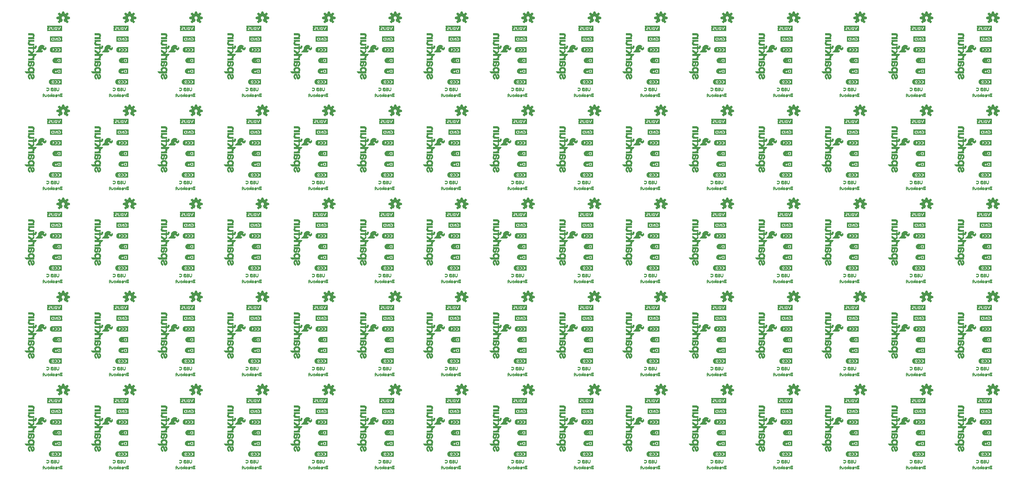
<source format=gbo>
G75*
%MOIN*%
%OFA0B0*%
%FSLAX25Y25*%
%IPPOS*%
%LPD*%
%AMOC8*
5,1,8,0,0,1.08239X$1,22.5*
%
%ADD10C,0.00591*%
%ADD11R,0.09213X0.00118*%
%ADD12R,0.09567X0.00118*%
%ADD13R,0.09803X0.00079*%
%ADD14R,0.10039X0.00157*%
%ADD15R,0.10157X0.00118*%
%ADD16R,0.10276X0.00118*%
%ADD17R,0.10394X0.00079*%
%ADD18R,0.02717X0.00118*%
%ADD19R,0.02480X0.00118*%
%ADD20R,0.04606X0.00118*%
%ADD21R,0.02244X0.00157*%
%ADD22R,0.01535X0.00157*%
%ADD23R,0.01417X0.00157*%
%ADD24R,0.02008X0.00118*%
%ADD25R,0.01063X0.00118*%
%ADD26R,0.01181X0.00118*%
%ADD27R,0.02244X0.00118*%
%ADD28R,0.01890X0.00118*%
%ADD29R,0.00827X0.00118*%
%ADD30R,0.02362X0.00118*%
%ADD31R,0.01772X0.00118*%
%ADD32R,0.00591X0.00118*%
%ADD33R,0.00709X0.00118*%
%ADD34R,0.01654X0.00157*%
%ADD35R,0.00591X0.00157*%
%ADD36R,0.02480X0.00157*%
%ADD37R,0.01535X0.00118*%
%ADD38R,0.00472X0.00118*%
%ADD39R,0.01417X0.00118*%
%ADD40R,0.02598X0.00118*%
%ADD41R,0.01890X0.00157*%
%ADD42R,0.02008X0.00157*%
%ADD43R,0.02598X0.00157*%
%ADD44R,0.01299X0.00118*%
%ADD45R,0.02126X0.00118*%
%ADD46R,0.02835X0.00118*%
%ADD47R,0.01299X0.00157*%
%ADD48R,0.02126X0.00157*%
%ADD49R,0.02835X0.00157*%
%ADD50R,0.02717X0.00157*%
%ADD51R,0.00472X0.00157*%
%ADD52R,0.00945X0.00157*%
%ADD53R,0.01654X0.00118*%
%ADD54R,0.00945X0.00118*%
%ADD55R,0.01181X0.00157*%
%ADD56R,0.10394X0.00118*%
%ADD57R,0.10039X0.00118*%
%ADD58R,0.09803X0.00118*%
%ADD59R,0.10512X0.00118*%
%ADD60R,0.10748X0.00079*%
%ADD61R,0.10984X0.00157*%
%ADD62R,0.11102X0.00118*%
%ADD63R,0.11220X0.00118*%
%ADD64R,0.11339X0.00079*%
%ADD65R,0.03071X0.00118*%
%ADD66R,0.02362X0.00157*%
%ADD67R,0.00354X0.00118*%
%ADD68R,0.00354X0.00157*%
%ADD69R,0.00827X0.00157*%
%ADD70R,0.03307X0.00157*%
%ADD71R,0.03189X0.00118*%
%ADD72R,0.02953X0.00118*%
%ADD73R,0.03071X0.00157*%
%ADD74R,0.03307X0.00118*%
%ADD75R,0.03425X0.00118*%
%ADD76R,0.00236X0.00118*%
%ADD77R,0.00118X0.00118*%
%ADD78R,0.11339X0.00118*%
%ADD79R,0.10984X0.00118*%
%ADD80R,0.10748X0.00118*%
%ADD81R,0.06614X0.00118*%
%ADD82R,0.06969X0.00118*%
%ADD83R,0.07205X0.00079*%
%ADD84R,0.07441X0.00157*%
%ADD85R,0.07559X0.00118*%
%ADD86R,0.07677X0.00118*%
%ADD87R,0.07795X0.00079*%
%ADD88R,0.07913X0.00118*%
%ADD89R,0.04961X0.00157*%
%ADD90R,0.04724X0.00118*%
%ADD91R,0.04488X0.00118*%
%ADD92R,0.04606X0.00157*%
%ADD93R,0.04370X0.00118*%
%ADD94R,0.01063X0.00157*%
%ADD95R,0.04370X0.00157*%
%ADD96R,0.04843X0.00157*%
%ADD97R,0.04961X0.00118*%
%ADD98R,0.07795X0.00118*%
%ADD99R,0.07441X0.00118*%
%ADD100R,0.07205X0.00118*%
%ADD101R,0.07087X0.00118*%
%ADD102R,0.07677X0.00079*%
%ADD103R,0.07913X0.00157*%
%ADD104R,0.08031X0.00118*%
%ADD105R,0.08150X0.00118*%
%ADD106R,0.08268X0.00079*%
%ADD107R,0.08386X0.00118*%
%ADD108R,0.05433X0.00157*%
%ADD109R,0.05197X0.00118*%
%ADD110R,0.05079X0.00118*%
%ADD111R,0.04843X0.00118*%
%ADD112R,0.03189X0.00157*%
%ADD113R,0.02953X0.00157*%
%ADD114R,0.05433X0.00118*%
%ADD115R,0.08268X0.00118*%
%ADD116R,0.13819X0.00118*%
%ADD117R,0.13819X0.00079*%
%ADD118R,0.13819X0.00157*%
%ADD119R,0.01772X0.00157*%
%ADD120R,0.00236X0.00157*%
%ADD121R,0.11457X0.00118*%
%ADD122R,0.11457X0.00079*%
%ADD123R,0.11457X0.00157*%
%ADD124R,0.00709X0.00157*%
%ADD125R,0.00118X0.00157*%
%ADD126C,0.00300*%
%ADD127R,0.00591X0.00079*%
D10*
X0078114Y0101346D02*
X0077096Y0102364D01*
X0078307Y0103848D01*
X0077999Y0104446D01*
X0077794Y0105087D01*
X0075889Y0105280D01*
X0075889Y0106720D01*
X0077794Y0106913D01*
X0077999Y0107554D01*
X0078307Y0108152D01*
X0077096Y0109636D01*
X0078114Y0110654D01*
X0079598Y0109443D01*
X0080196Y0109751D01*
X0080837Y0109956D01*
X0081030Y0111861D01*
X0082470Y0111861D01*
X0082663Y0109956D01*
X0083304Y0109751D01*
X0083902Y0109443D01*
X0085386Y0110654D01*
X0086404Y0109636D01*
X0085193Y0108152D01*
X0085501Y0107554D01*
X0085706Y0106913D01*
X0087611Y0106720D01*
X0087611Y0105280D01*
X0085706Y0105087D01*
X0085501Y0104446D01*
X0085193Y0103848D01*
X0086404Y0102364D01*
X0085386Y0101346D01*
X0083902Y0102557D01*
X0083304Y0102249D01*
X0082456Y0104295D01*
X0082835Y0104507D01*
X0083153Y0104801D01*
X0083395Y0105162D01*
X0083545Y0105569D01*
X0083596Y0106000D01*
X0083543Y0106439D01*
X0083387Y0106852D01*
X0083138Y0107217D01*
X0082809Y0107511D01*
X0082419Y0107720D01*
X0081991Y0107829D01*
X0081549Y0107834D01*
X0081119Y0107734D01*
X0080725Y0107534D01*
X0080390Y0107246D01*
X0080132Y0106887D01*
X0079968Y0106477D01*
X0079905Y0106040D01*
X0079949Y0105600D01*
X0080095Y0105184D01*
X0080336Y0104814D01*
X0080659Y0104512D01*
X0081044Y0104295D01*
X0080196Y0102249D01*
X0079598Y0102557D01*
X0078114Y0101346D01*
X0077917Y0101544D02*
X0078356Y0101544D01*
X0079079Y0102133D02*
X0077328Y0102133D01*
X0077388Y0102722D02*
X0080392Y0102722D01*
X0080636Y0103311D02*
X0077868Y0103311D01*
X0078280Y0103900D02*
X0080880Y0103900D01*
X0080699Y0104489D02*
X0077985Y0104489D01*
X0077796Y0105078D02*
X0080164Y0105078D01*
X0079942Y0105667D02*
X0075889Y0105667D01*
X0075889Y0106256D02*
X0079936Y0106256D01*
X0080116Y0106845D02*
X0077124Y0106845D01*
X0077961Y0107434D02*
X0080609Y0107434D01*
X0082894Y0107434D02*
X0085539Y0107434D01*
X0085259Y0108023D02*
X0078241Y0108023D01*
X0077931Y0108612D02*
X0085569Y0108612D01*
X0086049Y0109202D02*
X0077451Y0109202D01*
X0077251Y0109791D02*
X0079172Y0109791D01*
X0078450Y0110380D02*
X0077840Y0110380D01*
X0080319Y0109791D02*
X0083181Y0109791D01*
X0082620Y0110380D02*
X0080880Y0110380D01*
X0080940Y0110969D02*
X0082560Y0110969D01*
X0082501Y0111558D02*
X0080999Y0111558D01*
X0084328Y0109791D02*
X0086249Y0109791D01*
X0085660Y0110380D02*
X0085050Y0110380D01*
X0086376Y0106845D02*
X0083390Y0106845D01*
X0083565Y0106256D02*
X0087611Y0106256D01*
X0087611Y0105667D02*
X0083556Y0105667D01*
X0083338Y0105078D02*
X0085704Y0105078D01*
X0085515Y0104489D02*
X0082803Y0104489D01*
X0082620Y0103900D02*
X0085220Y0103900D01*
X0085632Y0103311D02*
X0082864Y0103311D01*
X0083108Y0102722D02*
X0086112Y0102722D01*
X0086172Y0102133D02*
X0084421Y0102133D01*
X0085144Y0101544D02*
X0085583Y0101544D01*
X0137889Y0105280D02*
X0137889Y0106720D01*
X0139794Y0106913D01*
X0139999Y0107554D01*
X0140307Y0108152D01*
X0139096Y0109636D01*
X0140114Y0110654D01*
X0141598Y0109443D01*
X0142196Y0109751D01*
X0142837Y0109956D01*
X0143030Y0111861D01*
X0144470Y0111861D01*
X0144663Y0109956D01*
X0145304Y0109751D01*
X0145902Y0109443D01*
X0147386Y0110654D01*
X0148404Y0109636D01*
X0147193Y0108152D01*
X0147501Y0107554D01*
X0147706Y0106913D01*
X0149611Y0106720D01*
X0149611Y0105280D01*
X0147706Y0105087D01*
X0147501Y0104446D01*
X0147193Y0103848D01*
X0148404Y0102364D01*
X0147386Y0101346D01*
X0145902Y0102557D01*
X0145304Y0102249D01*
X0144456Y0104295D01*
X0144835Y0104507D01*
X0145153Y0104801D01*
X0145395Y0105162D01*
X0145545Y0105569D01*
X0145596Y0106000D01*
X0145543Y0106439D01*
X0145387Y0106852D01*
X0145138Y0107217D01*
X0144809Y0107511D01*
X0144419Y0107720D01*
X0143991Y0107829D01*
X0143549Y0107834D01*
X0143119Y0107734D01*
X0142725Y0107534D01*
X0142390Y0107246D01*
X0142132Y0106887D01*
X0141968Y0106477D01*
X0141905Y0106040D01*
X0141949Y0105600D01*
X0142095Y0105184D01*
X0142336Y0104814D01*
X0142659Y0104512D01*
X0143044Y0104295D01*
X0142196Y0102249D01*
X0141598Y0102557D01*
X0140114Y0101346D01*
X0139096Y0102364D01*
X0140307Y0103848D01*
X0139999Y0104446D01*
X0139794Y0105087D01*
X0137889Y0105280D01*
X0137889Y0105667D02*
X0141942Y0105667D01*
X0141936Y0106256D02*
X0137889Y0106256D01*
X0139124Y0106845D02*
X0142116Y0106845D01*
X0142609Y0107434D02*
X0139961Y0107434D01*
X0140241Y0108023D02*
X0147259Y0108023D01*
X0147539Y0107434D02*
X0144894Y0107434D01*
X0145390Y0106845D02*
X0148376Y0106845D01*
X0149611Y0106256D02*
X0145565Y0106256D01*
X0145556Y0105667D02*
X0149611Y0105667D01*
X0147704Y0105078D02*
X0145338Y0105078D01*
X0144803Y0104489D02*
X0147515Y0104489D01*
X0147220Y0103900D02*
X0144620Y0103900D01*
X0144864Y0103311D02*
X0147632Y0103311D01*
X0148112Y0102722D02*
X0145108Y0102722D01*
X0146421Y0102133D02*
X0148172Y0102133D01*
X0147583Y0101544D02*
X0147144Y0101544D01*
X0142636Y0103311D02*
X0139868Y0103311D01*
X0140280Y0103900D02*
X0142880Y0103900D01*
X0142699Y0104489D02*
X0139985Y0104489D01*
X0139796Y0105078D02*
X0142164Y0105078D01*
X0142392Y0102722D02*
X0139388Y0102722D01*
X0139328Y0102133D02*
X0141079Y0102133D01*
X0140356Y0101544D02*
X0139917Y0101544D01*
X0139931Y0108612D02*
X0147569Y0108612D01*
X0148049Y0109202D02*
X0139451Y0109202D01*
X0139251Y0109791D02*
X0141172Y0109791D01*
X0140450Y0110380D02*
X0139840Y0110380D01*
X0142319Y0109791D02*
X0145181Y0109791D01*
X0144620Y0110380D02*
X0142880Y0110380D01*
X0142940Y0110969D02*
X0144560Y0110969D01*
X0144501Y0111558D02*
X0142999Y0111558D01*
X0146328Y0109791D02*
X0148249Y0109791D01*
X0147660Y0110380D02*
X0147050Y0110380D01*
X0199889Y0106720D02*
X0201794Y0106913D01*
X0201999Y0107554D01*
X0202307Y0108152D01*
X0201096Y0109636D01*
X0202114Y0110654D01*
X0203598Y0109443D01*
X0204196Y0109751D01*
X0204837Y0109956D01*
X0205030Y0111861D01*
X0206470Y0111861D01*
X0206663Y0109956D01*
X0207304Y0109751D01*
X0207902Y0109443D01*
X0209386Y0110654D01*
X0210404Y0109636D01*
X0209193Y0108152D01*
X0209501Y0107554D01*
X0209706Y0106913D01*
X0211611Y0106720D01*
X0211611Y0105280D01*
X0209706Y0105087D01*
X0209501Y0104446D01*
X0209193Y0103848D01*
X0210404Y0102364D01*
X0209386Y0101346D01*
X0207902Y0102557D01*
X0207304Y0102249D01*
X0206456Y0104295D01*
X0206835Y0104507D01*
X0207153Y0104801D01*
X0207395Y0105162D01*
X0207545Y0105569D01*
X0207596Y0106000D01*
X0207543Y0106439D01*
X0207387Y0106852D01*
X0207138Y0107217D01*
X0206809Y0107511D01*
X0206419Y0107720D01*
X0205991Y0107829D01*
X0205549Y0107834D01*
X0205119Y0107734D01*
X0204725Y0107534D01*
X0204390Y0107246D01*
X0204132Y0106887D01*
X0203968Y0106477D01*
X0203905Y0106040D01*
X0203949Y0105600D01*
X0204095Y0105184D01*
X0204336Y0104814D01*
X0204659Y0104512D01*
X0205044Y0104295D01*
X0204196Y0102249D01*
X0203598Y0102557D01*
X0202114Y0101346D01*
X0201096Y0102364D01*
X0202307Y0103848D01*
X0201999Y0104446D01*
X0201794Y0105087D01*
X0199889Y0105280D01*
X0199889Y0106720D01*
X0199889Y0106256D02*
X0203936Y0106256D01*
X0203942Y0105667D02*
X0199889Y0105667D01*
X0201124Y0106845D02*
X0204116Y0106845D01*
X0204609Y0107434D02*
X0201961Y0107434D01*
X0202241Y0108023D02*
X0209259Y0108023D01*
X0209539Y0107434D02*
X0206894Y0107434D01*
X0207390Y0106845D02*
X0210376Y0106845D01*
X0211611Y0106256D02*
X0207565Y0106256D01*
X0207556Y0105667D02*
X0211611Y0105667D01*
X0209704Y0105078D02*
X0207338Y0105078D01*
X0206803Y0104489D02*
X0209515Y0104489D01*
X0209220Y0103900D02*
X0206620Y0103900D01*
X0206864Y0103311D02*
X0209632Y0103311D01*
X0210112Y0102722D02*
X0207108Y0102722D01*
X0208421Y0102133D02*
X0210172Y0102133D01*
X0209583Y0101544D02*
X0209144Y0101544D01*
X0204636Y0103311D02*
X0201868Y0103311D01*
X0202280Y0103900D02*
X0204880Y0103900D01*
X0204699Y0104489D02*
X0201985Y0104489D01*
X0201796Y0105078D02*
X0204164Y0105078D01*
X0204392Y0102722D02*
X0201388Y0102722D01*
X0201328Y0102133D02*
X0203079Y0102133D01*
X0202356Y0101544D02*
X0201917Y0101544D01*
X0201931Y0108612D02*
X0209569Y0108612D01*
X0210049Y0109202D02*
X0201451Y0109202D01*
X0201251Y0109791D02*
X0203172Y0109791D01*
X0202450Y0110380D02*
X0201840Y0110380D01*
X0204319Y0109791D02*
X0207181Y0109791D01*
X0206620Y0110380D02*
X0204880Y0110380D01*
X0204940Y0110969D02*
X0206560Y0110969D01*
X0206501Y0111558D02*
X0204999Y0111558D01*
X0208328Y0109791D02*
X0210249Y0109791D01*
X0209660Y0110380D02*
X0209050Y0110380D01*
X0261889Y0106720D02*
X0263794Y0106913D01*
X0263999Y0107554D01*
X0264307Y0108152D01*
X0263096Y0109636D01*
X0264114Y0110654D01*
X0265598Y0109443D01*
X0266196Y0109751D01*
X0266837Y0109956D01*
X0267030Y0111861D01*
X0268470Y0111861D01*
X0268663Y0109956D01*
X0269304Y0109751D01*
X0269902Y0109443D01*
X0271386Y0110654D01*
X0272404Y0109636D01*
X0271193Y0108152D01*
X0271501Y0107554D01*
X0271706Y0106913D01*
X0273611Y0106720D01*
X0273611Y0105280D01*
X0271706Y0105087D01*
X0271501Y0104446D01*
X0271193Y0103848D01*
X0272404Y0102364D01*
X0271386Y0101346D01*
X0269902Y0102557D01*
X0269304Y0102249D01*
X0268456Y0104295D01*
X0268835Y0104507D01*
X0269153Y0104801D01*
X0269395Y0105162D01*
X0269545Y0105569D01*
X0269596Y0106000D01*
X0269543Y0106439D01*
X0269387Y0106852D01*
X0269138Y0107217D01*
X0268809Y0107511D01*
X0268419Y0107720D01*
X0267991Y0107829D01*
X0267549Y0107834D01*
X0267119Y0107734D01*
X0266725Y0107534D01*
X0266390Y0107246D01*
X0266132Y0106887D01*
X0265968Y0106477D01*
X0265905Y0106040D01*
X0265949Y0105600D01*
X0266095Y0105184D01*
X0266336Y0104814D01*
X0266659Y0104512D01*
X0267044Y0104295D01*
X0266196Y0102249D01*
X0265598Y0102557D01*
X0264114Y0101346D01*
X0263096Y0102364D01*
X0264307Y0103848D01*
X0263999Y0104446D01*
X0263794Y0105087D01*
X0261889Y0105280D01*
X0261889Y0106720D01*
X0261889Y0106256D02*
X0265936Y0106256D01*
X0265942Y0105667D02*
X0261889Y0105667D01*
X0263124Y0106845D02*
X0266116Y0106845D01*
X0266609Y0107434D02*
X0263961Y0107434D01*
X0264241Y0108023D02*
X0271259Y0108023D01*
X0271539Y0107434D02*
X0268894Y0107434D01*
X0269390Y0106845D02*
X0272376Y0106845D01*
X0273611Y0106256D02*
X0269565Y0106256D01*
X0269556Y0105667D02*
X0273611Y0105667D01*
X0271704Y0105078D02*
X0269338Y0105078D01*
X0268803Y0104489D02*
X0271515Y0104489D01*
X0271220Y0103900D02*
X0268620Y0103900D01*
X0268864Y0103311D02*
X0271632Y0103311D01*
X0272112Y0102722D02*
X0269108Y0102722D01*
X0270421Y0102133D02*
X0272172Y0102133D01*
X0271583Y0101544D02*
X0271144Y0101544D01*
X0266636Y0103311D02*
X0263868Y0103311D01*
X0264280Y0103900D02*
X0266880Y0103900D01*
X0266699Y0104489D02*
X0263985Y0104489D01*
X0263796Y0105078D02*
X0266164Y0105078D01*
X0266392Y0102722D02*
X0263388Y0102722D01*
X0263328Y0102133D02*
X0265079Y0102133D01*
X0264356Y0101544D02*
X0263917Y0101544D01*
X0263931Y0108612D02*
X0271569Y0108612D01*
X0272049Y0109202D02*
X0263451Y0109202D01*
X0263251Y0109791D02*
X0265172Y0109791D01*
X0264450Y0110380D02*
X0263840Y0110380D01*
X0266319Y0109791D02*
X0269181Y0109791D01*
X0268620Y0110380D02*
X0266880Y0110380D01*
X0266940Y0110969D02*
X0268560Y0110969D01*
X0268501Y0111558D02*
X0266999Y0111558D01*
X0270328Y0109791D02*
X0272249Y0109791D01*
X0271660Y0110380D02*
X0271050Y0110380D01*
X0323889Y0106720D02*
X0325794Y0106913D01*
X0325999Y0107554D01*
X0326307Y0108152D01*
X0325096Y0109636D01*
X0326114Y0110654D01*
X0327598Y0109443D01*
X0328196Y0109751D01*
X0328837Y0109956D01*
X0329030Y0111861D01*
X0330470Y0111861D01*
X0330663Y0109956D01*
X0331304Y0109751D01*
X0331902Y0109443D01*
X0333386Y0110654D01*
X0334404Y0109636D01*
X0333193Y0108152D01*
X0333501Y0107554D01*
X0333706Y0106913D01*
X0335611Y0106720D01*
X0335611Y0105280D01*
X0333706Y0105087D01*
X0333501Y0104446D01*
X0333193Y0103848D01*
X0334404Y0102364D01*
X0333386Y0101346D01*
X0331902Y0102557D01*
X0331304Y0102249D01*
X0330456Y0104295D01*
X0330835Y0104507D01*
X0331153Y0104801D01*
X0331395Y0105162D01*
X0331545Y0105569D01*
X0331596Y0106000D01*
X0331543Y0106439D01*
X0331387Y0106852D01*
X0331138Y0107217D01*
X0330809Y0107511D01*
X0330419Y0107720D01*
X0329991Y0107829D01*
X0329549Y0107834D01*
X0329119Y0107734D01*
X0328725Y0107534D01*
X0328390Y0107246D01*
X0328132Y0106887D01*
X0327968Y0106477D01*
X0327905Y0106040D01*
X0327949Y0105600D01*
X0328095Y0105184D01*
X0328336Y0104814D01*
X0328659Y0104512D01*
X0329044Y0104295D01*
X0328196Y0102249D01*
X0327598Y0102557D01*
X0326114Y0101346D01*
X0325096Y0102364D01*
X0326307Y0103848D01*
X0325999Y0104446D01*
X0325794Y0105087D01*
X0323889Y0105280D01*
X0323889Y0106720D01*
X0323889Y0106256D02*
X0327936Y0106256D01*
X0327942Y0105667D02*
X0323889Y0105667D01*
X0325124Y0106845D02*
X0328116Y0106845D01*
X0328609Y0107434D02*
X0325961Y0107434D01*
X0326241Y0108023D02*
X0333259Y0108023D01*
X0333539Y0107434D02*
X0330894Y0107434D01*
X0331390Y0106845D02*
X0334376Y0106845D01*
X0335611Y0106256D02*
X0331565Y0106256D01*
X0331556Y0105667D02*
X0335611Y0105667D01*
X0333704Y0105078D02*
X0331338Y0105078D01*
X0330803Y0104489D02*
X0333515Y0104489D01*
X0333220Y0103900D02*
X0330620Y0103900D01*
X0330864Y0103311D02*
X0333632Y0103311D01*
X0334112Y0102722D02*
X0331108Y0102722D01*
X0332421Y0102133D02*
X0334172Y0102133D01*
X0333583Y0101544D02*
X0333144Y0101544D01*
X0328636Y0103311D02*
X0325868Y0103311D01*
X0326280Y0103900D02*
X0328880Y0103900D01*
X0328699Y0104489D02*
X0325985Y0104489D01*
X0325796Y0105078D02*
X0328164Y0105078D01*
X0328392Y0102722D02*
X0325388Y0102722D01*
X0325328Y0102133D02*
X0327079Y0102133D01*
X0326356Y0101544D02*
X0325917Y0101544D01*
X0325931Y0108612D02*
X0333569Y0108612D01*
X0334049Y0109202D02*
X0325451Y0109202D01*
X0325251Y0109791D02*
X0327172Y0109791D01*
X0326450Y0110380D02*
X0325840Y0110380D01*
X0328319Y0109791D02*
X0331181Y0109791D01*
X0330620Y0110380D02*
X0328880Y0110380D01*
X0328940Y0110969D02*
X0330560Y0110969D01*
X0330501Y0111558D02*
X0328999Y0111558D01*
X0332328Y0109791D02*
X0334249Y0109791D01*
X0333660Y0110380D02*
X0333050Y0110380D01*
X0385889Y0106720D02*
X0387794Y0106913D01*
X0387999Y0107554D01*
X0388307Y0108152D01*
X0387096Y0109636D01*
X0388114Y0110654D01*
X0389598Y0109443D01*
X0390196Y0109751D01*
X0390837Y0109956D01*
X0391030Y0111861D01*
X0392470Y0111861D01*
X0392663Y0109956D01*
X0393304Y0109751D01*
X0393902Y0109443D01*
X0395386Y0110654D01*
X0396404Y0109636D01*
X0395193Y0108152D01*
X0395501Y0107554D01*
X0395706Y0106913D01*
X0397611Y0106720D01*
X0397611Y0105280D01*
X0395706Y0105087D01*
X0395501Y0104446D01*
X0395193Y0103848D01*
X0396404Y0102364D01*
X0395386Y0101346D01*
X0393902Y0102557D01*
X0393304Y0102249D01*
X0392456Y0104295D01*
X0392835Y0104507D01*
X0393153Y0104801D01*
X0393395Y0105162D01*
X0393545Y0105569D01*
X0393596Y0106000D01*
X0393543Y0106439D01*
X0393387Y0106852D01*
X0393138Y0107217D01*
X0392809Y0107511D01*
X0392419Y0107720D01*
X0391991Y0107829D01*
X0391549Y0107834D01*
X0391119Y0107734D01*
X0390725Y0107534D01*
X0390390Y0107246D01*
X0390132Y0106887D01*
X0389968Y0106477D01*
X0389905Y0106040D01*
X0389949Y0105600D01*
X0390095Y0105184D01*
X0390336Y0104814D01*
X0390659Y0104512D01*
X0391044Y0104295D01*
X0390196Y0102249D01*
X0389598Y0102557D01*
X0388114Y0101346D01*
X0387096Y0102364D01*
X0388307Y0103848D01*
X0387999Y0104446D01*
X0387794Y0105087D01*
X0385889Y0105280D01*
X0385889Y0106720D01*
X0385889Y0106256D02*
X0389936Y0106256D01*
X0389942Y0105667D02*
X0385889Y0105667D01*
X0387124Y0106845D02*
X0390116Y0106845D01*
X0390609Y0107434D02*
X0387961Y0107434D01*
X0388241Y0108023D02*
X0395259Y0108023D01*
X0395539Y0107434D02*
X0392894Y0107434D01*
X0393390Y0106845D02*
X0396376Y0106845D01*
X0397611Y0106256D02*
X0393565Y0106256D01*
X0393556Y0105667D02*
X0397611Y0105667D01*
X0395704Y0105078D02*
X0393338Y0105078D01*
X0392803Y0104489D02*
X0395515Y0104489D01*
X0395220Y0103900D02*
X0392620Y0103900D01*
X0392864Y0103311D02*
X0395632Y0103311D01*
X0396112Y0102722D02*
X0393108Y0102722D01*
X0394421Y0102133D02*
X0396172Y0102133D01*
X0395583Y0101544D02*
X0395144Y0101544D01*
X0390636Y0103311D02*
X0387868Y0103311D01*
X0388280Y0103900D02*
X0390880Y0103900D01*
X0390699Y0104489D02*
X0387985Y0104489D01*
X0387796Y0105078D02*
X0390164Y0105078D01*
X0390392Y0102722D02*
X0387388Y0102722D01*
X0387328Y0102133D02*
X0389079Y0102133D01*
X0388356Y0101544D02*
X0387917Y0101544D01*
X0387931Y0108612D02*
X0395569Y0108612D01*
X0396049Y0109202D02*
X0387451Y0109202D01*
X0387251Y0109791D02*
X0389172Y0109791D01*
X0388450Y0110380D02*
X0387840Y0110380D01*
X0390319Y0109791D02*
X0393181Y0109791D01*
X0392620Y0110380D02*
X0390880Y0110380D01*
X0390940Y0110969D02*
X0392560Y0110969D01*
X0392501Y0111558D02*
X0390999Y0111558D01*
X0394328Y0109791D02*
X0396249Y0109791D01*
X0395660Y0110380D02*
X0395050Y0110380D01*
X0447889Y0106720D02*
X0449794Y0106913D01*
X0449999Y0107554D01*
X0450307Y0108152D01*
X0449096Y0109636D01*
X0450114Y0110654D01*
X0451598Y0109443D01*
X0452196Y0109751D01*
X0452837Y0109956D01*
X0453030Y0111861D01*
X0454470Y0111861D01*
X0454663Y0109956D01*
X0455304Y0109751D01*
X0455902Y0109443D01*
X0457386Y0110654D01*
X0458404Y0109636D01*
X0457193Y0108152D01*
X0457501Y0107554D01*
X0457706Y0106913D01*
X0459611Y0106720D01*
X0459611Y0105280D01*
X0457706Y0105087D01*
X0457501Y0104446D01*
X0457193Y0103848D01*
X0458404Y0102364D01*
X0457386Y0101346D01*
X0455902Y0102557D01*
X0455304Y0102249D01*
X0454456Y0104295D01*
X0454835Y0104507D01*
X0455153Y0104801D01*
X0455395Y0105162D01*
X0455545Y0105569D01*
X0455596Y0106000D01*
X0455543Y0106439D01*
X0455387Y0106852D01*
X0455138Y0107217D01*
X0454809Y0107511D01*
X0454419Y0107720D01*
X0453991Y0107829D01*
X0453549Y0107834D01*
X0453119Y0107734D01*
X0452725Y0107534D01*
X0452390Y0107246D01*
X0452132Y0106887D01*
X0451968Y0106477D01*
X0451905Y0106040D01*
X0451949Y0105600D01*
X0452095Y0105184D01*
X0452336Y0104814D01*
X0452659Y0104512D01*
X0453044Y0104295D01*
X0452196Y0102249D01*
X0451598Y0102557D01*
X0450114Y0101346D01*
X0449096Y0102364D01*
X0450307Y0103848D01*
X0449999Y0104446D01*
X0449794Y0105087D01*
X0447889Y0105280D01*
X0447889Y0106720D01*
X0447889Y0106256D02*
X0451936Y0106256D01*
X0451942Y0105667D02*
X0447889Y0105667D01*
X0449124Y0106845D02*
X0452116Y0106845D01*
X0452609Y0107434D02*
X0449961Y0107434D01*
X0450241Y0108023D02*
X0457259Y0108023D01*
X0457539Y0107434D02*
X0454894Y0107434D01*
X0455390Y0106845D02*
X0458376Y0106845D01*
X0459611Y0106256D02*
X0455565Y0106256D01*
X0455556Y0105667D02*
X0459611Y0105667D01*
X0457704Y0105078D02*
X0455338Y0105078D01*
X0454803Y0104489D02*
X0457515Y0104489D01*
X0457220Y0103900D02*
X0454620Y0103900D01*
X0454864Y0103311D02*
X0457632Y0103311D01*
X0458112Y0102722D02*
X0455108Y0102722D01*
X0456421Y0102133D02*
X0458172Y0102133D01*
X0457583Y0101544D02*
X0457144Y0101544D01*
X0452636Y0103311D02*
X0449868Y0103311D01*
X0450280Y0103900D02*
X0452880Y0103900D01*
X0452699Y0104489D02*
X0449985Y0104489D01*
X0449796Y0105078D02*
X0452164Y0105078D01*
X0452392Y0102722D02*
X0449388Y0102722D01*
X0449328Y0102133D02*
X0451079Y0102133D01*
X0450356Y0101544D02*
X0449917Y0101544D01*
X0449931Y0108612D02*
X0457569Y0108612D01*
X0458049Y0109202D02*
X0449451Y0109202D01*
X0449251Y0109791D02*
X0451172Y0109791D01*
X0450450Y0110380D02*
X0449840Y0110380D01*
X0452319Y0109791D02*
X0455181Y0109791D01*
X0454620Y0110380D02*
X0452880Y0110380D01*
X0452940Y0110969D02*
X0454560Y0110969D01*
X0454501Y0111558D02*
X0452999Y0111558D01*
X0456328Y0109791D02*
X0458249Y0109791D01*
X0457660Y0110380D02*
X0457050Y0110380D01*
X0509889Y0106720D02*
X0511794Y0106913D01*
X0511999Y0107554D01*
X0512307Y0108152D01*
X0511096Y0109636D01*
X0512114Y0110654D01*
X0513598Y0109443D01*
X0514196Y0109751D01*
X0514837Y0109956D01*
X0515030Y0111861D01*
X0516470Y0111861D01*
X0516663Y0109956D01*
X0517304Y0109751D01*
X0517902Y0109443D01*
X0519386Y0110654D01*
X0520404Y0109636D01*
X0519193Y0108152D01*
X0519501Y0107554D01*
X0519706Y0106913D01*
X0521611Y0106720D01*
X0521611Y0105280D01*
X0519706Y0105087D01*
X0519501Y0104446D01*
X0519193Y0103848D01*
X0520404Y0102364D01*
X0519386Y0101346D01*
X0517902Y0102557D01*
X0517304Y0102249D01*
X0516456Y0104295D01*
X0516835Y0104507D01*
X0517153Y0104801D01*
X0517395Y0105162D01*
X0517545Y0105569D01*
X0517596Y0106000D01*
X0517543Y0106439D01*
X0517387Y0106852D01*
X0517138Y0107217D01*
X0516809Y0107511D01*
X0516419Y0107720D01*
X0515991Y0107829D01*
X0515549Y0107834D01*
X0515119Y0107734D01*
X0514725Y0107534D01*
X0514390Y0107246D01*
X0514132Y0106887D01*
X0513968Y0106477D01*
X0513905Y0106040D01*
X0513949Y0105600D01*
X0514095Y0105184D01*
X0514336Y0104814D01*
X0514659Y0104512D01*
X0515044Y0104295D01*
X0514196Y0102249D01*
X0513598Y0102557D01*
X0512114Y0101346D01*
X0511096Y0102364D01*
X0512307Y0103848D01*
X0511999Y0104446D01*
X0511794Y0105087D01*
X0509889Y0105280D01*
X0509889Y0106720D01*
X0509889Y0106256D02*
X0513936Y0106256D01*
X0513942Y0105667D02*
X0509889Y0105667D01*
X0511124Y0106845D02*
X0514116Y0106845D01*
X0514609Y0107434D02*
X0511961Y0107434D01*
X0512241Y0108023D02*
X0519259Y0108023D01*
X0519539Y0107434D02*
X0516894Y0107434D01*
X0517390Y0106845D02*
X0520376Y0106845D01*
X0521611Y0106256D02*
X0517565Y0106256D01*
X0517556Y0105667D02*
X0521611Y0105667D01*
X0519704Y0105078D02*
X0517338Y0105078D01*
X0516803Y0104489D02*
X0519515Y0104489D01*
X0519220Y0103900D02*
X0516620Y0103900D01*
X0516864Y0103311D02*
X0519632Y0103311D01*
X0520112Y0102722D02*
X0517108Y0102722D01*
X0518421Y0102133D02*
X0520172Y0102133D01*
X0519583Y0101544D02*
X0519144Y0101544D01*
X0514636Y0103311D02*
X0511868Y0103311D01*
X0512280Y0103900D02*
X0514880Y0103900D01*
X0514699Y0104489D02*
X0511985Y0104489D01*
X0511796Y0105078D02*
X0514164Y0105078D01*
X0514392Y0102722D02*
X0511388Y0102722D01*
X0511328Y0102133D02*
X0513079Y0102133D01*
X0512356Y0101544D02*
X0511917Y0101544D01*
X0511931Y0108612D02*
X0519569Y0108612D01*
X0520049Y0109202D02*
X0511451Y0109202D01*
X0511251Y0109791D02*
X0513172Y0109791D01*
X0512450Y0110380D02*
X0511840Y0110380D01*
X0514319Y0109791D02*
X0517181Y0109791D01*
X0516620Y0110380D02*
X0514880Y0110380D01*
X0514940Y0110969D02*
X0516560Y0110969D01*
X0516501Y0111558D02*
X0514999Y0111558D01*
X0518328Y0109791D02*
X0520249Y0109791D01*
X0519660Y0110380D02*
X0519050Y0110380D01*
X0571889Y0106720D02*
X0573794Y0106913D01*
X0573999Y0107554D01*
X0574307Y0108152D01*
X0573096Y0109636D01*
X0574114Y0110654D01*
X0575598Y0109443D01*
X0576196Y0109751D01*
X0576837Y0109956D01*
X0577030Y0111861D01*
X0578470Y0111861D01*
X0578663Y0109956D01*
X0579304Y0109751D01*
X0579902Y0109443D01*
X0581386Y0110654D01*
X0582404Y0109636D01*
X0581193Y0108152D01*
X0581501Y0107554D01*
X0581706Y0106913D01*
X0583611Y0106720D01*
X0583611Y0105280D01*
X0581706Y0105087D01*
X0581501Y0104446D01*
X0581193Y0103848D01*
X0582404Y0102364D01*
X0581386Y0101346D01*
X0579902Y0102557D01*
X0579304Y0102249D01*
X0578456Y0104295D01*
X0578835Y0104507D01*
X0579153Y0104801D01*
X0579395Y0105162D01*
X0579545Y0105569D01*
X0579596Y0106000D01*
X0579543Y0106439D01*
X0579387Y0106852D01*
X0579138Y0107217D01*
X0578809Y0107511D01*
X0578419Y0107720D01*
X0577991Y0107829D01*
X0577549Y0107834D01*
X0577119Y0107734D01*
X0576725Y0107534D01*
X0576390Y0107246D01*
X0576132Y0106887D01*
X0575968Y0106477D01*
X0575905Y0106040D01*
X0575949Y0105600D01*
X0576095Y0105184D01*
X0576336Y0104814D01*
X0576659Y0104512D01*
X0577044Y0104295D01*
X0576196Y0102249D01*
X0575598Y0102557D01*
X0574114Y0101346D01*
X0573096Y0102364D01*
X0574307Y0103848D01*
X0573999Y0104446D01*
X0573794Y0105087D01*
X0571889Y0105280D01*
X0571889Y0106720D01*
X0571889Y0106256D02*
X0575936Y0106256D01*
X0575942Y0105667D02*
X0571889Y0105667D01*
X0573124Y0106845D02*
X0576116Y0106845D01*
X0576609Y0107434D02*
X0573961Y0107434D01*
X0574241Y0108023D02*
X0581259Y0108023D01*
X0581539Y0107434D02*
X0578894Y0107434D01*
X0579390Y0106845D02*
X0582376Y0106845D01*
X0583611Y0106256D02*
X0579565Y0106256D01*
X0579556Y0105667D02*
X0583611Y0105667D01*
X0581704Y0105078D02*
X0579338Y0105078D01*
X0578803Y0104489D02*
X0581515Y0104489D01*
X0581220Y0103900D02*
X0578620Y0103900D01*
X0578864Y0103311D02*
X0581632Y0103311D01*
X0582112Y0102722D02*
X0579108Y0102722D01*
X0580421Y0102133D02*
X0582172Y0102133D01*
X0581583Y0101544D02*
X0581144Y0101544D01*
X0576636Y0103311D02*
X0573868Y0103311D01*
X0574280Y0103900D02*
X0576880Y0103900D01*
X0576699Y0104489D02*
X0573985Y0104489D01*
X0573796Y0105078D02*
X0576164Y0105078D01*
X0576392Y0102722D02*
X0573388Y0102722D01*
X0573328Y0102133D02*
X0575079Y0102133D01*
X0574356Y0101544D02*
X0573917Y0101544D01*
X0573931Y0108612D02*
X0581569Y0108612D01*
X0582049Y0109202D02*
X0573451Y0109202D01*
X0573251Y0109791D02*
X0575172Y0109791D01*
X0574450Y0110380D02*
X0573840Y0110380D01*
X0576319Y0109791D02*
X0579181Y0109791D01*
X0578620Y0110380D02*
X0576880Y0110380D01*
X0576940Y0110969D02*
X0578560Y0110969D01*
X0578501Y0111558D02*
X0576999Y0111558D01*
X0580328Y0109791D02*
X0582249Y0109791D01*
X0581660Y0110380D02*
X0581050Y0110380D01*
X0633889Y0106720D02*
X0635794Y0106913D01*
X0635999Y0107554D01*
X0636307Y0108152D01*
X0635096Y0109636D01*
X0636114Y0110654D01*
X0637598Y0109443D01*
X0638196Y0109751D01*
X0638837Y0109956D01*
X0639030Y0111861D01*
X0640470Y0111861D01*
X0640663Y0109956D01*
X0641304Y0109751D01*
X0641902Y0109443D01*
X0643386Y0110654D01*
X0644404Y0109636D01*
X0643193Y0108152D01*
X0643501Y0107554D01*
X0643706Y0106913D01*
X0645611Y0106720D01*
X0645611Y0105280D01*
X0643706Y0105087D01*
X0643501Y0104446D01*
X0643193Y0103848D01*
X0644404Y0102364D01*
X0643386Y0101346D01*
X0641902Y0102557D01*
X0641304Y0102249D01*
X0640456Y0104295D01*
X0640835Y0104507D01*
X0641153Y0104801D01*
X0641395Y0105162D01*
X0641545Y0105569D01*
X0641596Y0106000D01*
X0641543Y0106439D01*
X0641387Y0106852D01*
X0641138Y0107217D01*
X0640809Y0107511D01*
X0640419Y0107720D01*
X0639991Y0107829D01*
X0639549Y0107834D01*
X0639119Y0107734D01*
X0638725Y0107534D01*
X0638390Y0107246D01*
X0638132Y0106887D01*
X0637968Y0106477D01*
X0637905Y0106040D01*
X0637949Y0105600D01*
X0638095Y0105184D01*
X0638336Y0104814D01*
X0638659Y0104512D01*
X0639044Y0104295D01*
X0638196Y0102249D01*
X0637598Y0102557D01*
X0636114Y0101346D01*
X0635096Y0102364D01*
X0636307Y0103848D01*
X0635999Y0104446D01*
X0635794Y0105087D01*
X0633889Y0105280D01*
X0633889Y0106720D01*
X0633889Y0106256D02*
X0637936Y0106256D01*
X0637942Y0105667D02*
X0633889Y0105667D01*
X0635124Y0106845D02*
X0638116Y0106845D01*
X0638609Y0107434D02*
X0635961Y0107434D01*
X0636241Y0108023D02*
X0643259Y0108023D01*
X0643539Y0107434D02*
X0640894Y0107434D01*
X0641390Y0106845D02*
X0644376Y0106845D01*
X0645611Y0106256D02*
X0641565Y0106256D01*
X0641556Y0105667D02*
X0645611Y0105667D01*
X0643704Y0105078D02*
X0641338Y0105078D01*
X0640803Y0104489D02*
X0643515Y0104489D01*
X0643220Y0103900D02*
X0640620Y0103900D01*
X0640864Y0103311D02*
X0643632Y0103311D01*
X0644112Y0102722D02*
X0641108Y0102722D01*
X0642421Y0102133D02*
X0644172Y0102133D01*
X0643583Y0101544D02*
X0643144Y0101544D01*
X0638636Y0103311D02*
X0635868Y0103311D01*
X0636280Y0103900D02*
X0638880Y0103900D01*
X0638699Y0104489D02*
X0635985Y0104489D01*
X0635796Y0105078D02*
X0638164Y0105078D01*
X0638392Y0102722D02*
X0635388Y0102722D01*
X0635328Y0102133D02*
X0637079Y0102133D01*
X0636356Y0101544D02*
X0635917Y0101544D01*
X0635931Y0108612D02*
X0643569Y0108612D01*
X0644049Y0109202D02*
X0635451Y0109202D01*
X0635251Y0109791D02*
X0637172Y0109791D01*
X0636450Y0110380D02*
X0635840Y0110380D01*
X0638319Y0109791D02*
X0641181Y0109791D01*
X0640620Y0110380D02*
X0638880Y0110380D01*
X0638940Y0110969D02*
X0640560Y0110969D01*
X0640501Y0111558D02*
X0638999Y0111558D01*
X0642328Y0109791D02*
X0644249Y0109791D01*
X0643660Y0110380D02*
X0643050Y0110380D01*
X0695889Y0106720D02*
X0697794Y0106913D01*
X0697999Y0107554D01*
X0698307Y0108152D01*
X0697096Y0109636D01*
X0698114Y0110654D01*
X0699598Y0109443D01*
X0700196Y0109751D01*
X0700837Y0109956D01*
X0701030Y0111861D01*
X0702470Y0111861D01*
X0702663Y0109956D01*
X0703304Y0109751D01*
X0703902Y0109443D01*
X0705386Y0110654D01*
X0706404Y0109636D01*
X0705193Y0108152D01*
X0705501Y0107554D01*
X0705706Y0106913D01*
X0707611Y0106720D01*
X0707611Y0105280D01*
X0705706Y0105087D01*
X0705501Y0104446D01*
X0705193Y0103848D01*
X0706404Y0102364D01*
X0705386Y0101346D01*
X0703902Y0102557D01*
X0703304Y0102249D01*
X0702456Y0104295D01*
X0702835Y0104507D01*
X0703153Y0104801D01*
X0703395Y0105162D01*
X0703545Y0105569D01*
X0703596Y0106000D01*
X0703543Y0106439D01*
X0703387Y0106852D01*
X0703138Y0107217D01*
X0702809Y0107511D01*
X0702419Y0107720D01*
X0701991Y0107829D01*
X0701549Y0107834D01*
X0701119Y0107734D01*
X0700725Y0107534D01*
X0700390Y0107246D01*
X0700132Y0106887D01*
X0699968Y0106477D01*
X0699905Y0106040D01*
X0699949Y0105600D01*
X0700095Y0105184D01*
X0700336Y0104814D01*
X0700659Y0104512D01*
X0701044Y0104295D01*
X0700196Y0102249D01*
X0699598Y0102557D01*
X0698114Y0101346D01*
X0697096Y0102364D01*
X0698307Y0103848D01*
X0697999Y0104446D01*
X0697794Y0105087D01*
X0695889Y0105280D01*
X0695889Y0106720D01*
X0695889Y0106256D02*
X0699936Y0106256D01*
X0699942Y0105667D02*
X0695889Y0105667D01*
X0697124Y0106845D02*
X0700116Y0106845D01*
X0700609Y0107434D02*
X0697961Y0107434D01*
X0698241Y0108023D02*
X0705259Y0108023D01*
X0705539Y0107434D02*
X0702894Y0107434D01*
X0703390Y0106845D02*
X0706376Y0106845D01*
X0707611Y0106256D02*
X0703565Y0106256D01*
X0703556Y0105667D02*
X0707611Y0105667D01*
X0705704Y0105078D02*
X0703338Y0105078D01*
X0702803Y0104489D02*
X0705515Y0104489D01*
X0705220Y0103900D02*
X0702620Y0103900D01*
X0702864Y0103311D02*
X0705632Y0103311D01*
X0706112Y0102722D02*
X0703108Y0102722D01*
X0704421Y0102133D02*
X0706172Y0102133D01*
X0705583Y0101544D02*
X0705144Y0101544D01*
X0700636Y0103311D02*
X0697868Y0103311D01*
X0698280Y0103900D02*
X0700880Y0103900D01*
X0700699Y0104489D02*
X0697985Y0104489D01*
X0697796Y0105078D02*
X0700164Y0105078D01*
X0700392Y0102722D02*
X0697388Y0102722D01*
X0697328Y0102133D02*
X0699079Y0102133D01*
X0698356Y0101544D02*
X0697917Y0101544D01*
X0697931Y0108612D02*
X0705569Y0108612D01*
X0706049Y0109202D02*
X0697451Y0109202D01*
X0697251Y0109791D02*
X0699172Y0109791D01*
X0698450Y0110380D02*
X0697840Y0110380D01*
X0700319Y0109791D02*
X0703181Y0109791D01*
X0702620Y0110380D02*
X0700880Y0110380D01*
X0700940Y0110969D02*
X0702560Y0110969D01*
X0702501Y0111558D02*
X0700999Y0111558D01*
X0704328Y0109791D02*
X0706249Y0109791D01*
X0705660Y0110380D02*
X0705050Y0110380D01*
X0757889Y0106720D02*
X0759794Y0106913D01*
X0759999Y0107554D01*
X0760307Y0108152D01*
X0759096Y0109636D01*
X0760114Y0110654D01*
X0761598Y0109443D01*
X0762196Y0109751D01*
X0762837Y0109956D01*
X0763030Y0111861D01*
X0764470Y0111861D01*
X0764663Y0109956D01*
X0765304Y0109751D01*
X0765902Y0109443D01*
X0767386Y0110654D01*
X0768404Y0109636D01*
X0767193Y0108152D01*
X0767501Y0107554D01*
X0767706Y0106913D01*
X0769611Y0106720D01*
X0769611Y0105280D01*
X0767706Y0105087D01*
X0767501Y0104446D01*
X0767193Y0103848D01*
X0768404Y0102364D01*
X0767386Y0101346D01*
X0765902Y0102557D01*
X0765304Y0102249D01*
X0764456Y0104295D01*
X0764835Y0104507D01*
X0765153Y0104801D01*
X0765395Y0105162D01*
X0765545Y0105569D01*
X0765596Y0106000D01*
X0765543Y0106439D01*
X0765387Y0106852D01*
X0765138Y0107217D01*
X0764809Y0107511D01*
X0764419Y0107720D01*
X0763991Y0107829D01*
X0763549Y0107834D01*
X0763119Y0107734D01*
X0762725Y0107534D01*
X0762390Y0107246D01*
X0762132Y0106887D01*
X0761968Y0106477D01*
X0761905Y0106040D01*
X0761949Y0105600D01*
X0762095Y0105184D01*
X0762336Y0104814D01*
X0762659Y0104512D01*
X0763044Y0104295D01*
X0762196Y0102249D01*
X0761598Y0102557D01*
X0760114Y0101346D01*
X0759096Y0102364D01*
X0760307Y0103848D01*
X0759999Y0104446D01*
X0759794Y0105087D01*
X0757889Y0105280D01*
X0757889Y0106720D01*
X0757889Y0106256D02*
X0761936Y0106256D01*
X0761942Y0105667D02*
X0757889Y0105667D01*
X0759124Y0106845D02*
X0762116Y0106845D01*
X0762609Y0107434D02*
X0759961Y0107434D01*
X0760241Y0108023D02*
X0767259Y0108023D01*
X0767539Y0107434D02*
X0764894Y0107434D01*
X0765390Y0106845D02*
X0768376Y0106845D01*
X0769611Y0106256D02*
X0765565Y0106256D01*
X0765556Y0105667D02*
X0769611Y0105667D01*
X0767704Y0105078D02*
X0765338Y0105078D01*
X0764803Y0104489D02*
X0767515Y0104489D01*
X0767220Y0103900D02*
X0764620Y0103900D01*
X0764864Y0103311D02*
X0767632Y0103311D01*
X0768112Y0102722D02*
X0765108Y0102722D01*
X0766421Y0102133D02*
X0768172Y0102133D01*
X0767583Y0101544D02*
X0767144Y0101544D01*
X0762636Y0103311D02*
X0759868Y0103311D01*
X0760280Y0103900D02*
X0762880Y0103900D01*
X0762699Y0104489D02*
X0759985Y0104489D01*
X0759796Y0105078D02*
X0762164Y0105078D01*
X0762392Y0102722D02*
X0759388Y0102722D01*
X0759328Y0102133D02*
X0761079Y0102133D01*
X0760356Y0101544D02*
X0759917Y0101544D01*
X0759931Y0108612D02*
X0767569Y0108612D01*
X0768049Y0109202D02*
X0759451Y0109202D01*
X0759251Y0109791D02*
X0761172Y0109791D01*
X0760450Y0110380D02*
X0759840Y0110380D01*
X0762319Y0109791D02*
X0765181Y0109791D01*
X0764620Y0110380D02*
X0762880Y0110380D01*
X0762940Y0110969D02*
X0764560Y0110969D01*
X0764501Y0111558D02*
X0762999Y0111558D01*
X0766328Y0109791D02*
X0768249Y0109791D01*
X0767660Y0110380D02*
X0767050Y0110380D01*
X0819889Y0106720D02*
X0821794Y0106913D01*
X0821999Y0107554D01*
X0822307Y0108152D01*
X0821096Y0109636D01*
X0822114Y0110654D01*
X0823598Y0109443D01*
X0824196Y0109751D01*
X0824837Y0109956D01*
X0825030Y0111861D01*
X0826470Y0111861D01*
X0826663Y0109956D01*
X0827304Y0109751D01*
X0827902Y0109443D01*
X0829386Y0110654D01*
X0830404Y0109636D01*
X0829193Y0108152D01*
X0829501Y0107554D01*
X0829706Y0106913D01*
X0831611Y0106720D01*
X0831611Y0105280D01*
X0829706Y0105087D01*
X0829501Y0104446D01*
X0829193Y0103848D01*
X0830404Y0102364D01*
X0829386Y0101346D01*
X0827902Y0102557D01*
X0827304Y0102249D01*
X0826456Y0104295D01*
X0826835Y0104507D01*
X0827153Y0104801D01*
X0827395Y0105162D01*
X0827545Y0105569D01*
X0827596Y0106000D01*
X0827543Y0106439D01*
X0827387Y0106852D01*
X0827138Y0107217D01*
X0826809Y0107511D01*
X0826419Y0107720D01*
X0825991Y0107829D01*
X0825549Y0107834D01*
X0825119Y0107734D01*
X0824725Y0107534D01*
X0824390Y0107246D01*
X0824132Y0106887D01*
X0823968Y0106477D01*
X0823905Y0106040D01*
X0823949Y0105600D01*
X0824095Y0105184D01*
X0824336Y0104814D01*
X0824659Y0104512D01*
X0825044Y0104295D01*
X0824196Y0102249D01*
X0823598Y0102557D01*
X0822114Y0101346D01*
X0821096Y0102364D01*
X0822307Y0103848D01*
X0821999Y0104446D01*
X0821794Y0105087D01*
X0819889Y0105280D01*
X0819889Y0106720D01*
X0819889Y0106256D02*
X0823936Y0106256D01*
X0823942Y0105667D02*
X0819889Y0105667D01*
X0821124Y0106845D02*
X0824116Y0106845D01*
X0824609Y0107434D02*
X0821961Y0107434D01*
X0822241Y0108023D02*
X0829259Y0108023D01*
X0829539Y0107434D02*
X0826894Y0107434D01*
X0827390Y0106845D02*
X0830376Y0106845D01*
X0831611Y0106256D02*
X0827565Y0106256D01*
X0827556Y0105667D02*
X0831611Y0105667D01*
X0829704Y0105078D02*
X0827338Y0105078D01*
X0826803Y0104489D02*
X0829515Y0104489D01*
X0829220Y0103900D02*
X0826620Y0103900D01*
X0826864Y0103311D02*
X0829632Y0103311D01*
X0830112Y0102722D02*
X0827108Y0102722D01*
X0828421Y0102133D02*
X0830172Y0102133D01*
X0829583Y0101544D02*
X0829144Y0101544D01*
X0824636Y0103311D02*
X0821868Y0103311D01*
X0822280Y0103900D02*
X0824880Y0103900D01*
X0824699Y0104489D02*
X0821985Y0104489D01*
X0821796Y0105078D02*
X0824164Y0105078D01*
X0824392Y0102722D02*
X0821388Y0102722D01*
X0821328Y0102133D02*
X0823079Y0102133D01*
X0822356Y0101544D02*
X0821917Y0101544D01*
X0821931Y0108612D02*
X0829569Y0108612D01*
X0830049Y0109202D02*
X0821451Y0109202D01*
X0821251Y0109791D02*
X0823172Y0109791D01*
X0822450Y0110380D02*
X0821840Y0110380D01*
X0824319Y0109791D02*
X0827181Y0109791D01*
X0826620Y0110380D02*
X0824880Y0110380D01*
X0824940Y0110969D02*
X0826560Y0110969D01*
X0826501Y0111558D02*
X0824999Y0111558D01*
X0828328Y0109791D02*
X0830249Y0109791D01*
X0829660Y0110380D02*
X0829050Y0110380D01*
X0881889Y0106720D02*
X0883794Y0106913D01*
X0883999Y0107554D01*
X0884307Y0108152D01*
X0883096Y0109636D01*
X0884114Y0110654D01*
X0885598Y0109443D01*
X0886196Y0109751D01*
X0886837Y0109956D01*
X0887030Y0111861D01*
X0888470Y0111861D01*
X0888663Y0109956D01*
X0889304Y0109751D01*
X0889902Y0109443D01*
X0891386Y0110654D01*
X0892404Y0109636D01*
X0891193Y0108152D01*
X0891501Y0107554D01*
X0891706Y0106913D01*
X0893611Y0106720D01*
X0893611Y0105280D01*
X0891706Y0105087D01*
X0891501Y0104446D01*
X0891193Y0103848D01*
X0892404Y0102364D01*
X0891386Y0101346D01*
X0889902Y0102557D01*
X0889304Y0102249D01*
X0888456Y0104295D01*
X0888835Y0104507D01*
X0889153Y0104801D01*
X0889395Y0105162D01*
X0889545Y0105569D01*
X0889596Y0106000D01*
X0889543Y0106439D01*
X0889387Y0106852D01*
X0889138Y0107217D01*
X0888809Y0107511D01*
X0888419Y0107720D01*
X0887991Y0107829D01*
X0887549Y0107834D01*
X0887119Y0107734D01*
X0886725Y0107534D01*
X0886390Y0107246D01*
X0886132Y0106887D01*
X0885968Y0106477D01*
X0885905Y0106040D01*
X0885949Y0105600D01*
X0886095Y0105184D01*
X0886336Y0104814D01*
X0886659Y0104512D01*
X0887044Y0104295D01*
X0886196Y0102249D01*
X0885598Y0102557D01*
X0884114Y0101346D01*
X0883096Y0102364D01*
X0884307Y0103848D01*
X0883999Y0104446D01*
X0883794Y0105087D01*
X0881889Y0105280D01*
X0881889Y0106720D01*
X0881889Y0106256D02*
X0885936Y0106256D01*
X0885942Y0105667D02*
X0881889Y0105667D01*
X0883124Y0106845D02*
X0886116Y0106845D01*
X0886609Y0107434D02*
X0883961Y0107434D01*
X0884241Y0108023D02*
X0891259Y0108023D01*
X0891539Y0107434D02*
X0888894Y0107434D01*
X0889390Y0106845D02*
X0892376Y0106845D01*
X0893611Y0106256D02*
X0889565Y0106256D01*
X0889556Y0105667D02*
X0893611Y0105667D01*
X0891704Y0105078D02*
X0889338Y0105078D01*
X0888803Y0104489D02*
X0891515Y0104489D01*
X0891220Y0103900D02*
X0888620Y0103900D01*
X0888864Y0103311D02*
X0891632Y0103311D01*
X0892112Y0102722D02*
X0889108Y0102722D01*
X0890421Y0102133D02*
X0892172Y0102133D01*
X0891583Y0101544D02*
X0891144Y0101544D01*
X0886636Y0103311D02*
X0883868Y0103311D01*
X0884280Y0103900D02*
X0886880Y0103900D01*
X0886699Y0104489D02*
X0883985Y0104489D01*
X0883796Y0105078D02*
X0886164Y0105078D01*
X0886392Y0102722D02*
X0883388Y0102722D01*
X0883328Y0102133D02*
X0885079Y0102133D01*
X0884356Y0101544D02*
X0883917Y0101544D01*
X0883931Y0108612D02*
X0891569Y0108612D01*
X0892049Y0109202D02*
X0883451Y0109202D01*
X0883251Y0109791D02*
X0885172Y0109791D01*
X0884450Y0110380D02*
X0883840Y0110380D01*
X0886319Y0109791D02*
X0889181Y0109791D01*
X0888620Y0110380D02*
X0886880Y0110380D01*
X0886940Y0110969D02*
X0888560Y0110969D01*
X0888501Y0111558D02*
X0886999Y0111558D01*
X0890328Y0109791D02*
X0892249Y0109791D01*
X0891660Y0110380D02*
X0891050Y0110380D01*
X0943889Y0106720D02*
X0945794Y0106913D01*
X0945999Y0107554D01*
X0946307Y0108152D01*
X0945096Y0109636D01*
X0946114Y0110654D01*
X0947598Y0109443D01*
X0948196Y0109751D01*
X0948837Y0109956D01*
X0949030Y0111861D01*
X0950470Y0111861D01*
X0950663Y0109956D01*
X0951304Y0109751D01*
X0951902Y0109443D01*
X0953386Y0110654D01*
X0954404Y0109636D01*
X0953193Y0108152D01*
X0953501Y0107554D01*
X0953706Y0106913D01*
X0955611Y0106720D01*
X0955611Y0105280D01*
X0953706Y0105087D01*
X0953501Y0104446D01*
X0953193Y0103848D01*
X0954404Y0102364D01*
X0953386Y0101346D01*
X0951902Y0102557D01*
X0951304Y0102249D01*
X0950456Y0104295D01*
X0950835Y0104507D01*
X0951153Y0104801D01*
X0951395Y0105162D01*
X0951545Y0105569D01*
X0951596Y0106000D01*
X0951543Y0106439D01*
X0951387Y0106852D01*
X0951138Y0107217D01*
X0950809Y0107511D01*
X0950419Y0107720D01*
X0949991Y0107829D01*
X0949549Y0107834D01*
X0949119Y0107734D01*
X0948725Y0107534D01*
X0948390Y0107246D01*
X0948132Y0106887D01*
X0947968Y0106477D01*
X0947905Y0106040D01*
X0947949Y0105600D01*
X0948095Y0105184D01*
X0948336Y0104814D01*
X0948659Y0104512D01*
X0949044Y0104295D01*
X0948196Y0102249D01*
X0947598Y0102557D01*
X0946114Y0101346D01*
X0945096Y0102364D01*
X0946307Y0103848D01*
X0945999Y0104446D01*
X0945794Y0105087D01*
X0943889Y0105280D01*
X0943889Y0106720D01*
X0943889Y0106256D02*
X0947936Y0106256D01*
X0947942Y0105667D02*
X0943889Y0105667D01*
X0945124Y0106845D02*
X0948116Y0106845D01*
X0948609Y0107434D02*
X0945961Y0107434D01*
X0946241Y0108023D02*
X0953259Y0108023D01*
X0953539Y0107434D02*
X0950894Y0107434D01*
X0951390Y0106845D02*
X0954376Y0106845D01*
X0955611Y0106256D02*
X0951565Y0106256D01*
X0951556Y0105667D02*
X0955611Y0105667D01*
X0953704Y0105078D02*
X0951338Y0105078D01*
X0950803Y0104489D02*
X0953515Y0104489D01*
X0953220Y0103900D02*
X0950620Y0103900D01*
X0950864Y0103311D02*
X0953632Y0103311D01*
X0954112Y0102722D02*
X0951108Y0102722D01*
X0952421Y0102133D02*
X0954172Y0102133D01*
X0953583Y0101544D02*
X0953144Y0101544D01*
X0948636Y0103311D02*
X0945868Y0103311D01*
X0946280Y0103900D02*
X0948880Y0103900D01*
X0948699Y0104489D02*
X0945985Y0104489D01*
X0945796Y0105078D02*
X0948164Y0105078D01*
X0948392Y0102722D02*
X0945388Y0102722D01*
X0945328Y0102133D02*
X0947079Y0102133D01*
X0946356Y0101544D02*
X0945917Y0101544D01*
X0945931Y0108612D02*
X0953569Y0108612D01*
X0954049Y0109202D02*
X0945451Y0109202D01*
X0945251Y0109791D02*
X0947172Y0109791D01*
X0946450Y0110380D02*
X0945840Y0110380D01*
X0948319Y0109791D02*
X0951181Y0109791D01*
X0950620Y0110380D02*
X0948880Y0110380D01*
X0948940Y0110969D02*
X0950560Y0110969D01*
X0950501Y0111558D02*
X0948999Y0111558D01*
X0952328Y0109791D02*
X0954249Y0109791D01*
X0953660Y0110380D02*
X0953050Y0110380D01*
X0953386Y0188346D02*
X0951902Y0189557D01*
X0951304Y0189249D01*
X0950456Y0191295D01*
X0950835Y0191507D01*
X0951153Y0191801D01*
X0951395Y0192162D01*
X0951545Y0192569D01*
X0951596Y0193000D01*
X0951543Y0193439D01*
X0951387Y0193852D01*
X0951138Y0194217D01*
X0950809Y0194511D01*
X0950419Y0194720D01*
X0949991Y0194829D01*
X0949549Y0194834D01*
X0949119Y0194734D01*
X0948725Y0194534D01*
X0948390Y0194246D01*
X0948132Y0193887D01*
X0947968Y0193477D01*
X0947905Y0193040D01*
X0947949Y0192600D01*
X0948095Y0192184D01*
X0948336Y0191814D01*
X0948659Y0191512D01*
X0949044Y0191295D01*
X0948196Y0189249D01*
X0947598Y0189557D01*
X0946114Y0188346D01*
X0945096Y0189364D01*
X0946307Y0190848D01*
X0945999Y0191446D01*
X0945794Y0192087D01*
X0943889Y0192280D01*
X0943889Y0193720D01*
X0945794Y0193913D01*
X0945999Y0194554D01*
X0946307Y0195152D01*
X0945096Y0196636D01*
X0946114Y0197654D01*
X0947598Y0196443D01*
X0948196Y0196751D01*
X0948837Y0196956D01*
X0949030Y0198861D01*
X0950470Y0198861D01*
X0950663Y0196956D01*
X0951304Y0196751D01*
X0951902Y0196443D01*
X0953386Y0197654D01*
X0954404Y0196636D01*
X0953193Y0195152D01*
X0953501Y0194554D01*
X0953706Y0193913D01*
X0955611Y0193720D01*
X0955611Y0192280D01*
X0953706Y0192087D01*
X0953501Y0191446D01*
X0953193Y0190848D01*
X0954404Y0189364D01*
X0953386Y0188346D01*
X0953764Y0188725D02*
X0952922Y0188725D01*
X0952199Y0189314D02*
X0954353Y0189314D01*
X0953964Y0189903D02*
X0951033Y0189903D01*
X0951277Y0189314D02*
X0951431Y0189314D01*
X0950789Y0190492D02*
X0953484Y0190492D01*
X0953313Y0191081D02*
X0950545Y0191081D01*
X0951012Y0191670D02*
X0953573Y0191670D01*
X0955405Y0192259D02*
X0951430Y0192259D01*
X0951578Y0192848D02*
X0955611Y0192848D01*
X0955611Y0193437D02*
X0951543Y0193437D01*
X0951268Y0194027D02*
X0953670Y0194027D01*
X0953469Y0194616D02*
X0950613Y0194616D01*
X0948886Y0194616D02*
X0946031Y0194616D01*
X0945830Y0194027D02*
X0948232Y0194027D01*
X0947962Y0193437D02*
X0943889Y0193437D01*
X0943889Y0192848D02*
X0947924Y0192848D01*
X0948069Y0192259D02*
X0944095Y0192259D01*
X0945927Y0191670D02*
X0948489Y0191670D01*
X0948955Y0191081D02*
X0946187Y0191081D01*
X0946016Y0190492D02*
X0948711Y0190492D01*
X0948467Y0189903D02*
X0945536Y0189903D01*
X0945147Y0189314D02*
X0947301Y0189314D01*
X0948069Y0189314D02*
X0948223Y0189314D01*
X0946578Y0188725D02*
X0945736Y0188725D01*
X0946263Y0195205D02*
X0953237Y0195205D01*
X0953717Y0195794D02*
X0945783Y0195794D01*
X0945303Y0196383D02*
X0954197Y0196383D01*
X0954067Y0196972D02*
X0952550Y0196972D01*
X0953272Y0197561D02*
X0953478Y0197561D01*
X0950602Y0197561D02*
X0948898Y0197561D01*
X0948958Y0198150D02*
X0950542Y0198150D01*
X0950482Y0198739D02*
X0949018Y0198739D01*
X0948838Y0196972D02*
X0950662Y0196972D01*
X0946950Y0196972D02*
X0945433Y0196972D01*
X0946022Y0197561D02*
X0946228Y0197561D01*
X0893611Y0193720D02*
X0893611Y0192280D01*
X0891706Y0192087D01*
X0891501Y0191446D01*
X0891193Y0190848D01*
X0892404Y0189364D01*
X0891386Y0188346D01*
X0889902Y0189557D01*
X0889304Y0189249D01*
X0888456Y0191295D01*
X0888835Y0191507D01*
X0889153Y0191801D01*
X0889395Y0192162D01*
X0889545Y0192569D01*
X0889596Y0193000D01*
X0889543Y0193439D01*
X0889387Y0193852D01*
X0889138Y0194217D01*
X0888809Y0194511D01*
X0888419Y0194720D01*
X0887991Y0194829D01*
X0887549Y0194834D01*
X0887119Y0194734D01*
X0886725Y0194534D01*
X0886390Y0194246D01*
X0886132Y0193887D01*
X0885968Y0193477D01*
X0885905Y0193040D01*
X0885949Y0192600D01*
X0886095Y0192184D01*
X0886336Y0191814D01*
X0886659Y0191512D01*
X0887044Y0191295D01*
X0886196Y0189249D01*
X0885598Y0189557D01*
X0884114Y0188346D01*
X0883096Y0189364D01*
X0884307Y0190848D01*
X0883999Y0191446D01*
X0883794Y0192087D01*
X0881889Y0192280D01*
X0881889Y0193720D01*
X0883794Y0193913D01*
X0883999Y0194554D01*
X0884307Y0195152D01*
X0883096Y0196636D01*
X0884114Y0197654D01*
X0885598Y0196443D01*
X0886196Y0196751D01*
X0886837Y0196956D01*
X0887030Y0198861D01*
X0888470Y0198861D01*
X0888663Y0196956D01*
X0889304Y0196751D01*
X0889902Y0196443D01*
X0891386Y0197654D01*
X0892404Y0196636D01*
X0891193Y0195152D01*
X0891501Y0194554D01*
X0891706Y0193913D01*
X0893611Y0193720D01*
X0893611Y0193437D02*
X0889543Y0193437D01*
X0889578Y0192848D02*
X0893611Y0192848D01*
X0893405Y0192259D02*
X0889430Y0192259D01*
X0889012Y0191670D02*
X0891573Y0191670D01*
X0891313Y0191081D02*
X0888545Y0191081D01*
X0888789Y0190492D02*
X0891484Y0190492D01*
X0891964Y0189903D02*
X0889033Y0189903D01*
X0889277Y0189314D02*
X0889431Y0189314D01*
X0890199Y0189314D02*
X0892353Y0189314D01*
X0891764Y0188725D02*
X0890922Y0188725D01*
X0886711Y0190492D02*
X0884016Y0190492D01*
X0884187Y0191081D02*
X0886955Y0191081D01*
X0886489Y0191670D02*
X0883927Y0191670D01*
X0883536Y0189903D02*
X0886467Y0189903D01*
X0886223Y0189314D02*
X0886069Y0189314D01*
X0885301Y0189314D02*
X0883147Y0189314D01*
X0883736Y0188725D02*
X0884578Y0188725D01*
X0886069Y0192259D02*
X0882095Y0192259D01*
X0881889Y0192848D02*
X0885924Y0192848D01*
X0885962Y0193437D02*
X0881889Y0193437D01*
X0883830Y0194027D02*
X0886232Y0194027D01*
X0886886Y0194616D02*
X0884031Y0194616D01*
X0884263Y0195205D02*
X0891237Y0195205D01*
X0891469Y0194616D02*
X0888613Y0194616D01*
X0889268Y0194027D02*
X0891670Y0194027D01*
X0891717Y0195794D02*
X0883783Y0195794D01*
X0883303Y0196383D02*
X0892197Y0196383D01*
X0892067Y0196972D02*
X0890550Y0196972D01*
X0891272Y0197561D02*
X0891478Y0197561D01*
X0888602Y0197561D02*
X0886898Y0197561D01*
X0886958Y0198150D02*
X0888542Y0198150D01*
X0888482Y0198739D02*
X0887018Y0198739D01*
X0886838Y0196972D02*
X0888662Y0196972D01*
X0884950Y0196972D02*
X0883433Y0196972D01*
X0884022Y0197561D02*
X0884228Y0197561D01*
X0831611Y0193720D02*
X0831611Y0192280D01*
X0829706Y0192087D01*
X0829501Y0191446D01*
X0829193Y0190848D01*
X0830404Y0189364D01*
X0829386Y0188346D01*
X0827902Y0189557D01*
X0827304Y0189249D01*
X0826456Y0191295D01*
X0826835Y0191507D01*
X0827153Y0191801D01*
X0827395Y0192162D01*
X0827545Y0192569D01*
X0827596Y0193000D01*
X0827543Y0193439D01*
X0827387Y0193852D01*
X0827138Y0194217D01*
X0826809Y0194511D01*
X0826419Y0194720D01*
X0825991Y0194829D01*
X0825549Y0194834D01*
X0825119Y0194734D01*
X0824725Y0194534D01*
X0824390Y0194246D01*
X0824132Y0193887D01*
X0823968Y0193477D01*
X0823905Y0193040D01*
X0823949Y0192600D01*
X0824095Y0192184D01*
X0824336Y0191814D01*
X0824659Y0191512D01*
X0825044Y0191295D01*
X0824196Y0189249D01*
X0823598Y0189557D01*
X0822114Y0188346D01*
X0821096Y0189364D01*
X0822307Y0190848D01*
X0821999Y0191446D01*
X0821794Y0192087D01*
X0819889Y0192280D01*
X0819889Y0193720D01*
X0821794Y0193913D01*
X0821999Y0194554D01*
X0822307Y0195152D01*
X0821096Y0196636D01*
X0822114Y0197654D01*
X0823598Y0196443D01*
X0824196Y0196751D01*
X0824837Y0196956D01*
X0825030Y0198861D01*
X0826470Y0198861D01*
X0826663Y0196956D01*
X0827304Y0196751D01*
X0827902Y0196443D01*
X0829386Y0197654D01*
X0830404Y0196636D01*
X0829193Y0195152D01*
X0829501Y0194554D01*
X0829706Y0193913D01*
X0831611Y0193720D01*
X0831611Y0193437D02*
X0827543Y0193437D01*
X0827578Y0192848D02*
X0831611Y0192848D01*
X0831405Y0192259D02*
X0827430Y0192259D01*
X0827012Y0191670D02*
X0829573Y0191670D01*
X0829313Y0191081D02*
X0826545Y0191081D01*
X0826789Y0190492D02*
X0829484Y0190492D01*
X0829964Y0189903D02*
X0827033Y0189903D01*
X0827277Y0189314D02*
X0827431Y0189314D01*
X0828199Y0189314D02*
X0830353Y0189314D01*
X0829764Y0188725D02*
X0828922Y0188725D01*
X0824711Y0190492D02*
X0822016Y0190492D01*
X0822187Y0191081D02*
X0824955Y0191081D01*
X0824489Y0191670D02*
X0821927Y0191670D01*
X0821536Y0189903D02*
X0824467Y0189903D01*
X0824223Y0189314D02*
X0824069Y0189314D01*
X0823301Y0189314D02*
X0821147Y0189314D01*
X0821736Y0188725D02*
X0822578Y0188725D01*
X0824069Y0192259D02*
X0820095Y0192259D01*
X0819889Y0192848D02*
X0823924Y0192848D01*
X0823962Y0193437D02*
X0819889Y0193437D01*
X0821830Y0194027D02*
X0824232Y0194027D01*
X0824886Y0194616D02*
X0822031Y0194616D01*
X0822263Y0195205D02*
X0829237Y0195205D01*
X0829469Y0194616D02*
X0826613Y0194616D01*
X0827268Y0194027D02*
X0829670Y0194027D01*
X0829717Y0195794D02*
X0821783Y0195794D01*
X0821303Y0196383D02*
X0830197Y0196383D01*
X0830067Y0196972D02*
X0828550Y0196972D01*
X0829272Y0197561D02*
X0829478Y0197561D01*
X0826602Y0197561D02*
X0824898Y0197561D01*
X0824958Y0198150D02*
X0826542Y0198150D01*
X0826482Y0198739D02*
X0825018Y0198739D01*
X0824838Y0196972D02*
X0826662Y0196972D01*
X0822950Y0196972D02*
X0821433Y0196972D01*
X0822022Y0197561D02*
X0822228Y0197561D01*
X0769611Y0193720D02*
X0769611Y0192280D01*
X0767706Y0192087D01*
X0767501Y0191446D01*
X0767193Y0190848D01*
X0768404Y0189364D01*
X0767386Y0188346D01*
X0765902Y0189557D01*
X0765304Y0189249D01*
X0764456Y0191295D01*
X0764835Y0191507D01*
X0765153Y0191801D01*
X0765395Y0192162D01*
X0765545Y0192569D01*
X0765596Y0193000D01*
X0765543Y0193439D01*
X0765387Y0193852D01*
X0765138Y0194217D01*
X0764809Y0194511D01*
X0764419Y0194720D01*
X0763991Y0194829D01*
X0763549Y0194834D01*
X0763119Y0194734D01*
X0762725Y0194534D01*
X0762390Y0194246D01*
X0762132Y0193887D01*
X0761968Y0193477D01*
X0761905Y0193040D01*
X0761949Y0192600D01*
X0762095Y0192184D01*
X0762336Y0191814D01*
X0762659Y0191512D01*
X0763044Y0191295D01*
X0762196Y0189249D01*
X0761598Y0189557D01*
X0760114Y0188346D01*
X0759096Y0189364D01*
X0760307Y0190848D01*
X0759999Y0191446D01*
X0759794Y0192087D01*
X0757889Y0192280D01*
X0757889Y0193720D01*
X0759794Y0193913D01*
X0759999Y0194554D01*
X0760307Y0195152D01*
X0759096Y0196636D01*
X0760114Y0197654D01*
X0761598Y0196443D01*
X0762196Y0196751D01*
X0762837Y0196956D01*
X0763030Y0198861D01*
X0764470Y0198861D01*
X0764663Y0196956D01*
X0765304Y0196751D01*
X0765902Y0196443D01*
X0767386Y0197654D01*
X0768404Y0196636D01*
X0767193Y0195152D01*
X0767501Y0194554D01*
X0767706Y0193913D01*
X0769611Y0193720D01*
X0769611Y0193437D02*
X0765543Y0193437D01*
X0765578Y0192848D02*
X0769611Y0192848D01*
X0769405Y0192259D02*
X0765430Y0192259D01*
X0765012Y0191670D02*
X0767573Y0191670D01*
X0767313Y0191081D02*
X0764545Y0191081D01*
X0764789Y0190492D02*
X0767484Y0190492D01*
X0767964Y0189903D02*
X0765033Y0189903D01*
X0765277Y0189314D02*
X0765431Y0189314D01*
X0766199Y0189314D02*
X0768353Y0189314D01*
X0767764Y0188725D02*
X0766922Y0188725D01*
X0762711Y0190492D02*
X0760016Y0190492D01*
X0760187Y0191081D02*
X0762955Y0191081D01*
X0762489Y0191670D02*
X0759927Y0191670D01*
X0759536Y0189903D02*
X0762467Y0189903D01*
X0762223Y0189314D02*
X0762069Y0189314D01*
X0761301Y0189314D02*
X0759147Y0189314D01*
X0759736Y0188725D02*
X0760578Y0188725D01*
X0762069Y0192259D02*
X0758095Y0192259D01*
X0757889Y0192848D02*
X0761924Y0192848D01*
X0761962Y0193437D02*
X0757889Y0193437D01*
X0759830Y0194027D02*
X0762232Y0194027D01*
X0762886Y0194616D02*
X0760031Y0194616D01*
X0760263Y0195205D02*
X0767237Y0195205D01*
X0767469Y0194616D02*
X0764613Y0194616D01*
X0765268Y0194027D02*
X0767670Y0194027D01*
X0767717Y0195794D02*
X0759783Y0195794D01*
X0759303Y0196383D02*
X0768197Y0196383D01*
X0768067Y0196972D02*
X0766550Y0196972D01*
X0767272Y0197561D02*
X0767478Y0197561D01*
X0764602Y0197561D02*
X0762898Y0197561D01*
X0762958Y0198150D02*
X0764542Y0198150D01*
X0764482Y0198739D02*
X0763018Y0198739D01*
X0762838Y0196972D02*
X0764662Y0196972D01*
X0760950Y0196972D02*
X0759433Y0196972D01*
X0760022Y0197561D02*
X0760228Y0197561D01*
X0707611Y0193720D02*
X0707611Y0192280D01*
X0705706Y0192087D01*
X0705501Y0191446D01*
X0705193Y0190848D01*
X0706404Y0189364D01*
X0705386Y0188346D01*
X0703902Y0189557D01*
X0703304Y0189249D01*
X0702456Y0191295D01*
X0702835Y0191507D01*
X0703153Y0191801D01*
X0703395Y0192162D01*
X0703545Y0192569D01*
X0703596Y0193000D01*
X0703543Y0193439D01*
X0703387Y0193852D01*
X0703138Y0194217D01*
X0702809Y0194511D01*
X0702419Y0194720D01*
X0701991Y0194829D01*
X0701549Y0194834D01*
X0701119Y0194734D01*
X0700725Y0194534D01*
X0700390Y0194246D01*
X0700132Y0193887D01*
X0699968Y0193477D01*
X0699905Y0193040D01*
X0699949Y0192600D01*
X0700095Y0192184D01*
X0700336Y0191814D01*
X0700659Y0191512D01*
X0701044Y0191295D01*
X0700196Y0189249D01*
X0699598Y0189557D01*
X0698114Y0188346D01*
X0697096Y0189364D01*
X0698307Y0190848D01*
X0697999Y0191446D01*
X0697794Y0192087D01*
X0695889Y0192280D01*
X0695889Y0193720D01*
X0697794Y0193913D01*
X0697999Y0194554D01*
X0698307Y0195152D01*
X0697096Y0196636D01*
X0698114Y0197654D01*
X0699598Y0196443D01*
X0700196Y0196751D01*
X0700837Y0196956D01*
X0701030Y0198861D01*
X0702470Y0198861D01*
X0702663Y0196956D01*
X0703304Y0196751D01*
X0703902Y0196443D01*
X0705386Y0197654D01*
X0706404Y0196636D01*
X0705193Y0195152D01*
X0705501Y0194554D01*
X0705706Y0193913D01*
X0707611Y0193720D01*
X0707611Y0193437D02*
X0703543Y0193437D01*
X0703578Y0192848D02*
X0707611Y0192848D01*
X0707405Y0192259D02*
X0703430Y0192259D01*
X0703012Y0191670D02*
X0705573Y0191670D01*
X0705313Y0191081D02*
X0702545Y0191081D01*
X0702789Y0190492D02*
X0705484Y0190492D01*
X0705964Y0189903D02*
X0703033Y0189903D01*
X0703277Y0189314D02*
X0703431Y0189314D01*
X0704199Y0189314D02*
X0706353Y0189314D01*
X0705764Y0188725D02*
X0704922Y0188725D01*
X0700711Y0190492D02*
X0698016Y0190492D01*
X0698187Y0191081D02*
X0700955Y0191081D01*
X0700489Y0191670D02*
X0697927Y0191670D01*
X0697536Y0189903D02*
X0700467Y0189903D01*
X0700223Y0189314D02*
X0700069Y0189314D01*
X0699301Y0189314D02*
X0697147Y0189314D01*
X0697736Y0188725D02*
X0698578Y0188725D01*
X0700069Y0192259D02*
X0696095Y0192259D01*
X0695889Y0192848D02*
X0699924Y0192848D01*
X0699962Y0193437D02*
X0695889Y0193437D01*
X0697830Y0194027D02*
X0700232Y0194027D01*
X0700886Y0194616D02*
X0698031Y0194616D01*
X0698263Y0195205D02*
X0705237Y0195205D01*
X0705469Y0194616D02*
X0702613Y0194616D01*
X0703268Y0194027D02*
X0705670Y0194027D01*
X0705717Y0195794D02*
X0697783Y0195794D01*
X0697303Y0196383D02*
X0706197Y0196383D01*
X0706067Y0196972D02*
X0704550Y0196972D01*
X0705272Y0197561D02*
X0705478Y0197561D01*
X0702602Y0197561D02*
X0700898Y0197561D01*
X0700958Y0198150D02*
X0702542Y0198150D01*
X0702482Y0198739D02*
X0701018Y0198739D01*
X0700838Y0196972D02*
X0702662Y0196972D01*
X0698950Y0196972D02*
X0697433Y0196972D01*
X0698022Y0197561D02*
X0698228Y0197561D01*
X0645611Y0193720D02*
X0645611Y0192280D01*
X0643706Y0192087D01*
X0643501Y0191446D01*
X0643193Y0190848D01*
X0644404Y0189364D01*
X0643386Y0188346D01*
X0641902Y0189557D01*
X0641304Y0189249D01*
X0640456Y0191295D01*
X0640835Y0191507D01*
X0641153Y0191801D01*
X0641395Y0192162D01*
X0641545Y0192569D01*
X0641596Y0193000D01*
X0641543Y0193439D01*
X0641387Y0193852D01*
X0641138Y0194217D01*
X0640809Y0194511D01*
X0640419Y0194720D01*
X0639991Y0194829D01*
X0639549Y0194834D01*
X0639119Y0194734D01*
X0638725Y0194534D01*
X0638390Y0194246D01*
X0638132Y0193887D01*
X0637968Y0193477D01*
X0637905Y0193040D01*
X0637949Y0192600D01*
X0638095Y0192184D01*
X0638336Y0191814D01*
X0638659Y0191512D01*
X0639044Y0191295D01*
X0638196Y0189249D01*
X0637598Y0189557D01*
X0636114Y0188346D01*
X0635096Y0189364D01*
X0636307Y0190848D01*
X0635999Y0191446D01*
X0635794Y0192087D01*
X0633889Y0192280D01*
X0633889Y0193720D01*
X0635794Y0193913D01*
X0635999Y0194554D01*
X0636307Y0195152D01*
X0635096Y0196636D01*
X0636114Y0197654D01*
X0637598Y0196443D01*
X0638196Y0196751D01*
X0638837Y0196956D01*
X0639030Y0198861D01*
X0640470Y0198861D01*
X0640663Y0196956D01*
X0641304Y0196751D01*
X0641902Y0196443D01*
X0643386Y0197654D01*
X0644404Y0196636D01*
X0643193Y0195152D01*
X0643501Y0194554D01*
X0643706Y0193913D01*
X0645611Y0193720D01*
X0645611Y0193437D02*
X0641543Y0193437D01*
X0641578Y0192848D02*
X0645611Y0192848D01*
X0645405Y0192259D02*
X0641430Y0192259D01*
X0641012Y0191670D02*
X0643573Y0191670D01*
X0643313Y0191081D02*
X0640545Y0191081D01*
X0640789Y0190492D02*
X0643484Y0190492D01*
X0643964Y0189903D02*
X0641033Y0189903D01*
X0641277Y0189314D02*
X0641431Y0189314D01*
X0642199Y0189314D02*
X0644353Y0189314D01*
X0643764Y0188725D02*
X0642922Y0188725D01*
X0638711Y0190492D02*
X0636016Y0190492D01*
X0636187Y0191081D02*
X0638955Y0191081D01*
X0638489Y0191670D02*
X0635927Y0191670D01*
X0635536Y0189903D02*
X0638467Y0189903D01*
X0638223Y0189314D02*
X0638069Y0189314D01*
X0637301Y0189314D02*
X0635147Y0189314D01*
X0635736Y0188725D02*
X0636578Y0188725D01*
X0638069Y0192259D02*
X0634095Y0192259D01*
X0633889Y0192848D02*
X0637924Y0192848D01*
X0637962Y0193437D02*
X0633889Y0193437D01*
X0635830Y0194027D02*
X0638232Y0194027D01*
X0638886Y0194616D02*
X0636031Y0194616D01*
X0636263Y0195205D02*
X0643237Y0195205D01*
X0643469Y0194616D02*
X0640613Y0194616D01*
X0641268Y0194027D02*
X0643670Y0194027D01*
X0643717Y0195794D02*
X0635783Y0195794D01*
X0635303Y0196383D02*
X0644197Y0196383D01*
X0644067Y0196972D02*
X0642550Y0196972D01*
X0643272Y0197561D02*
X0643478Y0197561D01*
X0640602Y0197561D02*
X0638898Y0197561D01*
X0638958Y0198150D02*
X0640542Y0198150D01*
X0640482Y0198739D02*
X0639018Y0198739D01*
X0638838Y0196972D02*
X0640662Y0196972D01*
X0636950Y0196972D02*
X0635433Y0196972D01*
X0636022Y0197561D02*
X0636228Y0197561D01*
X0583611Y0193720D02*
X0583611Y0192280D01*
X0581706Y0192087D01*
X0581501Y0191446D01*
X0581193Y0190848D01*
X0582404Y0189364D01*
X0581386Y0188346D01*
X0579902Y0189557D01*
X0579304Y0189249D01*
X0578456Y0191295D01*
X0578835Y0191507D01*
X0579153Y0191801D01*
X0579395Y0192162D01*
X0579545Y0192569D01*
X0579596Y0193000D01*
X0579543Y0193439D01*
X0579387Y0193852D01*
X0579138Y0194217D01*
X0578809Y0194511D01*
X0578419Y0194720D01*
X0577991Y0194829D01*
X0577549Y0194834D01*
X0577119Y0194734D01*
X0576725Y0194534D01*
X0576390Y0194246D01*
X0576132Y0193887D01*
X0575968Y0193477D01*
X0575905Y0193040D01*
X0575949Y0192600D01*
X0576095Y0192184D01*
X0576336Y0191814D01*
X0576659Y0191512D01*
X0577044Y0191295D01*
X0576196Y0189249D01*
X0575598Y0189557D01*
X0574114Y0188346D01*
X0573096Y0189364D01*
X0574307Y0190848D01*
X0573999Y0191446D01*
X0573794Y0192087D01*
X0571889Y0192280D01*
X0571889Y0193720D01*
X0573794Y0193913D01*
X0573999Y0194554D01*
X0574307Y0195152D01*
X0573096Y0196636D01*
X0574114Y0197654D01*
X0575598Y0196443D01*
X0576196Y0196751D01*
X0576837Y0196956D01*
X0577030Y0198861D01*
X0578470Y0198861D01*
X0578663Y0196956D01*
X0579304Y0196751D01*
X0579902Y0196443D01*
X0581386Y0197654D01*
X0582404Y0196636D01*
X0581193Y0195152D01*
X0581501Y0194554D01*
X0581706Y0193913D01*
X0583611Y0193720D01*
X0583611Y0193437D02*
X0579543Y0193437D01*
X0579578Y0192848D02*
X0583611Y0192848D01*
X0583405Y0192259D02*
X0579430Y0192259D01*
X0579012Y0191670D02*
X0581573Y0191670D01*
X0581313Y0191081D02*
X0578545Y0191081D01*
X0578789Y0190492D02*
X0581484Y0190492D01*
X0581964Y0189903D02*
X0579033Y0189903D01*
X0579277Y0189314D02*
X0579431Y0189314D01*
X0580199Y0189314D02*
X0582353Y0189314D01*
X0581764Y0188725D02*
X0580922Y0188725D01*
X0576711Y0190492D02*
X0574016Y0190492D01*
X0574187Y0191081D02*
X0576955Y0191081D01*
X0576489Y0191670D02*
X0573927Y0191670D01*
X0573536Y0189903D02*
X0576467Y0189903D01*
X0576223Y0189314D02*
X0576069Y0189314D01*
X0575301Y0189314D02*
X0573147Y0189314D01*
X0573736Y0188725D02*
X0574578Y0188725D01*
X0576069Y0192259D02*
X0572095Y0192259D01*
X0571889Y0192848D02*
X0575924Y0192848D01*
X0575962Y0193437D02*
X0571889Y0193437D01*
X0573830Y0194027D02*
X0576232Y0194027D01*
X0576886Y0194616D02*
X0574031Y0194616D01*
X0574263Y0195205D02*
X0581237Y0195205D01*
X0581469Y0194616D02*
X0578613Y0194616D01*
X0579268Y0194027D02*
X0581670Y0194027D01*
X0581717Y0195794D02*
X0573783Y0195794D01*
X0573303Y0196383D02*
X0582197Y0196383D01*
X0582067Y0196972D02*
X0580550Y0196972D01*
X0581272Y0197561D02*
X0581478Y0197561D01*
X0578602Y0197561D02*
X0576898Y0197561D01*
X0576958Y0198150D02*
X0578542Y0198150D01*
X0578482Y0198739D02*
X0577018Y0198739D01*
X0576838Y0196972D02*
X0578662Y0196972D01*
X0574950Y0196972D02*
X0573433Y0196972D01*
X0574022Y0197561D02*
X0574228Y0197561D01*
X0521611Y0193720D02*
X0521611Y0192280D01*
X0519706Y0192087D01*
X0519501Y0191446D01*
X0519193Y0190848D01*
X0520404Y0189364D01*
X0519386Y0188346D01*
X0517902Y0189557D01*
X0517304Y0189249D01*
X0516456Y0191295D01*
X0516835Y0191507D01*
X0517153Y0191801D01*
X0517395Y0192162D01*
X0517545Y0192569D01*
X0517596Y0193000D01*
X0517543Y0193439D01*
X0517387Y0193852D01*
X0517138Y0194217D01*
X0516809Y0194511D01*
X0516419Y0194720D01*
X0515991Y0194829D01*
X0515549Y0194834D01*
X0515119Y0194734D01*
X0514725Y0194534D01*
X0514390Y0194246D01*
X0514132Y0193887D01*
X0513968Y0193477D01*
X0513905Y0193040D01*
X0513949Y0192600D01*
X0514095Y0192184D01*
X0514336Y0191814D01*
X0514659Y0191512D01*
X0515044Y0191295D01*
X0514196Y0189249D01*
X0513598Y0189557D01*
X0512114Y0188346D01*
X0511096Y0189364D01*
X0512307Y0190848D01*
X0511999Y0191446D01*
X0511794Y0192087D01*
X0509889Y0192280D01*
X0509889Y0193720D01*
X0511794Y0193913D01*
X0511999Y0194554D01*
X0512307Y0195152D01*
X0511096Y0196636D01*
X0512114Y0197654D01*
X0513598Y0196443D01*
X0514196Y0196751D01*
X0514837Y0196956D01*
X0515030Y0198861D01*
X0516470Y0198861D01*
X0516663Y0196956D01*
X0517304Y0196751D01*
X0517902Y0196443D01*
X0519386Y0197654D01*
X0520404Y0196636D01*
X0519193Y0195152D01*
X0519501Y0194554D01*
X0519706Y0193913D01*
X0521611Y0193720D01*
X0521611Y0193437D02*
X0517543Y0193437D01*
X0517578Y0192848D02*
X0521611Y0192848D01*
X0521405Y0192259D02*
X0517430Y0192259D01*
X0517012Y0191670D02*
X0519573Y0191670D01*
X0519313Y0191081D02*
X0516545Y0191081D01*
X0516789Y0190492D02*
X0519484Y0190492D01*
X0519964Y0189903D02*
X0517033Y0189903D01*
X0517277Y0189314D02*
X0517431Y0189314D01*
X0518199Y0189314D02*
X0520353Y0189314D01*
X0519764Y0188725D02*
X0518922Y0188725D01*
X0514711Y0190492D02*
X0512016Y0190492D01*
X0512187Y0191081D02*
X0514955Y0191081D01*
X0514489Y0191670D02*
X0511927Y0191670D01*
X0511536Y0189903D02*
X0514467Y0189903D01*
X0514223Y0189314D02*
X0514069Y0189314D01*
X0513301Y0189314D02*
X0511147Y0189314D01*
X0511736Y0188725D02*
X0512578Y0188725D01*
X0514069Y0192259D02*
X0510095Y0192259D01*
X0509889Y0192848D02*
X0513924Y0192848D01*
X0513962Y0193437D02*
X0509889Y0193437D01*
X0511830Y0194027D02*
X0514232Y0194027D01*
X0514886Y0194616D02*
X0512031Y0194616D01*
X0512263Y0195205D02*
X0519237Y0195205D01*
X0519469Y0194616D02*
X0516613Y0194616D01*
X0517268Y0194027D02*
X0519670Y0194027D01*
X0519717Y0195794D02*
X0511783Y0195794D01*
X0511303Y0196383D02*
X0520197Y0196383D01*
X0520067Y0196972D02*
X0518550Y0196972D01*
X0519272Y0197561D02*
X0519478Y0197561D01*
X0516602Y0197561D02*
X0514898Y0197561D01*
X0514958Y0198150D02*
X0516542Y0198150D01*
X0516482Y0198739D02*
X0515018Y0198739D01*
X0514838Y0196972D02*
X0516662Y0196972D01*
X0512950Y0196972D02*
X0511433Y0196972D01*
X0512022Y0197561D02*
X0512228Y0197561D01*
X0459611Y0193720D02*
X0459611Y0192280D01*
X0457706Y0192087D01*
X0457501Y0191446D01*
X0457193Y0190848D01*
X0458404Y0189364D01*
X0457386Y0188346D01*
X0455902Y0189557D01*
X0455304Y0189249D01*
X0454456Y0191295D01*
X0454835Y0191507D01*
X0455153Y0191801D01*
X0455395Y0192162D01*
X0455545Y0192569D01*
X0455596Y0193000D01*
X0455543Y0193439D01*
X0455387Y0193852D01*
X0455138Y0194217D01*
X0454809Y0194511D01*
X0454419Y0194720D01*
X0453991Y0194829D01*
X0453549Y0194834D01*
X0453119Y0194734D01*
X0452725Y0194534D01*
X0452390Y0194246D01*
X0452132Y0193887D01*
X0451968Y0193477D01*
X0451905Y0193040D01*
X0451949Y0192600D01*
X0452095Y0192184D01*
X0452336Y0191814D01*
X0452659Y0191512D01*
X0453044Y0191295D01*
X0452196Y0189249D01*
X0451598Y0189557D01*
X0450114Y0188346D01*
X0449096Y0189364D01*
X0450307Y0190848D01*
X0449999Y0191446D01*
X0449794Y0192087D01*
X0447889Y0192280D01*
X0447889Y0193720D01*
X0449794Y0193913D01*
X0449999Y0194554D01*
X0450307Y0195152D01*
X0449096Y0196636D01*
X0450114Y0197654D01*
X0451598Y0196443D01*
X0452196Y0196751D01*
X0452837Y0196956D01*
X0453030Y0198861D01*
X0454470Y0198861D01*
X0454663Y0196956D01*
X0455304Y0196751D01*
X0455902Y0196443D01*
X0457386Y0197654D01*
X0458404Y0196636D01*
X0457193Y0195152D01*
X0457501Y0194554D01*
X0457706Y0193913D01*
X0459611Y0193720D01*
X0459611Y0193437D02*
X0455543Y0193437D01*
X0455578Y0192848D02*
X0459611Y0192848D01*
X0459405Y0192259D02*
X0455430Y0192259D01*
X0455012Y0191670D02*
X0457573Y0191670D01*
X0457313Y0191081D02*
X0454545Y0191081D01*
X0454789Y0190492D02*
X0457484Y0190492D01*
X0457964Y0189903D02*
X0455033Y0189903D01*
X0455277Y0189314D02*
X0455431Y0189314D01*
X0456199Y0189314D02*
X0458353Y0189314D01*
X0457764Y0188725D02*
X0456922Y0188725D01*
X0452711Y0190492D02*
X0450016Y0190492D01*
X0450187Y0191081D02*
X0452955Y0191081D01*
X0452489Y0191670D02*
X0449927Y0191670D01*
X0449536Y0189903D02*
X0452467Y0189903D01*
X0452223Y0189314D02*
X0452069Y0189314D01*
X0451301Y0189314D02*
X0449147Y0189314D01*
X0449736Y0188725D02*
X0450578Y0188725D01*
X0452069Y0192259D02*
X0448095Y0192259D01*
X0447889Y0192848D02*
X0451924Y0192848D01*
X0451962Y0193437D02*
X0447889Y0193437D01*
X0449830Y0194027D02*
X0452232Y0194027D01*
X0452886Y0194616D02*
X0450031Y0194616D01*
X0450263Y0195205D02*
X0457237Y0195205D01*
X0457469Y0194616D02*
X0454613Y0194616D01*
X0455268Y0194027D02*
X0457670Y0194027D01*
X0457717Y0195794D02*
X0449783Y0195794D01*
X0449303Y0196383D02*
X0458197Y0196383D01*
X0458067Y0196972D02*
X0456550Y0196972D01*
X0457272Y0197561D02*
X0457478Y0197561D01*
X0454602Y0197561D02*
X0452898Y0197561D01*
X0452958Y0198150D02*
X0454542Y0198150D01*
X0454482Y0198739D02*
X0453018Y0198739D01*
X0452838Y0196972D02*
X0454662Y0196972D01*
X0450950Y0196972D02*
X0449433Y0196972D01*
X0450022Y0197561D02*
X0450228Y0197561D01*
X0397611Y0193720D02*
X0397611Y0192280D01*
X0395706Y0192087D01*
X0395501Y0191446D01*
X0395193Y0190848D01*
X0396404Y0189364D01*
X0395386Y0188346D01*
X0393902Y0189557D01*
X0393304Y0189249D01*
X0392456Y0191295D01*
X0392835Y0191507D01*
X0393153Y0191801D01*
X0393395Y0192162D01*
X0393545Y0192569D01*
X0393596Y0193000D01*
X0393543Y0193439D01*
X0393387Y0193852D01*
X0393138Y0194217D01*
X0392809Y0194511D01*
X0392419Y0194720D01*
X0391991Y0194829D01*
X0391549Y0194834D01*
X0391119Y0194734D01*
X0390725Y0194534D01*
X0390390Y0194246D01*
X0390132Y0193887D01*
X0389968Y0193477D01*
X0389905Y0193040D01*
X0389949Y0192600D01*
X0390095Y0192184D01*
X0390336Y0191814D01*
X0390659Y0191512D01*
X0391044Y0191295D01*
X0390196Y0189249D01*
X0389598Y0189557D01*
X0388114Y0188346D01*
X0387096Y0189364D01*
X0388307Y0190848D01*
X0387999Y0191446D01*
X0387794Y0192087D01*
X0385889Y0192280D01*
X0385889Y0193720D01*
X0387794Y0193913D01*
X0387999Y0194554D01*
X0388307Y0195152D01*
X0387096Y0196636D01*
X0388114Y0197654D01*
X0389598Y0196443D01*
X0390196Y0196751D01*
X0390837Y0196956D01*
X0391030Y0198861D01*
X0392470Y0198861D01*
X0392663Y0196956D01*
X0393304Y0196751D01*
X0393902Y0196443D01*
X0395386Y0197654D01*
X0396404Y0196636D01*
X0395193Y0195152D01*
X0395501Y0194554D01*
X0395706Y0193913D01*
X0397611Y0193720D01*
X0397611Y0193437D02*
X0393543Y0193437D01*
X0393578Y0192848D02*
X0397611Y0192848D01*
X0397405Y0192259D02*
X0393430Y0192259D01*
X0393012Y0191670D02*
X0395573Y0191670D01*
X0395313Y0191081D02*
X0392545Y0191081D01*
X0392789Y0190492D02*
X0395484Y0190492D01*
X0395964Y0189903D02*
X0393033Y0189903D01*
X0393277Y0189314D02*
X0393431Y0189314D01*
X0394199Y0189314D02*
X0396353Y0189314D01*
X0395764Y0188725D02*
X0394922Y0188725D01*
X0390711Y0190492D02*
X0388016Y0190492D01*
X0388187Y0191081D02*
X0390955Y0191081D01*
X0390489Y0191670D02*
X0387927Y0191670D01*
X0387536Y0189903D02*
X0390467Y0189903D01*
X0390223Y0189314D02*
X0390069Y0189314D01*
X0389301Y0189314D02*
X0387147Y0189314D01*
X0387736Y0188725D02*
X0388578Y0188725D01*
X0390069Y0192259D02*
X0386095Y0192259D01*
X0385889Y0192848D02*
X0389924Y0192848D01*
X0389962Y0193437D02*
X0385889Y0193437D01*
X0387830Y0194027D02*
X0390232Y0194027D01*
X0390886Y0194616D02*
X0388031Y0194616D01*
X0388263Y0195205D02*
X0395237Y0195205D01*
X0395469Y0194616D02*
X0392613Y0194616D01*
X0393268Y0194027D02*
X0395670Y0194027D01*
X0395717Y0195794D02*
X0387783Y0195794D01*
X0387303Y0196383D02*
X0396197Y0196383D01*
X0396067Y0196972D02*
X0394550Y0196972D01*
X0395272Y0197561D02*
X0395478Y0197561D01*
X0392602Y0197561D02*
X0390898Y0197561D01*
X0390958Y0198150D02*
X0392542Y0198150D01*
X0392482Y0198739D02*
X0391018Y0198739D01*
X0390838Y0196972D02*
X0392662Y0196972D01*
X0388950Y0196972D02*
X0387433Y0196972D01*
X0388022Y0197561D02*
X0388228Y0197561D01*
X0335611Y0193720D02*
X0335611Y0192280D01*
X0333706Y0192087D01*
X0333501Y0191446D01*
X0333193Y0190848D01*
X0334404Y0189364D01*
X0333386Y0188346D01*
X0331902Y0189557D01*
X0331304Y0189249D01*
X0330456Y0191295D01*
X0330835Y0191507D01*
X0331153Y0191801D01*
X0331395Y0192162D01*
X0331545Y0192569D01*
X0331596Y0193000D01*
X0331543Y0193439D01*
X0331387Y0193852D01*
X0331138Y0194217D01*
X0330809Y0194511D01*
X0330419Y0194720D01*
X0329991Y0194829D01*
X0329549Y0194834D01*
X0329119Y0194734D01*
X0328725Y0194534D01*
X0328390Y0194246D01*
X0328132Y0193887D01*
X0327968Y0193477D01*
X0327905Y0193040D01*
X0327949Y0192600D01*
X0328095Y0192184D01*
X0328336Y0191814D01*
X0328659Y0191512D01*
X0329044Y0191295D01*
X0328196Y0189249D01*
X0327598Y0189557D01*
X0326114Y0188346D01*
X0325096Y0189364D01*
X0326307Y0190848D01*
X0325999Y0191446D01*
X0325794Y0192087D01*
X0323889Y0192280D01*
X0323889Y0193720D01*
X0325794Y0193913D01*
X0325999Y0194554D01*
X0326307Y0195152D01*
X0325096Y0196636D01*
X0326114Y0197654D01*
X0327598Y0196443D01*
X0328196Y0196751D01*
X0328837Y0196956D01*
X0329030Y0198861D01*
X0330470Y0198861D01*
X0330663Y0196956D01*
X0331304Y0196751D01*
X0331902Y0196443D01*
X0333386Y0197654D01*
X0334404Y0196636D01*
X0333193Y0195152D01*
X0333501Y0194554D01*
X0333706Y0193913D01*
X0335611Y0193720D01*
X0335611Y0193437D02*
X0331543Y0193437D01*
X0331578Y0192848D02*
X0335611Y0192848D01*
X0335405Y0192259D02*
X0331430Y0192259D01*
X0331012Y0191670D02*
X0333573Y0191670D01*
X0333313Y0191081D02*
X0330545Y0191081D01*
X0330789Y0190492D02*
X0333484Y0190492D01*
X0333964Y0189903D02*
X0331033Y0189903D01*
X0331277Y0189314D02*
X0331431Y0189314D01*
X0332199Y0189314D02*
X0334353Y0189314D01*
X0333764Y0188725D02*
X0332922Y0188725D01*
X0328711Y0190492D02*
X0326016Y0190492D01*
X0326187Y0191081D02*
X0328955Y0191081D01*
X0328489Y0191670D02*
X0325927Y0191670D01*
X0325536Y0189903D02*
X0328467Y0189903D01*
X0328223Y0189314D02*
X0328069Y0189314D01*
X0327301Y0189314D02*
X0325147Y0189314D01*
X0325736Y0188725D02*
X0326578Y0188725D01*
X0328069Y0192259D02*
X0324095Y0192259D01*
X0323889Y0192848D02*
X0327924Y0192848D01*
X0327962Y0193437D02*
X0323889Y0193437D01*
X0325830Y0194027D02*
X0328232Y0194027D01*
X0328886Y0194616D02*
X0326031Y0194616D01*
X0326263Y0195205D02*
X0333237Y0195205D01*
X0333469Y0194616D02*
X0330613Y0194616D01*
X0331268Y0194027D02*
X0333670Y0194027D01*
X0333717Y0195794D02*
X0325783Y0195794D01*
X0325303Y0196383D02*
X0334197Y0196383D01*
X0334067Y0196972D02*
X0332550Y0196972D01*
X0333272Y0197561D02*
X0333478Y0197561D01*
X0330602Y0197561D02*
X0328898Y0197561D01*
X0328958Y0198150D02*
X0330542Y0198150D01*
X0330482Y0198739D02*
X0329018Y0198739D01*
X0328838Y0196972D02*
X0330662Y0196972D01*
X0326950Y0196972D02*
X0325433Y0196972D01*
X0326022Y0197561D02*
X0326228Y0197561D01*
X0273611Y0193720D02*
X0273611Y0192280D01*
X0271706Y0192087D01*
X0271501Y0191446D01*
X0271193Y0190848D01*
X0272404Y0189364D01*
X0271386Y0188346D01*
X0269902Y0189557D01*
X0269304Y0189249D01*
X0268456Y0191295D01*
X0268835Y0191507D01*
X0269153Y0191801D01*
X0269395Y0192162D01*
X0269545Y0192569D01*
X0269596Y0193000D01*
X0269543Y0193439D01*
X0269387Y0193852D01*
X0269138Y0194217D01*
X0268809Y0194511D01*
X0268419Y0194720D01*
X0267991Y0194829D01*
X0267549Y0194834D01*
X0267119Y0194734D01*
X0266725Y0194534D01*
X0266390Y0194246D01*
X0266132Y0193887D01*
X0265968Y0193477D01*
X0265905Y0193040D01*
X0265949Y0192600D01*
X0266095Y0192184D01*
X0266336Y0191814D01*
X0266659Y0191512D01*
X0267044Y0191295D01*
X0266196Y0189249D01*
X0265598Y0189557D01*
X0264114Y0188346D01*
X0263096Y0189364D01*
X0264307Y0190848D01*
X0263999Y0191446D01*
X0263794Y0192087D01*
X0261889Y0192280D01*
X0261889Y0193720D01*
X0263794Y0193913D01*
X0263999Y0194554D01*
X0264307Y0195152D01*
X0263096Y0196636D01*
X0264114Y0197654D01*
X0265598Y0196443D01*
X0266196Y0196751D01*
X0266837Y0196956D01*
X0267030Y0198861D01*
X0268470Y0198861D01*
X0268663Y0196956D01*
X0269304Y0196751D01*
X0269902Y0196443D01*
X0271386Y0197654D01*
X0272404Y0196636D01*
X0271193Y0195152D01*
X0271501Y0194554D01*
X0271706Y0193913D01*
X0273611Y0193720D01*
X0273611Y0193437D02*
X0269543Y0193437D01*
X0269578Y0192848D02*
X0273611Y0192848D01*
X0273405Y0192259D02*
X0269430Y0192259D01*
X0269012Y0191670D02*
X0271573Y0191670D01*
X0271313Y0191081D02*
X0268545Y0191081D01*
X0268789Y0190492D02*
X0271484Y0190492D01*
X0271964Y0189903D02*
X0269033Y0189903D01*
X0269277Y0189314D02*
X0269431Y0189314D01*
X0270199Y0189314D02*
X0272353Y0189314D01*
X0271764Y0188725D02*
X0270922Y0188725D01*
X0266711Y0190492D02*
X0264016Y0190492D01*
X0264187Y0191081D02*
X0266955Y0191081D01*
X0266489Y0191670D02*
X0263927Y0191670D01*
X0263536Y0189903D02*
X0266467Y0189903D01*
X0266223Y0189314D02*
X0266069Y0189314D01*
X0265301Y0189314D02*
X0263147Y0189314D01*
X0263736Y0188725D02*
X0264578Y0188725D01*
X0266069Y0192259D02*
X0262095Y0192259D01*
X0261889Y0192848D02*
X0265924Y0192848D01*
X0265962Y0193437D02*
X0261889Y0193437D01*
X0263830Y0194027D02*
X0266232Y0194027D01*
X0266886Y0194616D02*
X0264031Y0194616D01*
X0264263Y0195205D02*
X0271237Y0195205D01*
X0271469Y0194616D02*
X0268613Y0194616D01*
X0269268Y0194027D02*
X0271670Y0194027D01*
X0271717Y0195794D02*
X0263783Y0195794D01*
X0263303Y0196383D02*
X0272197Y0196383D01*
X0272067Y0196972D02*
X0270550Y0196972D01*
X0271272Y0197561D02*
X0271478Y0197561D01*
X0268602Y0197561D02*
X0266898Y0197561D01*
X0266958Y0198150D02*
X0268542Y0198150D01*
X0268482Y0198739D02*
X0267018Y0198739D01*
X0266838Y0196972D02*
X0268662Y0196972D01*
X0264950Y0196972D02*
X0263433Y0196972D01*
X0264022Y0197561D02*
X0264228Y0197561D01*
X0211611Y0193720D02*
X0211611Y0192280D01*
X0209706Y0192087D01*
X0209501Y0191446D01*
X0209193Y0190848D01*
X0210404Y0189364D01*
X0209386Y0188346D01*
X0207902Y0189557D01*
X0207304Y0189249D01*
X0206456Y0191295D01*
X0206835Y0191507D01*
X0207153Y0191801D01*
X0207395Y0192162D01*
X0207545Y0192569D01*
X0207596Y0193000D01*
X0207543Y0193439D01*
X0207387Y0193852D01*
X0207138Y0194217D01*
X0206809Y0194511D01*
X0206419Y0194720D01*
X0205991Y0194829D01*
X0205549Y0194834D01*
X0205119Y0194734D01*
X0204725Y0194534D01*
X0204390Y0194246D01*
X0204132Y0193887D01*
X0203968Y0193477D01*
X0203905Y0193040D01*
X0203949Y0192600D01*
X0204095Y0192184D01*
X0204336Y0191814D01*
X0204659Y0191512D01*
X0205044Y0191295D01*
X0204196Y0189249D01*
X0203598Y0189557D01*
X0202114Y0188346D01*
X0201096Y0189364D01*
X0202307Y0190848D01*
X0201999Y0191446D01*
X0201794Y0192087D01*
X0199889Y0192280D01*
X0199889Y0193720D01*
X0201794Y0193913D01*
X0201999Y0194554D01*
X0202307Y0195152D01*
X0201096Y0196636D01*
X0202114Y0197654D01*
X0203598Y0196443D01*
X0204196Y0196751D01*
X0204837Y0196956D01*
X0205030Y0198861D01*
X0206470Y0198861D01*
X0206663Y0196956D01*
X0207304Y0196751D01*
X0207902Y0196443D01*
X0209386Y0197654D01*
X0210404Y0196636D01*
X0209193Y0195152D01*
X0209501Y0194554D01*
X0209706Y0193913D01*
X0211611Y0193720D01*
X0211611Y0193437D02*
X0207543Y0193437D01*
X0207578Y0192848D02*
X0211611Y0192848D01*
X0211405Y0192259D02*
X0207430Y0192259D01*
X0207012Y0191670D02*
X0209573Y0191670D01*
X0209313Y0191081D02*
X0206545Y0191081D01*
X0206789Y0190492D02*
X0209484Y0190492D01*
X0209964Y0189903D02*
X0207033Y0189903D01*
X0207277Y0189314D02*
X0207431Y0189314D01*
X0208199Y0189314D02*
X0210353Y0189314D01*
X0209764Y0188725D02*
X0208922Y0188725D01*
X0204711Y0190492D02*
X0202016Y0190492D01*
X0202187Y0191081D02*
X0204955Y0191081D01*
X0204489Y0191670D02*
X0201927Y0191670D01*
X0201536Y0189903D02*
X0204467Y0189903D01*
X0204223Y0189314D02*
X0204069Y0189314D01*
X0203301Y0189314D02*
X0201147Y0189314D01*
X0201736Y0188725D02*
X0202578Y0188725D01*
X0204069Y0192259D02*
X0200095Y0192259D01*
X0199889Y0192848D02*
X0203924Y0192848D01*
X0203962Y0193437D02*
X0199889Y0193437D01*
X0201830Y0194027D02*
X0204232Y0194027D01*
X0204886Y0194616D02*
X0202031Y0194616D01*
X0202263Y0195205D02*
X0209237Y0195205D01*
X0209469Y0194616D02*
X0206613Y0194616D01*
X0207268Y0194027D02*
X0209670Y0194027D01*
X0209717Y0195794D02*
X0201783Y0195794D01*
X0201303Y0196383D02*
X0210197Y0196383D01*
X0210067Y0196972D02*
X0208550Y0196972D01*
X0209272Y0197561D02*
X0209478Y0197561D01*
X0206602Y0197561D02*
X0204898Y0197561D01*
X0204958Y0198150D02*
X0206542Y0198150D01*
X0206482Y0198739D02*
X0205018Y0198739D01*
X0204838Y0196972D02*
X0206662Y0196972D01*
X0202950Y0196972D02*
X0201433Y0196972D01*
X0202022Y0197561D02*
X0202228Y0197561D01*
X0149611Y0193720D02*
X0149611Y0192280D01*
X0147706Y0192087D01*
X0147501Y0191446D01*
X0147193Y0190848D01*
X0148404Y0189364D01*
X0147386Y0188346D01*
X0145902Y0189557D01*
X0145304Y0189249D01*
X0144456Y0191295D01*
X0144835Y0191507D01*
X0145153Y0191801D01*
X0145395Y0192162D01*
X0145545Y0192569D01*
X0145596Y0193000D01*
X0145543Y0193439D01*
X0145387Y0193852D01*
X0145138Y0194217D01*
X0144809Y0194511D01*
X0144419Y0194720D01*
X0143991Y0194829D01*
X0143549Y0194834D01*
X0143119Y0194734D01*
X0142725Y0194534D01*
X0142390Y0194246D01*
X0142132Y0193887D01*
X0141968Y0193477D01*
X0141905Y0193040D01*
X0141949Y0192600D01*
X0142095Y0192184D01*
X0142336Y0191814D01*
X0142659Y0191512D01*
X0143044Y0191295D01*
X0142196Y0189249D01*
X0141598Y0189557D01*
X0140114Y0188346D01*
X0139096Y0189364D01*
X0140307Y0190848D01*
X0139999Y0191446D01*
X0139794Y0192087D01*
X0137889Y0192280D01*
X0137889Y0193720D01*
X0139794Y0193913D01*
X0139999Y0194554D01*
X0140307Y0195152D01*
X0139096Y0196636D01*
X0140114Y0197654D01*
X0141598Y0196443D01*
X0142196Y0196751D01*
X0142837Y0196956D01*
X0143030Y0198861D01*
X0144470Y0198861D01*
X0144663Y0196956D01*
X0145304Y0196751D01*
X0145902Y0196443D01*
X0147386Y0197654D01*
X0148404Y0196636D01*
X0147193Y0195152D01*
X0147501Y0194554D01*
X0147706Y0193913D01*
X0149611Y0193720D01*
X0149611Y0193437D02*
X0145543Y0193437D01*
X0145578Y0192848D02*
X0149611Y0192848D01*
X0149405Y0192259D02*
X0145430Y0192259D01*
X0145012Y0191670D02*
X0147573Y0191670D01*
X0147313Y0191081D02*
X0144545Y0191081D01*
X0144789Y0190492D02*
X0147484Y0190492D01*
X0147964Y0189903D02*
X0145033Y0189903D01*
X0145277Y0189314D02*
X0145431Y0189314D01*
X0146199Y0189314D02*
X0148353Y0189314D01*
X0147764Y0188725D02*
X0146922Y0188725D01*
X0142711Y0190492D02*
X0140016Y0190492D01*
X0140187Y0191081D02*
X0142955Y0191081D01*
X0142489Y0191670D02*
X0139927Y0191670D01*
X0139536Y0189903D02*
X0142467Y0189903D01*
X0142223Y0189314D02*
X0142069Y0189314D01*
X0141301Y0189314D02*
X0139147Y0189314D01*
X0139736Y0188725D02*
X0140578Y0188725D01*
X0142069Y0192259D02*
X0138095Y0192259D01*
X0137889Y0192848D02*
X0141924Y0192848D01*
X0141962Y0193437D02*
X0137889Y0193437D01*
X0139830Y0194027D02*
X0142232Y0194027D01*
X0142886Y0194616D02*
X0140031Y0194616D01*
X0140263Y0195205D02*
X0147237Y0195205D01*
X0147469Y0194616D02*
X0144613Y0194616D01*
X0145268Y0194027D02*
X0147670Y0194027D01*
X0147717Y0195794D02*
X0139783Y0195794D01*
X0139303Y0196383D02*
X0148197Y0196383D01*
X0148067Y0196972D02*
X0146550Y0196972D01*
X0147272Y0197561D02*
X0147478Y0197561D01*
X0144602Y0197561D02*
X0142898Y0197561D01*
X0142958Y0198150D02*
X0144542Y0198150D01*
X0144482Y0198739D02*
X0143018Y0198739D01*
X0142838Y0196972D02*
X0144662Y0196972D01*
X0140950Y0196972D02*
X0139433Y0196972D01*
X0140022Y0197561D02*
X0140228Y0197561D01*
X0087611Y0193720D02*
X0087611Y0192280D01*
X0085706Y0192087D01*
X0085501Y0191446D01*
X0085193Y0190848D01*
X0086404Y0189364D01*
X0085386Y0188346D01*
X0083902Y0189557D01*
X0083304Y0189249D01*
X0082456Y0191295D01*
X0082835Y0191507D01*
X0083153Y0191801D01*
X0083395Y0192162D01*
X0083545Y0192569D01*
X0083596Y0193000D01*
X0083543Y0193439D01*
X0083387Y0193852D01*
X0083138Y0194217D01*
X0082809Y0194511D01*
X0082419Y0194720D01*
X0081991Y0194829D01*
X0081549Y0194834D01*
X0081119Y0194734D01*
X0080725Y0194534D01*
X0080390Y0194246D01*
X0080132Y0193887D01*
X0079968Y0193477D01*
X0079905Y0193040D01*
X0079949Y0192600D01*
X0080095Y0192184D01*
X0080336Y0191814D01*
X0080659Y0191512D01*
X0081044Y0191295D01*
X0080196Y0189249D01*
X0079598Y0189557D01*
X0078114Y0188346D01*
X0077096Y0189364D01*
X0078307Y0190848D01*
X0077999Y0191446D01*
X0077794Y0192087D01*
X0075889Y0192280D01*
X0075889Y0193720D01*
X0077794Y0193913D01*
X0077999Y0194554D01*
X0078307Y0195152D01*
X0077096Y0196636D01*
X0078114Y0197654D01*
X0079598Y0196443D01*
X0080196Y0196751D01*
X0080837Y0196956D01*
X0081030Y0198861D01*
X0082470Y0198861D01*
X0082663Y0196956D01*
X0083304Y0196751D01*
X0083902Y0196443D01*
X0085386Y0197654D01*
X0086404Y0196636D01*
X0085193Y0195152D01*
X0085501Y0194554D01*
X0085706Y0193913D01*
X0087611Y0193720D01*
X0087611Y0193437D02*
X0083543Y0193437D01*
X0083578Y0192848D02*
X0087611Y0192848D01*
X0087405Y0192259D02*
X0083430Y0192259D01*
X0083012Y0191670D02*
X0085573Y0191670D01*
X0085313Y0191081D02*
X0082545Y0191081D01*
X0082789Y0190492D02*
X0085484Y0190492D01*
X0085964Y0189903D02*
X0083033Y0189903D01*
X0083277Y0189314D02*
X0083431Y0189314D01*
X0084199Y0189314D02*
X0086353Y0189314D01*
X0085764Y0188725D02*
X0084922Y0188725D01*
X0080711Y0190492D02*
X0078016Y0190492D01*
X0078187Y0191081D02*
X0080955Y0191081D01*
X0080489Y0191670D02*
X0077927Y0191670D01*
X0077536Y0189903D02*
X0080467Y0189903D01*
X0080223Y0189314D02*
X0080069Y0189314D01*
X0079301Y0189314D02*
X0077147Y0189314D01*
X0077736Y0188725D02*
X0078578Y0188725D01*
X0080069Y0192259D02*
X0076095Y0192259D01*
X0075889Y0192848D02*
X0079924Y0192848D01*
X0079962Y0193437D02*
X0075889Y0193437D01*
X0077830Y0194027D02*
X0080232Y0194027D01*
X0080886Y0194616D02*
X0078031Y0194616D01*
X0078263Y0195205D02*
X0085237Y0195205D01*
X0085469Y0194616D02*
X0082613Y0194616D01*
X0083268Y0194027D02*
X0085670Y0194027D01*
X0085717Y0195794D02*
X0077783Y0195794D01*
X0077303Y0196383D02*
X0086197Y0196383D01*
X0086067Y0196972D02*
X0084550Y0196972D01*
X0085272Y0197561D02*
X0085478Y0197561D01*
X0082602Y0197561D02*
X0080898Y0197561D01*
X0080958Y0198150D02*
X0082542Y0198150D01*
X0082482Y0198739D02*
X0081018Y0198739D01*
X0080838Y0196972D02*
X0082662Y0196972D01*
X0078950Y0196972D02*
X0077433Y0196972D01*
X0078022Y0197561D02*
X0078228Y0197561D01*
X0078114Y0275346D02*
X0077096Y0276364D01*
X0078307Y0277848D01*
X0077999Y0278446D01*
X0077794Y0279087D01*
X0075889Y0279280D01*
X0075889Y0280720D01*
X0077794Y0280913D01*
X0077999Y0281554D01*
X0078307Y0282152D01*
X0077096Y0283636D01*
X0078114Y0284654D01*
X0079598Y0283443D01*
X0080196Y0283751D01*
X0080837Y0283956D01*
X0081030Y0285861D01*
X0082470Y0285861D01*
X0082663Y0283956D01*
X0083304Y0283751D01*
X0083902Y0283443D01*
X0085386Y0284654D01*
X0086404Y0283636D01*
X0085193Y0282152D01*
X0085501Y0281554D01*
X0085706Y0280913D01*
X0087611Y0280720D01*
X0087611Y0279280D01*
X0085706Y0279087D01*
X0085501Y0278446D01*
X0085193Y0277848D01*
X0086404Y0276364D01*
X0085386Y0275346D01*
X0083902Y0276557D01*
X0083304Y0276249D01*
X0082456Y0278295D01*
X0082835Y0278507D01*
X0083153Y0278801D01*
X0083395Y0279162D01*
X0083545Y0279569D01*
X0083596Y0280000D01*
X0083543Y0280439D01*
X0083387Y0280852D01*
X0083138Y0281217D01*
X0082809Y0281511D01*
X0082419Y0281720D01*
X0081991Y0281829D01*
X0081549Y0281834D01*
X0081119Y0281734D01*
X0080725Y0281534D01*
X0080390Y0281246D01*
X0080132Y0280887D01*
X0079968Y0280477D01*
X0079905Y0280040D01*
X0079949Y0279600D01*
X0080095Y0279184D01*
X0080336Y0278814D01*
X0080659Y0278512D01*
X0081044Y0278295D01*
X0080196Y0276249D01*
X0079598Y0276557D01*
X0078114Y0275346D01*
X0077554Y0275906D02*
X0078801Y0275906D01*
X0079523Y0276495D02*
X0077203Y0276495D01*
X0077684Y0277084D02*
X0080542Y0277084D01*
X0080298Y0276495D02*
X0079718Y0276495D01*
X0080786Y0277673D02*
X0078164Y0277673D01*
X0078093Y0278263D02*
X0081030Y0278263D01*
X0080312Y0278852D02*
X0077869Y0278852D01*
X0075889Y0279441D02*
X0080005Y0279441D01*
X0079906Y0280030D02*
X0075889Y0280030D01*
X0075889Y0280619D02*
X0080025Y0280619D01*
X0080362Y0281208D02*
X0077888Y0281208D01*
X0078124Y0281797D02*
X0081390Y0281797D01*
X0082117Y0281797D02*
X0085376Y0281797D01*
X0085384Y0282386D02*
X0078116Y0282386D01*
X0077635Y0282975D02*
X0085865Y0282975D01*
X0086345Y0283564D02*
X0084050Y0283564D01*
X0083667Y0283564D02*
X0079833Y0283564D01*
X0079450Y0283564D02*
X0077155Y0283564D01*
X0077614Y0284153D02*
X0078728Y0284153D01*
X0080857Y0284153D02*
X0082643Y0284153D01*
X0082583Y0284742D02*
X0080917Y0284742D01*
X0080976Y0285331D02*
X0082524Y0285331D01*
X0084772Y0284153D02*
X0085886Y0284153D01*
X0085612Y0281208D02*
X0083144Y0281208D01*
X0083475Y0280619D02*
X0087611Y0280619D01*
X0087611Y0280030D02*
X0083592Y0280030D01*
X0083497Y0279441D02*
X0087611Y0279441D01*
X0085631Y0278852D02*
X0083187Y0278852D01*
X0082470Y0278263D02*
X0085407Y0278263D01*
X0085336Y0277673D02*
X0082714Y0277673D01*
X0082958Y0277084D02*
X0085816Y0277084D01*
X0086297Y0276495D02*
X0083977Y0276495D01*
X0083782Y0276495D02*
X0083202Y0276495D01*
X0084699Y0275906D02*
X0085946Y0275906D01*
X0137889Y0279280D02*
X0137889Y0280720D01*
X0139794Y0280913D01*
X0139999Y0281554D01*
X0140307Y0282152D01*
X0139096Y0283636D01*
X0140114Y0284654D01*
X0141598Y0283443D01*
X0142196Y0283751D01*
X0142837Y0283956D01*
X0143030Y0285861D01*
X0144470Y0285861D01*
X0144663Y0283956D01*
X0145304Y0283751D01*
X0145902Y0283443D01*
X0147386Y0284654D01*
X0148404Y0283636D01*
X0147193Y0282152D01*
X0147501Y0281554D01*
X0147706Y0280913D01*
X0149611Y0280720D01*
X0149611Y0279280D01*
X0147706Y0279087D01*
X0147501Y0278446D01*
X0147193Y0277848D01*
X0148404Y0276364D01*
X0147386Y0275346D01*
X0145902Y0276557D01*
X0145304Y0276249D01*
X0144456Y0278295D01*
X0144835Y0278507D01*
X0145153Y0278801D01*
X0145395Y0279162D01*
X0145545Y0279569D01*
X0145596Y0280000D01*
X0145543Y0280439D01*
X0145387Y0280852D01*
X0145138Y0281217D01*
X0144809Y0281511D01*
X0144419Y0281720D01*
X0143991Y0281829D01*
X0143549Y0281834D01*
X0143119Y0281734D01*
X0142725Y0281534D01*
X0142390Y0281246D01*
X0142132Y0280887D01*
X0141968Y0280477D01*
X0141905Y0280040D01*
X0141949Y0279600D01*
X0142095Y0279184D01*
X0142336Y0278814D01*
X0142659Y0278512D01*
X0143044Y0278295D01*
X0142196Y0276249D01*
X0141598Y0276557D01*
X0140114Y0275346D01*
X0139096Y0276364D01*
X0140307Y0277848D01*
X0139999Y0278446D01*
X0139794Y0279087D01*
X0137889Y0279280D01*
X0137889Y0279441D02*
X0142005Y0279441D01*
X0141906Y0280030D02*
X0137889Y0280030D01*
X0137889Y0280619D02*
X0142025Y0280619D01*
X0142362Y0281208D02*
X0139888Y0281208D01*
X0140124Y0281797D02*
X0143390Y0281797D01*
X0144117Y0281797D02*
X0147376Y0281797D01*
X0147384Y0282386D02*
X0140116Y0282386D01*
X0139635Y0282975D02*
X0147865Y0282975D01*
X0148345Y0283564D02*
X0146050Y0283564D01*
X0145667Y0283564D02*
X0141833Y0283564D01*
X0141450Y0283564D02*
X0139155Y0283564D01*
X0139614Y0284153D02*
X0140728Y0284153D01*
X0142857Y0284153D02*
X0144643Y0284153D01*
X0144583Y0284742D02*
X0142917Y0284742D01*
X0142976Y0285331D02*
X0144524Y0285331D01*
X0146772Y0284153D02*
X0147886Y0284153D01*
X0147612Y0281208D02*
X0145144Y0281208D01*
X0145475Y0280619D02*
X0149611Y0280619D01*
X0149611Y0280030D02*
X0145592Y0280030D01*
X0145497Y0279441D02*
X0149611Y0279441D01*
X0147631Y0278852D02*
X0145187Y0278852D01*
X0144470Y0278263D02*
X0147407Y0278263D01*
X0147336Y0277673D02*
X0144714Y0277673D01*
X0144958Y0277084D02*
X0147816Y0277084D01*
X0148297Y0276495D02*
X0145977Y0276495D01*
X0145782Y0276495D02*
X0145202Y0276495D01*
X0146699Y0275906D02*
X0147946Y0275906D01*
X0143030Y0278263D02*
X0140093Y0278263D01*
X0140164Y0277673D02*
X0142786Y0277673D01*
X0142542Y0277084D02*
X0139684Y0277084D01*
X0139203Y0276495D02*
X0141523Y0276495D01*
X0141718Y0276495D02*
X0142298Y0276495D01*
X0140801Y0275906D02*
X0139554Y0275906D01*
X0139869Y0278852D02*
X0142312Y0278852D01*
X0199889Y0279280D02*
X0199889Y0280720D01*
X0201794Y0280913D01*
X0201999Y0281554D01*
X0202307Y0282152D01*
X0201096Y0283636D01*
X0202114Y0284654D01*
X0203598Y0283443D01*
X0204196Y0283751D01*
X0204837Y0283956D01*
X0205030Y0285861D01*
X0206470Y0285861D01*
X0206663Y0283956D01*
X0207304Y0283751D01*
X0207902Y0283443D01*
X0209386Y0284654D01*
X0210404Y0283636D01*
X0209193Y0282152D01*
X0209501Y0281554D01*
X0209706Y0280913D01*
X0211611Y0280720D01*
X0211611Y0279280D01*
X0209706Y0279087D01*
X0209501Y0278446D01*
X0209193Y0277848D01*
X0210404Y0276364D01*
X0209386Y0275346D01*
X0207902Y0276557D01*
X0207304Y0276249D01*
X0206456Y0278295D01*
X0206835Y0278507D01*
X0207153Y0278801D01*
X0207395Y0279162D01*
X0207545Y0279569D01*
X0207596Y0280000D01*
X0207543Y0280439D01*
X0207387Y0280852D01*
X0207138Y0281217D01*
X0206809Y0281511D01*
X0206419Y0281720D01*
X0205991Y0281829D01*
X0205549Y0281834D01*
X0205119Y0281734D01*
X0204725Y0281534D01*
X0204390Y0281246D01*
X0204132Y0280887D01*
X0203968Y0280477D01*
X0203905Y0280040D01*
X0203949Y0279600D01*
X0204095Y0279184D01*
X0204336Y0278814D01*
X0204659Y0278512D01*
X0205044Y0278295D01*
X0204196Y0276249D01*
X0203598Y0276557D01*
X0202114Y0275346D01*
X0201096Y0276364D01*
X0202307Y0277848D01*
X0201999Y0278446D01*
X0201794Y0279087D01*
X0199889Y0279280D01*
X0199889Y0279441D02*
X0204005Y0279441D01*
X0203906Y0280030D02*
X0199889Y0280030D01*
X0199889Y0280619D02*
X0204025Y0280619D01*
X0204362Y0281208D02*
X0201888Y0281208D01*
X0202124Y0281797D02*
X0205390Y0281797D01*
X0206117Y0281797D02*
X0209376Y0281797D01*
X0209384Y0282386D02*
X0202116Y0282386D01*
X0201635Y0282975D02*
X0209865Y0282975D01*
X0210345Y0283564D02*
X0208050Y0283564D01*
X0207667Y0283564D02*
X0203833Y0283564D01*
X0203450Y0283564D02*
X0201155Y0283564D01*
X0201614Y0284153D02*
X0202728Y0284153D01*
X0204857Y0284153D02*
X0206643Y0284153D01*
X0206583Y0284742D02*
X0204917Y0284742D01*
X0204976Y0285331D02*
X0206524Y0285331D01*
X0208772Y0284153D02*
X0209886Y0284153D01*
X0209612Y0281208D02*
X0207144Y0281208D01*
X0207475Y0280619D02*
X0211611Y0280619D01*
X0211611Y0280030D02*
X0207592Y0280030D01*
X0207497Y0279441D02*
X0211611Y0279441D01*
X0209631Y0278852D02*
X0207187Y0278852D01*
X0206470Y0278263D02*
X0209407Y0278263D01*
X0209336Y0277673D02*
X0206714Y0277673D01*
X0206958Y0277084D02*
X0209816Y0277084D01*
X0210297Y0276495D02*
X0207977Y0276495D01*
X0207782Y0276495D02*
X0207202Y0276495D01*
X0208699Y0275906D02*
X0209946Y0275906D01*
X0205030Y0278263D02*
X0202093Y0278263D01*
X0202164Y0277673D02*
X0204786Y0277673D01*
X0204542Y0277084D02*
X0201684Y0277084D01*
X0201203Y0276495D02*
X0203523Y0276495D01*
X0203718Y0276495D02*
X0204298Y0276495D01*
X0202801Y0275906D02*
X0201554Y0275906D01*
X0201869Y0278852D02*
X0204312Y0278852D01*
X0261889Y0279280D02*
X0261889Y0280720D01*
X0263794Y0280913D01*
X0263999Y0281554D01*
X0264307Y0282152D01*
X0263096Y0283636D01*
X0264114Y0284654D01*
X0265598Y0283443D01*
X0266196Y0283751D01*
X0266837Y0283956D01*
X0267030Y0285861D01*
X0268470Y0285861D01*
X0268663Y0283956D01*
X0269304Y0283751D01*
X0269902Y0283443D01*
X0271386Y0284654D01*
X0272404Y0283636D01*
X0271193Y0282152D01*
X0271501Y0281554D01*
X0271706Y0280913D01*
X0273611Y0280720D01*
X0273611Y0279280D01*
X0271706Y0279087D01*
X0271501Y0278446D01*
X0271193Y0277848D01*
X0272404Y0276364D01*
X0271386Y0275346D01*
X0269902Y0276557D01*
X0269304Y0276249D01*
X0268456Y0278295D01*
X0268835Y0278507D01*
X0269153Y0278801D01*
X0269395Y0279162D01*
X0269545Y0279569D01*
X0269596Y0280000D01*
X0269543Y0280439D01*
X0269387Y0280852D01*
X0269138Y0281217D01*
X0268809Y0281511D01*
X0268419Y0281720D01*
X0267991Y0281829D01*
X0267549Y0281834D01*
X0267119Y0281734D01*
X0266725Y0281534D01*
X0266390Y0281246D01*
X0266132Y0280887D01*
X0265968Y0280477D01*
X0265905Y0280040D01*
X0265949Y0279600D01*
X0266095Y0279184D01*
X0266336Y0278814D01*
X0266659Y0278512D01*
X0267044Y0278295D01*
X0266196Y0276249D01*
X0265598Y0276557D01*
X0264114Y0275346D01*
X0263096Y0276364D01*
X0264307Y0277848D01*
X0263999Y0278446D01*
X0263794Y0279087D01*
X0261889Y0279280D01*
X0261889Y0279441D02*
X0266005Y0279441D01*
X0265906Y0280030D02*
X0261889Y0280030D01*
X0261889Y0280619D02*
X0266025Y0280619D01*
X0266362Y0281208D02*
X0263888Y0281208D01*
X0264124Y0281797D02*
X0267390Y0281797D01*
X0268117Y0281797D02*
X0271376Y0281797D01*
X0271384Y0282386D02*
X0264116Y0282386D01*
X0263635Y0282975D02*
X0271865Y0282975D01*
X0272345Y0283564D02*
X0270050Y0283564D01*
X0269667Y0283564D02*
X0265833Y0283564D01*
X0265450Y0283564D02*
X0263155Y0283564D01*
X0263614Y0284153D02*
X0264728Y0284153D01*
X0266857Y0284153D02*
X0268643Y0284153D01*
X0268583Y0284742D02*
X0266917Y0284742D01*
X0266976Y0285331D02*
X0268524Y0285331D01*
X0270772Y0284153D02*
X0271886Y0284153D01*
X0271612Y0281208D02*
X0269144Y0281208D01*
X0269475Y0280619D02*
X0273611Y0280619D01*
X0273611Y0280030D02*
X0269592Y0280030D01*
X0269497Y0279441D02*
X0273611Y0279441D01*
X0271631Y0278852D02*
X0269187Y0278852D01*
X0268470Y0278263D02*
X0271407Y0278263D01*
X0271336Y0277673D02*
X0268714Y0277673D01*
X0268958Y0277084D02*
X0271816Y0277084D01*
X0272297Y0276495D02*
X0269977Y0276495D01*
X0269782Y0276495D02*
X0269202Y0276495D01*
X0270699Y0275906D02*
X0271946Y0275906D01*
X0267030Y0278263D02*
X0264093Y0278263D01*
X0264164Y0277673D02*
X0266786Y0277673D01*
X0266542Y0277084D02*
X0263684Y0277084D01*
X0263203Y0276495D02*
X0265523Y0276495D01*
X0265718Y0276495D02*
X0266298Y0276495D01*
X0264801Y0275906D02*
X0263554Y0275906D01*
X0263869Y0278852D02*
X0266312Y0278852D01*
X0323889Y0279280D02*
X0323889Y0280720D01*
X0325794Y0280913D01*
X0325999Y0281554D01*
X0326307Y0282152D01*
X0325096Y0283636D01*
X0326114Y0284654D01*
X0327598Y0283443D01*
X0328196Y0283751D01*
X0328837Y0283956D01*
X0329030Y0285861D01*
X0330470Y0285861D01*
X0330663Y0283956D01*
X0331304Y0283751D01*
X0331902Y0283443D01*
X0333386Y0284654D01*
X0334404Y0283636D01*
X0333193Y0282152D01*
X0333501Y0281554D01*
X0333706Y0280913D01*
X0335611Y0280720D01*
X0335611Y0279280D01*
X0333706Y0279087D01*
X0333501Y0278446D01*
X0333193Y0277848D01*
X0334404Y0276364D01*
X0333386Y0275346D01*
X0331902Y0276557D01*
X0331304Y0276249D01*
X0330456Y0278295D01*
X0330835Y0278507D01*
X0331153Y0278801D01*
X0331395Y0279162D01*
X0331545Y0279569D01*
X0331596Y0280000D01*
X0331543Y0280439D01*
X0331387Y0280852D01*
X0331138Y0281217D01*
X0330809Y0281511D01*
X0330419Y0281720D01*
X0329991Y0281829D01*
X0329549Y0281834D01*
X0329119Y0281734D01*
X0328725Y0281534D01*
X0328390Y0281246D01*
X0328132Y0280887D01*
X0327968Y0280477D01*
X0327905Y0280040D01*
X0327949Y0279600D01*
X0328095Y0279184D01*
X0328336Y0278814D01*
X0328659Y0278512D01*
X0329044Y0278295D01*
X0328196Y0276249D01*
X0327598Y0276557D01*
X0326114Y0275346D01*
X0325096Y0276364D01*
X0326307Y0277848D01*
X0325999Y0278446D01*
X0325794Y0279087D01*
X0323889Y0279280D01*
X0323889Y0279441D02*
X0328005Y0279441D01*
X0327906Y0280030D02*
X0323889Y0280030D01*
X0323889Y0280619D02*
X0328025Y0280619D01*
X0328362Y0281208D02*
X0325888Y0281208D01*
X0326124Y0281797D02*
X0329390Y0281797D01*
X0330117Y0281797D02*
X0333376Y0281797D01*
X0333384Y0282386D02*
X0326116Y0282386D01*
X0325635Y0282975D02*
X0333865Y0282975D01*
X0334345Y0283564D02*
X0332050Y0283564D01*
X0331667Y0283564D02*
X0327833Y0283564D01*
X0327450Y0283564D02*
X0325155Y0283564D01*
X0325614Y0284153D02*
X0326728Y0284153D01*
X0328857Y0284153D02*
X0330643Y0284153D01*
X0330583Y0284742D02*
X0328917Y0284742D01*
X0328976Y0285331D02*
X0330524Y0285331D01*
X0332772Y0284153D02*
X0333886Y0284153D01*
X0333612Y0281208D02*
X0331144Y0281208D01*
X0331475Y0280619D02*
X0335611Y0280619D01*
X0335611Y0280030D02*
X0331592Y0280030D01*
X0331497Y0279441D02*
X0335611Y0279441D01*
X0333631Y0278852D02*
X0331187Y0278852D01*
X0330470Y0278263D02*
X0333407Y0278263D01*
X0333336Y0277673D02*
X0330714Y0277673D01*
X0330958Y0277084D02*
X0333816Y0277084D01*
X0334297Y0276495D02*
X0331977Y0276495D01*
X0331782Y0276495D02*
X0331202Y0276495D01*
X0332699Y0275906D02*
X0333946Y0275906D01*
X0329030Y0278263D02*
X0326093Y0278263D01*
X0326164Y0277673D02*
X0328786Y0277673D01*
X0328542Y0277084D02*
X0325684Y0277084D01*
X0325203Y0276495D02*
X0327523Y0276495D01*
X0327718Y0276495D02*
X0328298Y0276495D01*
X0326801Y0275906D02*
X0325554Y0275906D01*
X0325869Y0278852D02*
X0328312Y0278852D01*
X0385889Y0279280D02*
X0385889Y0280720D01*
X0387794Y0280913D01*
X0387999Y0281554D01*
X0388307Y0282152D01*
X0387096Y0283636D01*
X0388114Y0284654D01*
X0389598Y0283443D01*
X0390196Y0283751D01*
X0390837Y0283956D01*
X0391030Y0285861D01*
X0392470Y0285861D01*
X0392663Y0283956D01*
X0393304Y0283751D01*
X0393902Y0283443D01*
X0395386Y0284654D01*
X0396404Y0283636D01*
X0395193Y0282152D01*
X0395501Y0281554D01*
X0395706Y0280913D01*
X0397611Y0280720D01*
X0397611Y0279280D01*
X0395706Y0279087D01*
X0395501Y0278446D01*
X0395193Y0277848D01*
X0396404Y0276364D01*
X0395386Y0275346D01*
X0393902Y0276557D01*
X0393304Y0276249D01*
X0392456Y0278295D01*
X0392835Y0278507D01*
X0393153Y0278801D01*
X0393395Y0279162D01*
X0393545Y0279569D01*
X0393596Y0280000D01*
X0393543Y0280439D01*
X0393387Y0280852D01*
X0393138Y0281217D01*
X0392809Y0281511D01*
X0392419Y0281720D01*
X0391991Y0281829D01*
X0391549Y0281834D01*
X0391119Y0281734D01*
X0390725Y0281534D01*
X0390390Y0281246D01*
X0390132Y0280887D01*
X0389968Y0280477D01*
X0389905Y0280040D01*
X0389949Y0279600D01*
X0390095Y0279184D01*
X0390336Y0278814D01*
X0390659Y0278512D01*
X0391044Y0278295D01*
X0390196Y0276249D01*
X0389598Y0276557D01*
X0388114Y0275346D01*
X0387096Y0276364D01*
X0388307Y0277848D01*
X0387999Y0278446D01*
X0387794Y0279087D01*
X0385889Y0279280D01*
X0385889Y0279441D02*
X0390005Y0279441D01*
X0389906Y0280030D02*
X0385889Y0280030D01*
X0385889Y0280619D02*
X0390025Y0280619D01*
X0390362Y0281208D02*
X0387888Y0281208D01*
X0388124Y0281797D02*
X0391390Y0281797D01*
X0392117Y0281797D02*
X0395376Y0281797D01*
X0395384Y0282386D02*
X0388116Y0282386D01*
X0387635Y0282975D02*
X0395865Y0282975D01*
X0396345Y0283564D02*
X0394050Y0283564D01*
X0393667Y0283564D02*
X0389833Y0283564D01*
X0389450Y0283564D02*
X0387155Y0283564D01*
X0387614Y0284153D02*
X0388728Y0284153D01*
X0390857Y0284153D02*
X0392643Y0284153D01*
X0392583Y0284742D02*
X0390917Y0284742D01*
X0390976Y0285331D02*
X0392524Y0285331D01*
X0394772Y0284153D02*
X0395886Y0284153D01*
X0395612Y0281208D02*
X0393144Y0281208D01*
X0393475Y0280619D02*
X0397611Y0280619D01*
X0397611Y0280030D02*
X0393592Y0280030D01*
X0393497Y0279441D02*
X0397611Y0279441D01*
X0395631Y0278852D02*
X0393187Y0278852D01*
X0392470Y0278263D02*
X0395407Y0278263D01*
X0395336Y0277673D02*
X0392714Y0277673D01*
X0392958Y0277084D02*
X0395816Y0277084D01*
X0396297Y0276495D02*
X0393977Y0276495D01*
X0393782Y0276495D02*
X0393202Y0276495D01*
X0394699Y0275906D02*
X0395946Y0275906D01*
X0391030Y0278263D02*
X0388093Y0278263D01*
X0388164Y0277673D02*
X0390786Y0277673D01*
X0390542Y0277084D02*
X0387684Y0277084D01*
X0387203Y0276495D02*
X0389523Y0276495D01*
X0389718Y0276495D02*
X0390298Y0276495D01*
X0388801Y0275906D02*
X0387554Y0275906D01*
X0387869Y0278852D02*
X0390312Y0278852D01*
X0447889Y0279280D02*
X0447889Y0280720D01*
X0449794Y0280913D01*
X0449999Y0281554D01*
X0450307Y0282152D01*
X0449096Y0283636D01*
X0450114Y0284654D01*
X0451598Y0283443D01*
X0452196Y0283751D01*
X0452837Y0283956D01*
X0453030Y0285861D01*
X0454470Y0285861D01*
X0454663Y0283956D01*
X0455304Y0283751D01*
X0455902Y0283443D01*
X0457386Y0284654D01*
X0458404Y0283636D01*
X0457193Y0282152D01*
X0457501Y0281554D01*
X0457706Y0280913D01*
X0459611Y0280720D01*
X0459611Y0279280D01*
X0457706Y0279087D01*
X0457501Y0278446D01*
X0457193Y0277848D01*
X0458404Y0276364D01*
X0457386Y0275346D01*
X0455902Y0276557D01*
X0455304Y0276249D01*
X0454456Y0278295D01*
X0454835Y0278507D01*
X0455153Y0278801D01*
X0455395Y0279162D01*
X0455545Y0279569D01*
X0455596Y0280000D01*
X0455543Y0280439D01*
X0455387Y0280852D01*
X0455138Y0281217D01*
X0454809Y0281511D01*
X0454419Y0281720D01*
X0453991Y0281829D01*
X0453549Y0281834D01*
X0453119Y0281734D01*
X0452725Y0281534D01*
X0452390Y0281246D01*
X0452132Y0280887D01*
X0451968Y0280477D01*
X0451905Y0280040D01*
X0451949Y0279600D01*
X0452095Y0279184D01*
X0452336Y0278814D01*
X0452659Y0278512D01*
X0453044Y0278295D01*
X0452196Y0276249D01*
X0451598Y0276557D01*
X0450114Y0275346D01*
X0449096Y0276364D01*
X0450307Y0277848D01*
X0449999Y0278446D01*
X0449794Y0279087D01*
X0447889Y0279280D01*
X0447889Y0279441D02*
X0452005Y0279441D01*
X0451906Y0280030D02*
X0447889Y0280030D01*
X0447889Y0280619D02*
X0452025Y0280619D01*
X0452362Y0281208D02*
X0449888Y0281208D01*
X0450124Y0281797D02*
X0453390Y0281797D01*
X0454117Y0281797D02*
X0457376Y0281797D01*
X0457384Y0282386D02*
X0450116Y0282386D01*
X0449635Y0282975D02*
X0457865Y0282975D01*
X0458345Y0283564D02*
X0456050Y0283564D01*
X0455667Y0283564D02*
X0451833Y0283564D01*
X0451450Y0283564D02*
X0449155Y0283564D01*
X0449614Y0284153D02*
X0450728Y0284153D01*
X0452857Y0284153D02*
X0454643Y0284153D01*
X0454583Y0284742D02*
X0452917Y0284742D01*
X0452976Y0285331D02*
X0454524Y0285331D01*
X0456772Y0284153D02*
X0457886Y0284153D01*
X0457612Y0281208D02*
X0455144Y0281208D01*
X0455475Y0280619D02*
X0459611Y0280619D01*
X0459611Y0280030D02*
X0455592Y0280030D01*
X0455497Y0279441D02*
X0459611Y0279441D01*
X0457631Y0278852D02*
X0455187Y0278852D01*
X0454470Y0278263D02*
X0457407Y0278263D01*
X0457336Y0277673D02*
X0454714Y0277673D01*
X0454958Y0277084D02*
X0457816Y0277084D01*
X0458297Y0276495D02*
X0455977Y0276495D01*
X0455782Y0276495D02*
X0455202Y0276495D01*
X0456699Y0275906D02*
X0457946Y0275906D01*
X0453030Y0278263D02*
X0450093Y0278263D01*
X0450164Y0277673D02*
X0452786Y0277673D01*
X0452542Y0277084D02*
X0449684Y0277084D01*
X0449203Y0276495D02*
X0451523Y0276495D01*
X0451718Y0276495D02*
X0452298Y0276495D01*
X0450801Y0275906D02*
X0449554Y0275906D01*
X0449869Y0278852D02*
X0452312Y0278852D01*
X0509889Y0279280D02*
X0509889Y0280720D01*
X0511794Y0280913D01*
X0511999Y0281554D01*
X0512307Y0282152D01*
X0511096Y0283636D01*
X0512114Y0284654D01*
X0513598Y0283443D01*
X0514196Y0283751D01*
X0514837Y0283956D01*
X0515030Y0285861D01*
X0516470Y0285861D01*
X0516663Y0283956D01*
X0517304Y0283751D01*
X0517902Y0283443D01*
X0519386Y0284654D01*
X0520404Y0283636D01*
X0519193Y0282152D01*
X0519501Y0281554D01*
X0519706Y0280913D01*
X0521611Y0280720D01*
X0521611Y0279280D01*
X0519706Y0279087D01*
X0519501Y0278446D01*
X0519193Y0277848D01*
X0520404Y0276364D01*
X0519386Y0275346D01*
X0517902Y0276557D01*
X0517304Y0276249D01*
X0516456Y0278295D01*
X0516835Y0278507D01*
X0517153Y0278801D01*
X0517395Y0279162D01*
X0517545Y0279569D01*
X0517596Y0280000D01*
X0517543Y0280439D01*
X0517387Y0280852D01*
X0517138Y0281217D01*
X0516809Y0281511D01*
X0516419Y0281720D01*
X0515991Y0281829D01*
X0515549Y0281834D01*
X0515119Y0281734D01*
X0514725Y0281534D01*
X0514390Y0281246D01*
X0514132Y0280887D01*
X0513968Y0280477D01*
X0513905Y0280040D01*
X0513949Y0279600D01*
X0514095Y0279184D01*
X0514336Y0278814D01*
X0514659Y0278512D01*
X0515044Y0278295D01*
X0514196Y0276249D01*
X0513598Y0276557D01*
X0512114Y0275346D01*
X0511096Y0276364D01*
X0512307Y0277848D01*
X0511999Y0278446D01*
X0511794Y0279087D01*
X0509889Y0279280D01*
X0509889Y0279441D02*
X0514005Y0279441D01*
X0513906Y0280030D02*
X0509889Y0280030D01*
X0509889Y0280619D02*
X0514025Y0280619D01*
X0514362Y0281208D02*
X0511888Y0281208D01*
X0512124Y0281797D02*
X0515390Y0281797D01*
X0516117Y0281797D02*
X0519376Y0281797D01*
X0519384Y0282386D02*
X0512116Y0282386D01*
X0511635Y0282975D02*
X0519865Y0282975D01*
X0520345Y0283564D02*
X0518050Y0283564D01*
X0517667Y0283564D02*
X0513833Y0283564D01*
X0513450Y0283564D02*
X0511155Y0283564D01*
X0511614Y0284153D02*
X0512728Y0284153D01*
X0514857Y0284153D02*
X0516643Y0284153D01*
X0516583Y0284742D02*
X0514917Y0284742D01*
X0514976Y0285331D02*
X0516524Y0285331D01*
X0518772Y0284153D02*
X0519886Y0284153D01*
X0519612Y0281208D02*
X0517144Y0281208D01*
X0517475Y0280619D02*
X0521611Y0280619D01*
X0521611Y0280030D02*
X0517592Y0280030D01*
X0517497Y0279441D02*
X0521611Y0279441D01*
X0519631Y0278852D02*
X0517187Y0278852D01*
X0516470Y0278263D02*
X0519407Y0278263D01*
X0519336Y0277673D02*
X0516714Y0277673D01*
X0516958Y0277084D02*
X0519816Y0277084D01*
X0520297Y0276495D02*
X0517977Y0276495D01*
X0517782Y0276495D02*
X0517202Y0276495D01*
X0518699Y0275906D02*
X0519946Y0275906D01*
X0515030Y0278263D02*
X0512093Y0278263D01*
X0512164Y0277673D02*
X0514786Y0277673D01*
X0514542Y0277084D02*
X0511684Y0277084D01*
X0511203Y0276495D02*
X0513523Y0276495D01*
X0513718Y0276495D02*
X0514298Y0276495D01*
X0512801Y0275906D02*
X0511554Y0275906D01*
X0511869Y0278852D02*
X0514312Y0278852D01*
X0571889Y0279280D02*
X0571889Y0280720D01*
X0573794Y0280913D01*
X0573999Y0281554D01*
X0574307Y0282152D01*
X0573096Y0283636D01*
X0574114Y0284654D01*
X0575598Y0283443D01*
X0576196Y0283751D01*
X0576837Y0283956D01*
X0577030Y0285861D01*
X0578470Y0285861D01*
X0578663Y0283956D01*
X0579304Y0283751D01*
X0579902Y0283443D01*
X0581386Y0284654D01*
X0582404Y0283636D01*
X0581193Y0282152D01*
X0581501Y0281554D01*
X0581706Y0280913D01*
X0583611Y0280720D01*
X0583611Y0279280D01*
X0581706Y0279087D01*
X0581501Y0278446D01*
X0581193Y0277848D01*
X0582404Y0276364D01*
X0581386Y0275346D01*
X0579902Y0276557D01*
X0579304Y0276249D01*
X0578456Y0278295D01*
X0578835Y0278507D01*
X0579153Y0278801D01*
X0579395Y0279162D01*
X0579545Y0279569D01*
X0579596Y0280000D01*
X0579543Y0280439D01*
X0579387Y0280852D01*
X0579138Y0281217D01*
X0578809Y0281511D01*
X0578419Y0281720D01*
X0577991Y0281829D01*
X0577549Y0281834D01*
X0577119Y0281734D01*
X0576725Y0281534D01*
X0576390Y0281246D01*
X0576132Y0280887D01*
X0575968Y0280477D01*
X0575905Y0280040D01*
X0575949Y0279600D01*
X0576095Y0279184D01*
X0576336Y0278814D01*
X0576659Y0278512D01*
X0577044Y0278295D01*
X0576196Y0276249D01*
X0575598Y0276557D01*
X0574114Y0275346D01*
X0573096Y0276364D01*
X0574307Y0277848D01*
X0573999Y0278446D01*
X0573794Y0279087D01*
X0571889Y0279280D01*
X0571889Y0279441D02*
X0576005Y0279441D01*
X0575906Y0280030D02*
X0571889Y0280030D01*
X0571889Y0280619D02*
X0576025Y0280619D01*
X0576362Y0281208D02*
X0573888Y0281208D01*
X0574124Y0281797D02*
X0577390Y0281797D01*
X0578117Y0281797D02*
X0581376Y0281797D01*
X0581384Y0282386D02*
X0574116Y0282386D01*
X0573635Y0282975D02*
X0581865Y0282975D01*
X0582345Y0283564D02*
X0580050Y0283564D01*
X0579667Y0283564D02*
X0575833Y0283564D01*
X0575450Y0283564D02*
X0573155Y0283564D01*
X0573614Y0284153D02*
X0574728Y0284153D01*
X0576857Y0284153D02*
X0578643Y0284153D01*
X0578583Y0284742D02*
X0576917Y0284742D01*
X0576976Y0285331D02*
X0578524Y0285331D01*
X0580772Y0284153D02*
X0581886Y0284153D01*
X0581612Y0281208D02*
X0579144Y0281208D01*
X0579475Y0280619D02*
X0583611Y0280619D01*
X0583611Y0280030D02*
X0579592Y0280030D01*
X0579497Y0279441D02*
X0583611Y0279441D01*
X0581631Y0278852D02*
X0579187Y0278852D01*
X0578470Y0278263D02*
X0581407Y0278263D01*
X0581336Y0277673D02*
X0578714Y0277673D01*
X0578958Y0277084D02*
X0581816Y0277084D01*
X0582297Y0276495D02*
X0579977Y0276495D01*
X0579782Y0276495D02*
X0579202Y0276495D01*
X0580699Y0275906D02*
X0581946Y0275906D01*
X0577030Y0278263D02*
X0574093Y0278263D01*
X0574164Y0277673D02*
X0576786Y0277673D01*
X0576542Y0277084D02*
X0573684Y0277084D01*
X0573203Y0276495D02*
X0575523Y0276495D01*
X0575718Y0276495D02*
X0576298Y0276495D01*
X0574801Y0275906D02*
X0573554Y0275906D01*
X0573869Y0278852D02*
X0576312Y0278852D01*
X0633889Y0279280D02*
X0633889Y0280720D01*
X0635794Y0280913D01*
X0635999Y0281554D01*
X0636307Y0282152D01*
X0635096Y0283636D01*
X0636114Y0284654D01*
X0637598Y0283443D01*
X0638196Y0283751D01*
X0638837Y0283956D01*
X0639030Y0285861D01*
X0640470Y0285861D01*
X0640663Y0283956D01*
X0641304Y0283751D01*
X0641902Y0283443D01*
X0643386Y0284654D01*
X0644404Y0283636D01*
X0643193Y0282152D01*
X0643501Y0281554D01*
X0643706Y0280913D01*
X0645611Y0280720D01*
X0645611Y0279280D01*
X0643706Y0279087D01*
X0643501Y0278446D01*
X0643193Y0277848D01*
X0644404Y0276364D01*
X0643386Y0275346D01*
X0641902Y0276557D01*
X0641304Y0276249D01*
X0640456Y0278295D01*
X0640835Y0278507D01*
X0641153Y0278801D01*
X0641395Y0279162D01*
X0641545Y0279569D01*
X0641596Y0280000D01*
X0641543Y0280439D01*
X0641387Y0280852D01*
X0641138Y0281217D01*
X0640809Y0281511D01*
X0640419Y0281720D01*
X0639991Y0281829D01*
X0639549Y0281834D01*
X0639119Y0281734D01*
X0638725Y0281534D01*
X0638390Y0281246D01*
X0638132Y0280887D01*
X0637968Y0280477D01*
X0637905Y0280040D01*
X0637949Y0279600D01*
X0638095Y0279184D01*
X0638336Y0278814D01*
X0638659Y0278512D01*
X0639044Y0278295D01*
X0638196Y0276249D01*
X0637598Y0276557D01*
X0636114Y0275346D01*
X0635096Y0276364D01*
X0636307Y0277848D01*
X0635999Y0278446D01*
X0635794Y0279087D01*
X0633889Y0279280D01*
X0633889Y0279441D02*
X0638005Y0279441D01*
X0637906Y0280030D02*
X0633889Y0280030D01*
X0633889Y0280619D02*
X0638025Y0280619D01*
X0638362Y0281208D02*
X0635888Y0281208D01*
X0636124Y0281797D02*
X0639390Y0281797D01*
X0640117Y0281797D02*
X0643376Y0281797D01*
X0643384Y0282386D02*
X0636116Y0282386D01*
X0635635Y0282975D02*
X0643865Y0282975D01*
X0644345Y0283564D02*
X0642050Y0283564D01*
X0641667Y0283564D02*
X0637833Y0283564D01*
X0637450Y0283564D02*
X0635155Y0283564D01*
X0635614Y0284153D02*
X0636728Y0284153D01*
X0638857Y0284153D02*
X0640643Y0284153D01*
X0640583Y0284742D02*
X0638917Y0284742D01*
X0638976Y0285331D02*
X0640524Y0285331D01*
X0642772Y0284153D02*
X0643886Y0284153D01*
X0643612Y0281208D02*
X0641144Y0281208D01*
X0641475Y0280619D02*
X0645611Y0280619D01*
X0645611Y0280030D02*
X0641592Y0280030D01*
X0641497Y0279441D02*
X0645611Y0279441D01*
X0643631Y0278852D02*
X0641187Y0278852D01*
X0640470Y0278263D02*
X0643407Y0278263D01*
X0643336Y0277673D02*
X0640714Y0277673D01*
X0640958Y0277084D02*
X0643816Y0277084D01*
X0644297Y0276495D02*
X0641977Y0276495D01*
X0641782Y0276495D02*
X0641202Y0276495D01*
X0642699Y0275906D02*
X0643946Y0275906D01*
X0639030Y0278263D02*
X0636093Y0278263D01*
X0636164Y0277673D02*
X0638786Y0277673D01*
X0638542Y0277084D02*
X0635684Y0277084D01*
X0635203Y0276495D02*
X0637523Y0276495D01*
X0637718Y0276495D02*
X0638298Y0276495D01*
X0636801Y0275906D02*
X0635554Y0275906D01*
X0635869Y0278852D02*
X0638312Y0278852D01*
X0695889Y0279280D02*
X0695889Y0280720D01*
X0697794Y0280913D01*
X0697999Y0281554D01*
X0698307Y0282152D01*
X0697096Y0283636D01*
X0698114Y0284654D01*
X0699598Y0283443D01*
X0700196Y0283751D01*
X0700837Y0283956D01*
X0701030Y0285861D01*
X0702470Y0285861D01*
X0702663Y0283956D01*
X0703304Y0283751D01*
X0703902Y0283443D01*
X0705386Y0284654D01*
X0706404Y0283636D01*
X0705193Y0282152D01*
X0705501Y0281554D01*
X0705706Y0280913D01*
X0707611Y0280720D01*
X0707611Y0279280D01*
X0705706Y0279087D01*
X0705501Y0278446D01*
X0705193Y0277848D01*
X0706404Y0276364D01*
X0705386Y0275346D01*
X0703902Y0276557D01*
X0703304Y0276249D01*
X0702456Y0278295D01*
X0702835Y0278507D01*
X0703153Y0278801D01*
X0703395Y0279162D01*
X0703545Y0279569D01*
X0703596Y0280000D01*
X0703543Y0280439D01*
X0703387Y0280852D01*
X0703138Y0281217D01*
X0702809Y0281511D01*
X0702419Y0281720D01*
X0701991Y0281829D01*
X0701549Y0281834D01*
X0701119Y0281734D01*
X0700725Y0281534D01*
X0700390Y0281246D01*
X0700132Y0280887D01*
X0699968Y0280477D01*
X0699905Y0280040D01*
X0699949Y0279600D01*
X0700095Y0279184D01*
X0700336Y0278814D01*
X0700659Y0278512D01*
X0701044Y0278295D01*
X0700196Y0276249D01*
X0699598Y0276557D01*
X0698114Y0275346D01*
X0697096Y0276364D01*
X0698307Y0277848D01*
X0697999Y0278446D01*
X0697794Y0279087D01*
X0695889Y0279280D01*
X0695889Y0279441D02*
X0700005Y0279441D01*
X0699906Y0280030D02*
X0695889Y0280030D01*
X0695889Y0280619D02*
X0700025Y0280619D01*
X0700362Y0281208D02*
X0697888Y0281208D01*
X0698124Y0281797D02*
X0701390Y0281797D01*
X0702117Y0281797D02*
X0705376Y0281797D01*
X0705384Y0282386D02*
X0698116Y0282386D01*
X0697635Y0282975D02*
X0705865Y0282975D01*
X0706345Y0283564D02*
X0704050Y0283564D01*
X0703667Y0283564D02*
X0699833Y0283564D01*
X0699450Y0283564D02*
X0697155Y0283564D01*
X0697614Y0284153D02*
X0698728Y0284153D01*
X0700857Y0284153D02*
X0702643Y0284153D01*
X0702583Y0284742D02*
X0700917Y0284742D01*
X0700976Y0285331D02*
X0702524Y0285331D01*
X0704772Y0284153D02*
X0705886Y0284153D01*
X0705612Y0281208D02*
X0703144Y0281208D01*
X0703475Y0280619D02*
X0707611Y0280619D01*
X0707611Y0280030D02*
X0703592Y0280030D01*
X0703497Y0279441D02*
X0707611Y0279441D01*
X0705631Y0278852D02*
X0703187Y0278852D01*
X0702470Y0278263D02*
X0705407Y0278263D01*
X0705336Y0277673D02*
X0702714Y0277673D01*
X0702958Y0277084D02*
X0705816Y0277084D01*
X0706297Y0276495D02*
X0703977Y0276495D01*
X0703782Y0276495D02*
X0703202Y0276495D01*
X0704699Y0275906D02*
X0705946Y0275906D01*
X0701030Y0278263D02*
X0698093Y0278263D01*
X0698164Y0277673D02*
X0700786Y0277673D01*
X0700542Y0277084D02*
X0697684Y0277084D01*
X0697203Y0276495D02*
X0699523Y0276495D01*
X0699718Y0276495D02*
X0700298Y0276495D01*
X0698801Y0275906D02*
X0697554Y0275906D01*
X0697869Y0278852D02*
X0700312Y0278852D01*
X0757889Y0279280D02*
X0757889Y0280720D01*
X0759794Y0280913D01*
X0759999Y0281554D01*
X0760307Y0282152D01*
X0759096Y0283636D01*
X0760114Y0284654D01*
X0761598Y0283443D01*
X0762196Y0283751D01*
X0762837Y0283956D01*
X0763030Y0285861D01*
X0764470Y0285861D01*
X0764663Y0283956D01*
X0765304Y0283751D01*
X0765902Y0283443D01*
X0767386Y0284654D01*
X0768404Y0283636D01*
X0767193Y0282152D01*
X0767501Y0281554D01*
X0767706Y0280913D01*
X0769611Y0280720D01*
X0769611Y0279280D01*
X0767706Y0279087D01*
X0767501Y0278446D01*
X0767193Y0277848D01*
X0768404Y0276364D01*
X0767386Y0275346D01*
X0765902Y0276557D01*
X0765304Y0276249D01*
X0764456Y0278295D01*
X0764835Y0278507D01*
X0765153Y0278801D01*
X0765395Y0279162D01*
X0765545Y0279569D01*
X0765596Y0280000D01*
X0765543Y0280439D01*
X0765387Y0280852D01*
X0765138Y0281217D01*
X0764809Y0281511D01*
X0764419Y0281720D01*
X0763991Y0281829D01*
X0763549Y0281834D01*
X0763119Y0281734D01*
X0762725Y0281534D01*
X0762390Y0281246D01*
X0762132Y0280887D01*
X0761968Y0280477D01*
X0761905Y0280040D01*
X0761949Y0279600D01*
X0762095Y0279184D01*
X0762336Y0278814D01*
X0762659Y0278512D01*
X0763044Y0278295D01*
X0762196Y0276249D01*
X0761598Y0276557D01*
X0760114Y0275346D01*
X0759096Y0276364D01*
X0760307Y0277848D01*
X0759999Y0278446D01*
X0759794Y0279087D01*
X0757889Y0279280D01*
X0757889Y0279441D02*
X0762005Y0279441D01*
X0761906Y0280030D02*
X0757889Y0280030D01*
X0757889Y0280619D02*
X0762025Y0280619D01*
X0762362Y0281208D02*
X0759888Y0281208D01*
X0760124Y0281797D02*
X0763390Y0281797D01*
X0764117Y0281797D02*
X0767376Y0281797D01*
X0767384Y0282386D02*
X0760116Y0282386D01*
X0759635Y0282975D02*
X0767865Y0282975D01*
X0768345Y0283564D02*
X0766050Y0283564D01*
X0765667Y0283564D02*
X0761833Y0283564D01*
X0761450Y0283564D02*
X0759155Y0283564D01*
X0759614Y0284153D02*
X0760728Y0284153D01*
X0762857Y0284153D02*
X0764643Y0284153D01*
X0764583Y0284742D02*
X0762917Y0284742D01*
X0762976Y0285331D02*
X0764524Y0285331D01*
X0766772Y0284153D02*
X0767886Y0284153D01*
X0767612Y0281208D02*
X0765144Y0281208D01*
X0765475Y0280619D02*
X0769611Y0280619D01*
X0769611Y0280030D02*
X0765592Y0280030D01*
X0765497Y0279441D02*
X0769611Y0279441D01*
X0767631Y0278852D02*
X0765187Y0278852D01*
X0764470Y0278263D02*
X0767407Y0278263D01*
X0767336Y0277673D02*
X0764714Y0277673D01*
X0764958Y0277084D02*
X0767816Y0277084D01*
X0768297Y0276495D02*
X0765977Y0276495D01*
X0765782Y0276495D02*
X0765202Y0276495D01*
X0766699Y0275906D02*
X0767946Y0275906D01*
X0763030Y0278263D02*
X0760093Y0278263D01*
X0760164Y0277673D02*
X0762786Y0277673D01*
X0762542Y0277084D02*
X0759684Y0277084D01*
X0759203Y0276495D02*
X0761523Y0276495D01*
X0761718Y0276495D02*
X0762298Y0276495D01*
X0760801Y0275906D02*
X0759554Y0275906D01*
X0759869Y0278852D02*
X0762312Y0278852D01*
X0819889Y0279280D02*
X0819889Y0280720D01*
X0821794Y0280913D01*
X0821999Y0281554D01*
X0822307Y0282152D01*
X0821096Y0283636D01*
X0822114Y0284654D01*
X0823598Y0283443D01*
X0824196Y0283751D01*
X0824837Y0283956D01*
X0825030Y0285861D01*
X0826470Y0285861D01*
X0826663Y0283956D01*
X0827304Y0283751D01*
X0827902Y0283443D01*
X0829386Y0284654D01*
X0830404Y0283636D01*
X0829193Y0282152D01*
X0829501Y0281554D01*
X0829706Y0280913D01*
X0831611Y0280720D01*
X0831611Y0279280D01*
X0829706Y0279087D01*
X0829501Y0278446D01*
X0829193Y0277848D01*
X0830404Y0276364D01*
X0829386Y0275346D01*
X0827902Y0276557D01*
X0827304Y0276249D01*
X0826456Y0278295D01*
X0826835Y0278507D01*
X0827153Y0278801D01*
X0827395Y0279162D01*
X0827545Y0279569D01*
X0827596Y0280000D01*
X0827543Y0280439D01*
X0827387Y0280852D01*
X0827138Y0281217D01*
X0826809Y0281511D01*
X0826419Y0281720D01*
X0825991Y0281829D01*
X0825549Y0281834D01*
X0825119Y0281734D01*
X0824725Y0281534D01*
X0824390Y0281246D01*
X0824132Y0280887D01*
X0823968Y0280477D01*
X0823905Y0280040D01*
X0823949Y0279600D01*
X0824095Y0279184D01*
X0824336Y0278814D01*
X0824659Y0278512D01*
X0825044Y0278295D01*
X0824196Y0276249D01*
X0823598Y0276557D01*
X0822114Y0275346D01*
X0821096Y0276364D01*
X0822307Y0277848D01*
X0821999Y0278446D01*
X0821794Y0279087D01*
X0819889Y0279280D01*
X0819889Y0279441D02*
X0824005Y0279441D01*
X0823906Y0280030D02*
X0819889Y0280030D01*
X0819889Y0280619D02*
X0824025Y0280619D01*
X0824362Y0281208D02*
X0821888Y0281208D01*
X0822124Y0281797D02*
X0825390Y0281797D01*
X0826117Y0281797D02*
X0829376Y0281797D01*
X0829384Y0282386D02*
X0822116Y0282386D01*
X0821635Y0282975D02*
X0829865Y0282975D01*
X0830345Y0283564D02*
X0828050Y0283564D01*
X0827667Y0283564D02*
X0823833Y0283564D01*
X0823450Y0283564D02*
X0821155Y0283564D01*
X0821614Y0284153D02*
X0822728Y0284153D01*
X0824857Y0284153D02*
X0826643Y0284153D01*
X0826583Y0284742D02*
X0824917Y0284742D01*
X0824976Y0285331D02*
X0826524Y0285331D01*
X0828772Y0284153D02*
X0829886Y0284153D01*
X0829612Y0281208D02*
X0827144Y0281208D01*
X0827475Y0280619D02*
X0831611Y0280619D01*
X0831611Y0280030D02*
X0827592Y0280030D01*
X0827497Y0279441D02*
X0831611Y0279441D01*
X0829631Y0278852D02*
X0827187Y0278852D01*
X0826470Y0278263D02*
X0829407Y0278263D01*
X0829336Y0277673D02*
X0826714Y0277673D01*
X0826958Y0277084D02*
X0829816Y0277084D01*
X0830297Y0276495D02*
X0827977Y0276495D01*
X0827782Y0276495D02*
X0827202Y0276495D01*
X0828699Y0275906D02*
X0829946Y0275906D01*
X0825030Y0278263D02*
X0822093Y0278263D01*
X0822164Y0277673D02*
X0824786Y0277673D01*
X0824542Y0277084D02*
X0821684Y0277084D01*
X0821203Y0276495D02*
X0823523Y0276495D01*
X0823718Y0276495D02*
X0824298Y0276495D01*
X0822801Y0275906D02*
X0821554Y0275906D01*
X0821869Y0278852D02*
X0824312Y0278852D01*
X0881889Y0279280D02*
X0881889Y0280720D01*
X0883794Y0280913D01*
X0883999Y0281554D01*
X0884307Y0282152D01*
X0883096Y0283636D01*
X0884114Y0284654D01*
X0885598Y0283443D01*
X0886196Y0283751D01*
X0886837Y0283956D01*
X0887030Y0285861D01*
X0888470Y0285861D01*
X0888663Y0283956D01*
X0889304Y0283751D01*
X0889902Y0283443D01*
X0891386Y0284654D01*
X0892404Y0283636D01*
X0891193Y0282152D01*
X0891501Y0281554D01*
X0891706Y0280913D01*
X0893611Y0280720D01*
X0893611Y0279280D01*
X0891706Y0279087D01*
X0891501Y0278446D01*
X0891193Y0277848D01*
X0892404Y0276364D01*
X0891386Y0275346D01*
X0889902Y0276557D01*
X0889304Y0276249D01*
X0888456Y0278295D01*
X0888835Y0278507D01*
X0889153Y0278801D01*
X0889395Y0279162D01*
X0889545Y0279569D01*
X0889596Y0280000D01*
X0889543Y0280439D01*
X0889387Y0280852D01*
X0889138Y0281217D01*
X0888809Y0281511D01*
X0888419Y0281720D01*
X0887991Y0281829D01*
X0887549Y0281834D01*
X0887119Y0281734D01*
X0886725Y0281534D01*
X0886390Y0281246D01*
X0886132Y0280887D01*
X0885968Y0280477D01*
X0885905Y0280040D01*
X0885949Y0279600D01*
X0886095Y0279184D01*
X0886336Y0278814D01*
X0886659Y0278512D01*
X0887044Y0278295D01*
X0886196Y0276249D01*
X0885598Y0276557D01*
X0884114Y0275346D01*
X0883096Y0276364D01*
X0884307Y0277848D01*
X0883999Y0278446D01*
X0883794Y0279087D01*
X0881889Y0279280D01*
X0881889Y0279441D02*
X0886005Y0279441D01*
X0885906Y0280030D02*
X0881889Y0280030D01*
X0881889Y0280619D02*
X0886025Y0280619D01*
X0886362Y0281208D02*
X0883888Y0281208D01*
X0884124Y0281797D02*
X0887390Y0281797D01*
X0888117Y0281797D02*
X0891376Y0281797D01*
X0891384Y0282386D02*
X0884116Y0282386D01*
X0883635Y0282975D02*
X0891865Y0282975D01*
X0892345Y0283564D02*
X0890050Y0283564D01*
X0889667Y0283564D02*
X0885833Y0283564D01*
X0885450Y0283564D02*
X0883155Y0283564D01*
X0883614Y0284153D02*
X0884728Y0284153D01*
X0886857Y0284153D02*
X0888643Y0284153D01*
X0888583Y0284742D02*
X0886917Y0284742D01*
X0886976Y0285331D02*
X0888524Y0285331D01*
X0890772Y0284153D02*
X0891886Y0284153D01*
X0891612Y0281208D02*
X0889144Y0281208D01*
X0889475Y0280619D02*
X0893611Y0280619D01*
X0893611Y0280030D02*
X0889592Y0280030D01*
X0889497Y0279441D02*
X0893611Y0279441D01*
X0891631Y0278852D02*
X0889187Y0278852D01*
X0888470Y0278263D02*
X0891407Y0278263D01*
X0891336Y0277673D02*
X0888714Y0277673D01*
X0888958Y0277084D02*
X0891816Y0277084D01*
X0892297Y0276495D02*
X0889977Y0276495D01*
X0889782Y0276495D02*
X0889202Y0276495D01*
X0890699Y0275906D02*
X0891946Y0275906D01*
X0887030Y0278263D02*
X0884093Y0278263D01*
X0884164Y0277673D02*
X0886786Y0277673D01*
X0886542Y0277084D02*
X0883684Y0277084D01*
X0883203Y0276495D02*
X0885523Y0276495D01*
X0885718Y0276495D02*
X0886298Y0276495D01*
X0884801Y0275906D02*
X0883554Y0275906D01*
X0883869Y0278852D02*
X0886312Y0278852D01*
X0943889Y0279280D02*
X0943889Y0280720D01*
X0945794Y0280913D01*
X0945999Y0281554D01*
X0946307Y0282152D01*
X0945096Y0283636D01*
X0946114Y0284654D01*
X0947598Y0283443D01*
X0948196Y0283751D01*
X0948837Y0283956D01*
X0949030Y0285861D01*
X0950470Y0285861D01*
X0950663Y0283956D01*
X0951304Y0283751D01*
X0951902Y0283443D01*
X0953386Y0284654D01*
X0954404Y0283636D01*
X0953193Y0282152D01*
X0953501Y0281554D01*
X0953706Y0280913D01*
X0955611Y0280720D01*
X0955611Y0279280D01*
X0953706Y0279087D01*
X0953501Y0278446D01*
X0953193Y0277848D01*
X0954404Y0276364D01*
X0953386Y0275346D01*
X0951902Y0276557D01*
X0951304Y0276249D01*
X0950456Y0278295D01*
X0950835Y0278507D01*
X0951153Y0278801D01*
X0951395Y0279162D01*
X0951545Y0279569D01*
X0951596Y0280000D01*
X0951543Y0280439D01*
X0951387Y0280852D01*
X0951138Y0281217D01*
X0950809Y0281511D01*
X0950419Y0281720D01*
X0949991Y0281829D01*
X0949549Y0281834D01*
X0949119Y0281734D01*
X0948725Y0281534D01*
X0948390Y0281246D01*
X0948132Y0280887D01*
X0947968Y0280477D01*
X0947905Y0280040D01*
X0947949Y0279600D01*
X0948095Y0279184D01*
X0948336Y0278814D01*
X0948659Y0278512D01*
X0949044Y0278295D01*
X0948196Y0276249D01*
X0947598Y0276557D01*
X0946114Y0275346D01*
X0945096Y0276364D01*
X0946307Y0277848D01*
X0945999Y0278446D01*
X0945794Y0279087D01*
X0943889Y0279280D01*
X0943889Y0279441D02*
X0948005Y0279441D01*
X0947906Y0280030D02*
X0943889Y0280030D01*
X0943889Y0280619D02*
X0948025Y0280619D01*
X0948362Y0281208D02*
X0945888Y0281208D01*
X0946124Y0281797D02*
X0949390Y0281797D01*
X0950117Y0281797D02*
X0953376Y0281797D01*
X0953384Y0282386D02*
X0946116Y0282386D01*
X0945635Y0282975D02*
X0953865Y0282975D01*
X0954345Y0283564D02*
X0952050Y0283564D01*
X0951667Y0283564D02*
X0947833Y0283564D01*
X0947450Y0283564D02*
X0945155Y0283564D01*
X0945614Y0284153D02*
X0946728Y0284153D01*
X0948857Y0284153D02*
X0950643Y0284153D01*
X0950583Y0284742D02*
X0948917Y0284742D01*
X0948976Y0285331D02*
X0950524Y0285331D01*
X0952772Y0284153D02*
X0953886Y0284153D01*
X0953612Y0281208D02*
X0951144Y0281208D01*
X0951475Y0280619D02*
X0955611Y0280619D01*
X0955611Y0280030D02*
X0951592Y0280030D01*
X0951497Y0279441D02*
X0955611Y0279441D01*
X0953631Y0278852D02*
X0951187Y0278852D01*
X0950470Y0278263D02*
X0953407Y0278263D01*
X0953336Y0277673D02*
X0950714Y0277673D01*
X0950958Y0277084D02*
X0953816Y0277084D01*
X0954297Y0276495D02*
X0951977Y0276495D01*
X0951782Y0276495D02*
X0951202Y0276495D01*
X0952699Y0275906D02*
X0953946Y0275906D01*
X0949030Y0278263D02*
X0946093Y0278263D01*
X0946164Y0277673D02*
X0948786Y0277673D01*
X0948542Y0277084D02*
X0945684Y0277084D01*
X0945203Y0276495D02*
X0947523Y0276495D01*
X0947718Y0276495D02*
X0948298Y0276495D01*
X0946801Y0275906D02*
X0945554Y0275906D01*
X0945869Y0278852D02*
X0948312Y0278852D01*
X0946114Y0362346D02*
X0945096Y0363364D01*
X0946307Y0364848D01*
X0945999Y0365446D01*
X0945794Y0366087D01*
X0943889Y0366280D01*
X0943889Y0367720D01*
X0945794Y0367913D01*
X0945999Y0368554D01*
X0946307Y0369152D01*
X0945096Y0370636D01*
X0946114Y0371654D01*
X0947598Y0370443D01*
X0948196Y0370751D01*
X0948837Y0370956D01*
X0949030Y0372861D01*
X0950470Y0372861D01*
X0950663Y0370956D01*
X0951304Y0370751D01*
X0951902Y0370443D01*
X0953386Y0371654D01*
X0954404Y0370636D01*
X0953193Y0369152D01*
X0953501Y0368554D01*
X0953706Y0367913D01*
X0955611Y0367720D01*
X0955611Y0366280D01*
X0953706Y0366087D01*
X0953501Y0365446D01*
X0953193Y0364848D01*
X0954404Y0363364D01*
X0953386Y0362346D01*
X0951902Y0363557D01*
X0951304Y0363249D01*
X0950456Y0365295D01*
X0950835Y0365507D01*
X0951153Y0365801D01*
X0951395Y0366162D01*
X0951545Y0366569D01*
X0951596Y0367000D01*
X0951543Y0367439D01*
X0951387Y0367852D01*
X0951138Y0368217D01*
X0950809Y0368511D01*
X0950419Y0368720D01*
X0949991Y0368829D01*
X0949549Y0368834D01*
X0949119Y0368734D01*
X0948725Y0368534D01*
X0948390Y0368246D01*
X0948132Y0367887D01*
X0947968Y0367477D01*
X0947905Y0367040D01*
X0947949Y0366600D01*
X0948095Y0366184D01*
X0948336Y0365814D01*
X0948659Y0365512D01*
X0949044Y0365295D01*
X0948196Y0363249D01*
X0947598Y0363557D01*
X0946114Y0362346D01*
X0945962Y0362498D02*
X0946301Y0362498D01*
X0947023Y0363087D02*
X0945373Y0363087D01*
X0945351Y0363677D02*
X0948373Y0363677D01*
X0948617Y0364266D02*
X0945831Y0364266D01*
X0946303Y0364855D02*
X0948861Y0364855D01*
X0948779Y0365444D02*
X0946000Y0365444D01*
X0945811Y0366033D02*
X0948194Y0366033D01*
X0947947Y0366622D02*
X0943889Y0366622D01*
X0943889Y0367211D02*
X0947930Y0367211D01*
X0948097Y0367800D02*
X0944679Y0367800D01*
X0945946Y0368389D02*
X0948556Y0368389D01*
X0948185Y0370745D02*
X0951315Y0370745D01*
X0950625Y0371334D02*
X0948875Y0371334D01*
X0948935Y0371923D02*
X0950565Y0371923D01*
X0950505Y0372512D02*
X0948995Y0372512D01*
X0947228Y0370745D02*
X0945206Y0370745D01*
X0945487Y0370156D02*
X0954013Y0370156D01*
X0954294Y0370745D02*
X0952272Y0370745D01*
X0952994Y0371334D02*
X0953705Y0371334D01*
X0953532Y0369567D02*
X0945968Y0369567D01*
X0946217Y0368978D02*
X0953283Y0368978D01*
X0953554Y0368389D02*
X0950945Y0368389D01*
X0951407Y0367800D02*
X0954821Y0367800D01*
X0955611Y0367211D02*
X0951570Y0367211D01*
X0951551Y0366622D02*
X0955611Y0366622D01*
X0953689Y0366033D02*
X0951308Y0366033D01*
X0950722Y0365444D02*
X0953500Y0365444D01*
X0953197Y0364855D02*
X0950639Y0364855D01*
X0950883Y0364266D02*
X0953669Y0364266D01*
X0954149Y0363677D02*
X0951127Y0363677D01*
X0952477Y0363087D02*
X0954127Y0363087D01*
X0953538Y0362498D02*
X0953199Y0362498D01*
X0946506Y0371334D02*
X0945795Y0371334D01*
X0893611Y0367720D02*
X0893611Y0366280D01*
X0891706Y0366087D01*
X0891501Y0365446D01*
X0891193Y0364848D01*
X0892404Y0363364D01*
X0891386Y0362346D01*
X0889902Y0363557D01*
X0889304Y0363249D01*
X0888456Y0365295D01*
X0888835Y0365507D01*
X0889153Y0365801D01*
X0889395Y0366162D01*
X0889545Y0366569D01*
X0889596Y0367000D01*
X0889543Y0367439D01*
X0889387Y0367852D01*
X0889138Y0368217D01*
X0888809Y0368511D01*
X0888419Y0368720D01*
X0887991Y0368829D01*
X0887549Y0368834D01*
X0887119Y0368734D01*
X0886725Y0368534D01*
X0886390Y0368246D01*
X0886132Y0367887D01*
X0885968Y0367477D01*
X0885905Y0367040D01*
X0885949Y0366600D01*
X0886095Y0366184D01*
X0886336Y0365814D01*
X0886659Y0365512D01*
X0887044Y0365295D01*
X0886196Y0363249D01*
X0885598Y0363557D01*
X0884114Y0362346D01*
X0883096Y0363364D01*
X0884307Y0364848D01*
X0883999Y0365446D01*
X0883794Y0366087D01*
X0881889Y0366280D01*
X0881889Y0367720D01*
X0883794Y0367913D01*
X0883999Y0368554D01*
X0884307Y0369152D01*
X0883096Y0370636D01*
X0884114Y0371654D01*
X0885598Y0370443D01*
X0886196Y0370751D01*
X0886837Y0370956D01*
X0887030Y0372861D01*
X0888470Y0372861D01*
X0888663Y0370956D01*
X0889304Y0370751D01*
X0889902Y0370443D01*
X0891386Y0371654D01*
X0892404Y0370636D01*
X0891193Y0369152D01*
X0891501Y0368554D01*
X0891706Y0367913D01*
X0893611Y0367720D01*
X0893611Y0367211D02*
X0889570Y0367211D01*
X0889551Y0366622D02*
X0893611Y0366622D01*
X0892821Y0367800D02*
X0889407Y0367800D01*
X0888945Y0368389D02*
X0891554Y0368389D01*
X0891283Y0368978D02*
X0884217Y0368978D01*
X0883968Y0369567D02*
X0891532Y0369567D01*
X0892013Y0370156D02*
X0883487Y0370156D01*
X0883206Y0370745D02*
X0885228Y0370745D01*
X0884506Y0371334D02*
X0883795Y0371334D01*
X0886185Y0370745D02*
X0889315Y0370745D01*
X0888625Y0371334D02*
X0886875Y0371334D01*
X0886935Y0371923D02*
X0888565Y0371923D01*
X0888505Y0372512D02*
X0886995Y0372512D01*
X0890272Y0370745D02*
X0892294Y0370745D01*
X0891705Y0371334D02*
X0890994Y0371334D01*
X0886556Y0368389D02*
X0883946Y0368389D01*
X0882679Y0367800D02*
X0886097Y0367800D01*
X0885930Y0367211D02*
X0881889Y0367211D01*
X0881889Y0366622D02*
X0885947Y0366622D01*
X0886194Y0366033D02*
X0883811Y0366033D01*
X0884000Y0365444D02*
X0886779Y0365444D01*
X0886861Y0364855D02*
X0884303Y0364855D01*
X0883831Y0364266D02*
X0886617Y0364266D01*
X0886373Y0363677D02*
X0883351Y0363677D01*
X0883373Y0363087D02*
X0885023Y0363087D01*
X0884301Y0362498D02*
X0883962Y0362498D01*
X0888883Y0364266D02*
X0891669Y0364266D01*
X0891197Y0364855D02*
X0888639Y0364855D01*
X0888722Y0365444D02*
X0891500Y0365444D01*
X0891689Y0366033D02*
X0889308Y0366033D01*
X0889127Y0363677D02*
X0892149Y0363677D01*
X0892127Y0363087D02*
X0890477Y0363087D01*
X0891199Y0362498D02*
X0891538Y0362498D01*
X0831611Y0366280D02*
X0829706Y0366087D01*
X0829501Y0365446D01*
X0829193Y0364848D01*
X0830404Y0363364D01*
X0829386Y0362346D01*
X0827902Y0363557D01*
X0827304Y0363249D01*
X0826456Y0365295D01*
X0826835Y0365507D01*
X0827153Y0365801D01*
X0827395Y0366162D01*
X0827545Y0366569D01*
X0827596Y0367000D01*
X0827543Y0367439D01*
X0827387Y0367852D01*
X0827138Y0368217D01*
X0826809Y0368511D01*
X0826419Y0368720D01*
X0825991Y0368829D01*
X0825549Y0368834D01*
X0825119Y0368734D01*
X0824725Y0368534D01*
X0824390Y0368246D01*
X0824132Y0367887D01*
X0823968Y0367477D01*
X0823905Y0367040D01*
X0823949Y0366600D01*
X0824095Y0366184D01*
X0824336Y0365814D01*
X0824659Y0365512D01*
X0825044Y0365295D01*
X0824196Y0363249D01*
X0823598Y0363557D01*
X0822114Y0362346D01*
X0821096Y0363364D01*
X0822307Y0364848D01*
X0821999Y0365446D01*
X0821794Y0366087D01*
X0819889Y0366280D01*
X0819889Y0367720D01*
X0821794Y0367913D01*
X0821999Y0368554D01*
X0822307Y0369152D01*
X0821096Y0370636D01*
X0822114Y0371654D01*
X0823598Y0370443D01*
X0824196Y0370751D01*
X0824837Y0370956D01*
X0825030Y0372861D01*
X0826470Y0372861D01*
X0826663Y0370956D01*
X0827304Y0370751D01*
X0827902Y0370443D01*
X0829386Y0371654D01*
X0830404Y0370636D01*
X0829193Y0369152D01*
X0829501Y0368554D01*
X0829706Y0367913D01*
X0831611Y0367720D01*
X0831611Y0366280D01*
X0831611Y0366622D02*
X0827551Y0366622D01*
X0827570Y0367211D02*
X0831611Y0367211D01*
X0830821Y0367800D02*
X0827407Y0367800D01*
X0826945Y0368389D02*
X0829554Y0368389D01*
X0829283Y0368978D02*
X0822217Y0368978D01*
X0821968Y0369567D02*
X0829532Y0369567D01*
X0830013Y0370156D02*
X0821487Y0370156D01*
X0821206Y0370745D02*
X0823228Y0370745D01*
X0822506Y0371334D02*
X0821795Y0371334D01*
X0824185Y0370745D02*
X0827315Y0370745D01*
X0826625Y0371334D02*
X0824875Y0371334D01*
X0824935Y0371923D02*
X0826565Y0371923D01*
X0826505Y0372512D02*
X0824995Y0372512D01*
X0828272Y0370745D02*
X0830294Y0370745D01*
X0829705Y0371334D02*
X0828994Y0371334D01*
X0824556Y0368389D02*
X0821946Y0368389D01*
X0820679Y0367800D02*
X0824097Y0367800D01*
X0823930Y0367211D02*
X0819889Y0367211D01*
X0819889Y0366622D02*
X0823947Y0366622D01*
X0824194Y0366033D02*
X0821811Y0366033D01*
X0822000Y0365444D02*
X0824779Y0365444D01*
X0824861Y0364855D02*
X0822303Y0364855D01*
X0821831Y0364266D02*
X0824617Y0364266D01*
X0824373Y0363677D02*
X0821351Y0363677D01*
X0821373Y0363087D02*
X0823023Y0363087D01*
X0822301Y0362498D02*
X0821962Y0362498D01*
X0826883Y0364266D02*
X0829669Y0364266D01*
X0829197Y0364855D02*
X0826639Y0364855D01*
X0826722Y0365444D02*
X0829500Y0365444D01*
X0829689Y0366033D02*
X0827308Y0366033D01*
X0827127Y0363677D02*
X0830149Y0363677D01*
X0830127Y0363087D02*
X0828477Y0363087D01*
X0829199Y0362498D02*
X0829538Y0362498D01*
X0769611Y0366280D02*
X0767706Y0366087D01*
X0767501Y0365446D01*
X0767193Y0364848D01*
X0768404Y0363364D01*
X0767386Y0362346D01*
X0765902Y0363557D01*
X0765304Y0363249D01*
X0764456Y0365295D01*
X0764835Y0365507D01*
X0765153Y0365801D01*
X0765395Y0366162D01*
X0765545Y0366569D01*
X0765596Y0367000D01*
X0765543Y0367439D01*
X0765387Y0367852D01*
X0765138Y0368217D01*
X0764809Y0368511D01*
X0764419Y0368720D01*
X0763991Y0368829D01*
X0763549Y0368834D01*
X0763119Y0368734D01*
X0762725Y0368534D01*
X0762390Y0368246D01*
X0762132Y0367887D01*
X0761968Y0367477D01*
X0761905Y0367040D01*
X0761949Y0366600D01*
X0762095Y0366184D01*
X0762336Y0365814D01*
X0762659Y0365512D01*
X0763044Y0365295D01*
X0762196Y0363249D01*
X0761598Y0363557D01*
X0760114Y0362346D01*
X0759096Y0363364D01*
X0760307Y0364848D01*
X0759999Y0365446D01*
X0759794Y0366087D01*
X0757889Y0366280D01*
X0757889Y0367720D01*
X0759794Y0367913D01*
X0759999Y0368554D01*
X0760307Y0369152D01*
X0759096Y0370636D01*
X0760114Y0371654D01*
X0761598Y0370443D01*
X0762196Y0370751D01*
X0762837Y0370956D01*
X0763030Y0372861D01*
X0764470Y0372861D01*
X0764663Y0370956D01*
X0765304Y0370751D01*
X0765902Y0370443D01*
X0767386Y0371654D01*
X0768404Y0370636D01*
X0767193Y0369152D01*
X0767501Y0368554D01*
X0767706Y0367913D01*
X0769611Y0367720D01*
X0769611Y0366280D01*
X0769611Y0366622D02*
X0765551Y0366622D01*
X0765570Y0367211D02*
X0769611Y0367211D01*
X0768821Y0367800D02*
X0765407Y0367800D01*
X0764945Y0368389D02*
X0767554Y0368389D01*
X0767283Y0368978D02*
X0760217Y0368978D01*
X0759968Y0369567D02*
X0767532Y0369567D01*
X0768013Y0370156D02*
X0759487Y0370156D01*
X0759206Y0370745D02*
X0761228Y0370745D01*
X0760506Y0371334D02*
X0759795Y0371334D01*
X0762185Y0370745D02*
X0765315Y0370745D01*
X0764625Y0371334D02*
X0762875Y0371334D01*
X0762935Y0371923D02*
X0764565Y0371923D01*
X0764505Y0372512D02*
X0762995Y0372512D01*
X0766272Y0370745D02*
X0768294Y0370745D01*
X0767705Y0371334D02*
X0766994Y0371334D01*
X0762556Y0368389D02*
X0759946Y0368389D01*
X0758679Y0367800D02*
X0762097Y0367800D01*
X0761930Y0367211D02*
X0757889Y0367211D01*
X0757889Y0366622D02*
X0761947Y0366622D01*
X0762194Y0366033D02*
X0759811Y0366033D01*
X0760000Y0365444D02*
X0762779Y0365444D01*
X0762861Y0364855D02*
X0760303Y0364855D01*
X0759831Y0364266D02*
X0762617Y0364266D01*
X0762373Y0363677D02*
X0759351Y0363677D01*
X0759373Y0363087D02*
X0761023Y0363087D01*
X0760301Y0362498D02*
X0759962Y0362498D01*
X0764883Y0364266D02*
X0767669Y0364266D01*
X0767197Y0364855D02*
X0764639Y0364855D01*
X0764722Y0365444D02*
X0767500Y0365444D01*
X0767689Y0366033D02*
X0765308Y0366033D01*
X0765127Y0363677D02*
X0768149Y0363677D01*
X0768127Y0363087D02*
X0766477Y0363087D01*
X0767199Y0362498D02*
X0767538Y0362498D01*
X0707611Y0366280D02*
X0705706Y0366087D01*
X0705501Y0365446D01*
X0705193Y0364848D01*
X0706404Y0363364D01*
X0705386Y0362346D01*
X0703902Y0363557D01*
X0703304Y0363249D01*
X0702456Y0365295D01*
X0702835Y0365507D01*
X0703153Y0365801D01*
X0703395Y0366162D01*
X0703545Y0366569D01*
X0703596Y0367000D01*
X0703543Y0367439D01*
X0703387Y0367852D01*
X0703138Y0368217D01*
X0702809Y0368511D01*
X0702419Y0368720D01*
X0701991Y0368829D01*
X0701549Y0368834D01*
X0701119Y0368734D01*
X0700725Y0368534D01*
X0700390Y0368246D01*
X0700132Y0367887D01*
X0699968Y0367477D01*
X0699905Y0367040D01*
X0699949Y0366600D01*
X0700095Y0366184D01*
X0700336Y0365814D01*
X0700659Y0365512D01*
X0701044Y0365295D01*
X0700196Y0363249D01*
X0699598Y0363557D01*
X0698114Y0362346D01*
X0697096Y0363364D01*
X0698307Y0364848D01*
X0697999Y0365446D01*
X0697794Y0366087D01*
X0695889Y0366280D01*
X0695889Y0367720D01*
X0697794Y0367913D01*
X0697999Y0368554D01*
X0698307Y0369152D01*
X0697096Y0370636D01*
X0698114Y0371654D01*
X0699598Y0370443D01*
X0700196Y0370751D01*
X0700837Y0370956D01*
X0701030Y0372861D01*
X0702470Y0372861D01*
X0702663Y0370956D01*
X0703304Y0370751D01*
X0703902Y0370443D01*
X0705386Y0371654D01*
X0706404Y0370636D01*
X0705193Y0369152D01*
X0705501Y0368554D01*
X0705706Y0367913D01*
X0707611Y0367720D01*
X0707611Y0366280D01*
X0707611Y0366622D02*
X0703551Y0366622D01*
X0703570Y0367211D02*
X0707611Y0367211D01*
X0706821Y0367800D02*
X0703407Y0367800D01*
X0702945Y0368389D02*
X0705554Y0368389D01*
X0705283Y0368978D02*
X0698217Y0368978D01*
X0697968Y0369567D02*
X0705532Y0369567D01*
X0706013Y0370156D02*
X0697487Y0370156D01*
X0697206Y0370745D02*
X0699228Y0370745D01*
X0698506Y0371334D02*
X0697795Y0371334D01*
X0700185Y0370745D02*
X0703315Y0370745D01*
X0702625Y0371334D02*
X0700875Y0371334D01*
X0700935Y0371923D02*
X0702565Y0371923D01*
X0702505Y0372512D02*
X0700995Y0372512D01*
X0704272Y0370745D02*
X0706294Y0370745D01*
X0705705Y0371334D02*
X0704994Y0371334D01*
X0700556Y0368389D02*
X0697946Y0368389D01*
X0696679Y0367800D02*
X0700097Y0367800D01*
X0699930Y0367211D02*
X0695889Y0367211D01*
X0695889Y0366622D02*
X0699947Y0366622D01*
X0700194Y0366033D02*
X0697811Y0366033D01*
X0698000Y0365444D02*
X0700779Y0365444D01*
X0700861Y0364855D02*
X0698303Y0364855D01*
X0697831Y0364266D02*
X0700617Y0364266D01*
X0700373Y0363677D02*
X0697351Y0363677D01*
X0697373Y0363087D02*
X0699023Y0363087D01*
X0698301Y0362498D02*
X0697962Y0362498D01*
X0702883Y0364266D02*
X0705669Y0364266D01*
X0705197Y0364855D02*
X0702639Y0364855D01*
X0702722Y0365444D02*
X0705500Y0365444D01*
X0705689Y0366033D02*
X0703308Y0366033D01*
X0703127Y0363677D02*
X0706149Y0363677D01*
X0706127Y0363087D02*
X0704477Y0363087D01*
X0705199Y0362498D02*
X0705538Y0362498D01*
X0645611Y0366280D02*
X0643706Y0366087D01*
X0643501Y0365446D01*
X0643193Y0364848D01*
X0644404Y0363364D01*
X0643386Y0362346D01*
X0641902Y0363557D01*
X0641304Y0363249D01*
X0640456Y0365295D01*
X0640835Y0365507D01*
X0641153Y0365801D01*
X0641395Y0366162D01*
X0641545Y0366569D01*
X0641596Y0367000D01*
X0641543Y0367439D01*
X0641387Y0367852D01*
X0641138Y0368217D01*
X0640809Y0368511D01*
X0640419Y0368720D01*
X0639991Y0368829D01*
X0639549Y0368834D01*
X0639119Y0368734D01*
X0638725Y0368534D01*
X0638390Y0368246D01*
X0638132Y0367887D01*
X0637968Y0367477D01*
X0637905Y0367040D01*
X0637949Y0366600D01*
X0638095Y0366184D01*
X0638336Y0365814D01*
X0638659Y0365512D01*
X0639044Y0365295D01*
X0638196Y0363249D01*
X0637598Y0363557D01*
X0636114Y0362346D01*
X0635096Y0363364D01*
X0636307Y0364848D01*
X0635999Y0365446D01*
X0635794Y0366087D01*
X0633889Y0366280D01*
X0633889Y0367720D01*
X0635794Y0367913D01*
X0635999Y0368554D01*
X0636307Y0369152D01*
X0635096Y0370636D01*
X0636114Y0371654D01*
X0637598Y0370443D01*
X0638196Y0370751D01*
X0638837Y0370956D01*
X0639030Y0372861D01*
X0640470Y0372861D01*
X0640663Y0370956D01*
X0641304Y0370751D01*
X0641902Y0370443D01*
X0643386Y0371654D01*
X0644404Y0370636D01*
X0643193Y0369152D01*
X0643501Y0368554D01*
X0643706Y0367913D01*
X0645611Y0367720D01*
X0645611Y0366280D01*
X0645611Y0366622D02*
X0641551Y0366622D01*
X0641570Y0367211D02*
X0645611Y0367211D01*
X0644821Y0367800D02*
X0641407Y0367800D01*
X0640945Y0368389D02*
X0643554Y0368389D01*
X0643283Y0368978D02*
X0636217Y0368978D01*
X0635968Y0369567D02*
X0643532Y0369567D01*
X0644013Y0370156D02*
X0635488Y0370156D01*
X0635206Y0370745D02*
X0637228Y0370745D01*
X0636506Y0371334D02*
X0635795Y0371334D01*
X0638185Y0370745D02*
X0641315Y0370745D01*
X0640625Y0371334D02*
X0638875Y0371334D01*
X0638935Y0371923D02*
X0640565Y0371923D01*
X0640505Y0372512D02*
X0638995Y0372512D01*
X0642272Y0370745D02*
X0644294Y0370745D01*
X0643705Y0371334D02*
X0642994Y0371334D01*
X0638556Y0368389D02*
X0635946Y0368389D01*
X0634679Y0367800D02*
X0638097Y0367800D01*
X0637930Y0367211D02*
X0633889Y0367211D01*
X0633889Y0366622D02*
X0637947Y0366622D01*
X0638194Y0366033D02*
X0635811Y0366033D01*
X0636000Y0365444D02*
X0638779Y0365444D01*
X0638861Y0364855D02*
X0636303Y0364855D01*
X0635831Y0364266D02*
X0638617Y0364266D01*
X0638373Y0363677D02*
X0635351Y0363677D01*
X0635373Y0363087D02*
X0637023Y0363087D01*
X0636301Y0362498D02*
X0635962Y0362498D01*
X0640883Y0364266D02*
X0643669Y0364266D01*
X0643197Y0364855D02*
X0640639Y0364855D01*
X0640722Y0365444D02*
X0643500Y0365444D01*
X0643689Y0366033D02*
X0641308Y0366033D01*
X0641127Y0363677D02*
X0644149Y0363677D01*
X0644127Y0363087D02*
X0642477Y0363087D01*
X0643199Y0362498D02*
X0643538Y0362498D01*
X0583611Y0366280D02*
X0581706Y0366087D01*
X0581501Y0365446D01*
X0581193Y0364848D01*
X0582404Y0363364D01*
X0581386Y0362346D01*
X0579902Y0363557D01*
X0579304Y0363249D01*
X0578456Y0365295D01*
X0578835Y0365507D01*
X0579153Y0365801D01*
X0579395Y0366162D01*
X0579545Y0366569D01*
X0579596Y0367000D01*
X0579543Y0367439D01*
X0579387Y0367852D01*
X0579138Y0368217D01*
X0578809Y0368511D01*
X0578419Y0368720D01*
X0577991Y0368829D01*
X0577549Y0368834D01*
X0577119Y0368734D01*
X0576725Y0368534D01*
X0576390Y0368246D01*
X0576132Y0367887D01*
X0575968Y0367477D01*
X0575905Y0367040D01*
X0575949Y0366600D01*
X0576095Y0366184D01*
X0576336Y0365814D01*
X0576659Y0365512D01*
X0577044Y0365295D01*
X0576196Y0363249D01*
X0575598Y0363557D01*
X0574114Y0362346D01*
X0573096Y0363364D01*
X0574307Y0364848D01*
X0573999Y0365446D01*
X0573794Y0366087D01*
X0571889Y0366280D01*
X0571889Y0367720D01*
X0573794Y0367913D01*
X0573999Y0368554D01*
X0574307Y0369152D01*
X0573096Y0370636D01*
X0574114Y0371654D01*
X0575598Y0370443D01*
X0576196Y0370751D01*
X0576837Y0370956D01*
X0577030Y0372861D01*
X0578470Y0372861D01*
X0578663Y0370956D01*
X0579304Y0370751D01*
X0579902Y0370443D01*
X0581386Y0371654D01*
X0582404Y0370636D01*
X0581193Y0369152D01*
X0581501Y0368554D01*
X0581706Y0367913D01*
X0583611Y0367720D01*
X0583611Y0366280D01*
X0583611Y0366622D02*
X0579551Y0366622D01*
X0579570Y0367211D02*
X0583611Y0367211D01*
X0582821Y0367800D02*
X0579407Y0367800D01*
X0578945Y0368389D02*
X0581554Y0368389D01*
X0581283Y0368978D02*
X0574217Y0368978D01*
X0573968Y0369567D02*
X0581532Y0369567D01*
X0582013Y0370156D02*
X0573488Y0370156D01*
X0573206Y0370745D02*
X0575228Y0370745D01*
X0574506Y0371334D02*
X0573795Y0371334D01*
X0576185Y0370745D02*
X0579315Y0370745D01*
X0578625Y0371334D02*
X0576875Y0371334D01*
X0576935Y0371923D02*
X0578565Y0371923D01*
X0578505Y0372512D02*
X0576995Y0372512D01*
X0580272Y0370745D02*
X0582294Y0370745D01*
X0581705Y0371334D02*
X0580994Y0371334D01*
X0576556Y0368389D02*
X0573946Y0368389D01*
X0572679Y0367800D02*
X0576097Y0367800D01*
X0575930Y0367211D02*
X0571889Y0367211D01*
X0571889Y0366622D02*
X0575947Y0366622D01*
X0576194Y0366033D02*
X0573811Y0366033D01*
X0574000Y0365444D02*
X0576779Y0365444D01*
X0576861Y0364855D02*
X0574303Y0364855D01*
X0573831Y0364266D02*
X0576617Y0364266D01*
X0576373Y0363677D02*
X0573351Y0363677D01*
X0573373Y0363087D02*
X0575023Y0363087D01*
X0574301Y0362498D02*
X0573962Y0362498D01*
X0578883Y0364266D02*
X0581669Y0364266D01*
X0581197Y0364855D02*
X0578639Y0364855D01*
X0578722Y0365444D02*
X0581500Y0365444D01*
X0581689Y0366033D02*
X0579308Y0366033D01*
X0579127Y0363677D02*
X0582149Y0363677D01*
X0582127Y0363087D02*
X0580477Y0363087D01*
X0581199Y0362498D02*
X0581538Y0362498D01*
X0521611Y0366280D02*
X0519706Y0366087D01*
X0519501Y0365446D01*
X0519193Y0364848D01*
X0520404Y0363364D01*
X0519386Y0362346D01*
X0517902Y0363557D01*
X0517304Y0363249D01*
X0516456Y0365295D01*
X0516835Y0365507D01*
X0517153Y0365801D01*
X0517395Y0366162D01*
X0517545Y0366569D01*
X0517596Y0367000D01*
X0517543Y0367439D01*
X0517387Y0367852D01*
X0517138Y0368217D01*
X0516809Y0368511D01*
X0516419Y0368720D01*
X0515991Y0368829D01*
X0515549Y0368834D01*
X0515119Y0368734D01*
X0514725Y0368534D01*
X0514390Y0368246D01*
X0514132Y0367887D01*
X0513968Y0367477D01*
X0513905Y0367040D01*
X0513949Y0366600D01*
X0514095Y0366184D01*
X0514336Y0365814D01*
X0514659Y0365512D01*
X0515044Y0365295D01*
X0514196Y0363249D01*
X0513598Y0363557D01*
X0512114Y0362346D01*
X0511096Y0363364D01*
X0512307Y0364848D01*
X0511999Y0365446D01*
X0511794Y0366087D01*
X0509889Y0366280D01*
X0509889Y0367720D01*
X0511794Y0367913D01*
X0511999Y0368554D01*
X0512307Y0369152D01*
X0511096Y0370636D01*
X0512114Y0371654D01*
X0513598Y0370443D01*
X0514196Y0370751D01*
X0514837Y0370956D01*
X0515030Y0372861D01*
X0516470Y0372861D01*
X0516663Y0370956D01*
X0517304Y0370751D01*
X0517902Y0370443D01*
X0519386Y0371654D01*
X0520404Y0370636D01*
X0519193Y0369152D01*
X0519501Y0368554D01*
X0519706Y0367913D01*
X0521611Y0367720D01*
X0521611Y0366280D01*
X0521611Y0366622D02*
X0517551Y0366622D01*
X0517570Y0367211D02*
X0521611Y0367211D01*
X0520821Y0367800D02*
X0517407Y0367800D01*
X0516945Y0368389D02*
X0519554Y0368389D01*
X0519283Y0368978D02*
X0512217Y0368978D01*
X0511968Y0369567D02*
X0519532Y0369567D01*
X0520013Y0370156D02*
X0511487Y0370156D01*
X0511206Y0370745D02*
X0513228Y0370745D01*
X0512506Y0371334D02*
X0511795Y0371334D01*
X0514185Y0370745D02*
X0517315Y0370745D01*
X0516625Y0371334D02*
X0514875Y0371334D01*
X0514935Y0371923D02*
X0516565Y0371923D01*
X0516505Y0372512D02*
X0514995Y0372512D01*
X0518272Y0370745D02*
X0520294Y0370745D01*
X0519705Y0371334D02*
X0518994Y0371334D01*
X0514556Y0368389D02*
X0511946Y0368389D01*
X0510679Y0367800D02*
X0514097Y0367800D01*
X0513930Y0367211D02*
X0509889Y0367211D01*
X0509889Y0366622D02*
X0513947Y0366622D01*
X0514194Y0366033D02*
X0511811Y0366033D01*
X0512000Y0365444D02*
X0514779Y0365444D01*
X0514861Y0364855D02*
X0512303Y0364855D01*
X0511831Y0364266D02*
X0514617Y0364266D01*
X0514373Y0363677D02*
X0511351Y0363677D01*
X0511373Y0363087D02*
X0513023Y0363087D01*
X0512301Y0362498D02*
X0511962Y0362498D01*
X0516883Y0364266D02*
X0519669Y0364266D01*
X0519197Y0364855D02*
X0516639Y0364855D01*
X0516722Y0365444D02*
X0519500Y0365444D01*
X0519689Y0366033D02*
X0517308Y0366033D01*
X0517127Y0363677D02*
X0520149Y0363677D01*
X0520127Y0363087D02*
X0518477Y0363087D01*
X0519199Y0362498D02*
X0519538Y0362498D01*
X0459611Y0366280D02*
X0457706Y0366087D01*
X0457501Y0365446D01*
X0457193Y0364848D01*
X0458404Y0363364D01*
X0457386Y0362346D01*
X0455902Y0363557D01*
X0455304Y0363249D01*
X0454456Y0365295D01*
X0454835Y0365507D01*
X0455153Y0365801D01*
X0455395Y0366162D01*
X0455545Y0366569D01*
X0455596Y0367000D01*
X0455543Y0367439D01*
X0455387Y0367852D01*
X0455138Y0368217D01*
X0454809Y0368511D01*
X0454419Y0368720D01*
X0453991Y0368829D01*
X0453549Y0368834D01*
X0453119Y0368734D01*
X0452725Y0368534D01*
X0452390Y0368246D01*
X0452132Y0367887D01*
X0451968Y0367477D01*
X0451905Y0367040D01*
X0451949Y0366600D01*
X0452095Y0366184D01*
X0452336Y0365814D01*
X0452659Y0365512D01*
X0453044Y0365295D01*
X0452196Y0363249D01*
X0451598Y0363557D01*
X0450114Y0362346D01*
X0449096Y0363364D01*
X0450307Y0364848D01*
X0449999Y0365446D01*
X0449794Y0366087D01*
X0447889Y0366280D01*
X0447889Y0367720D01*
X0449794Y0367913D01*
X0449999Y0368554D01*
X0450307Y0369152D01*
X0449096Y0370636D01*
X0450114Y0371654D01*
X0451598Y0370443D01*
X0452196Y0370751D01*
X0452837Y0370956D01*
X0453030Y0372861D01*
X0454470Y0372861D01*
X0454663Y0370956D01*
X0455304Y0370751D01*
X0455902Y0370443D01*
X0457386Y0371654D01*
X0458404Y0370636D01*
X0457193Y0369152D01*
X0457501Y0368554D01*
X0457706Y0367913D01*
X0459611Y0367720D01*
X0459611Y0366280D01*
X0459611Y0366622D02*
X0455551Y0366622D01*
X0455570Y0367211D02*
X0459611Y0367211D01*
X0458821Y0367800D02*
X0455407Y0367800D01*
X0454945Y0368389D02*
X0457554Y0368389D01*
X0457283Y0368978D02*
X0450217Y0368978D01*
X0449968Y0369567D02*
X0457532Y0369567D01*
X0458013Y0370156D02*
X0449487Y0370156D01*
X0449206Y0370745D02*
X0451228Y0370745D01*
X0450506Y0371334D02*
X0449795Y0371334D01*
X0452185Y0370745D02*
X0455315Y0370745D01*
X0454625Y0371334D02*
X0452875Y0371334D01*
X0452935Y0371923D02*
X0454565Y0371923D01*
X0454505Y0372512D02*
X0452995Y0372512D01*
X0456272Y0370745D02*
X0458294Y0370745D01*
X0457705Y0371334D02*
X0456994Y0371334D01*
X0452556Y0368389D02*
X0449946Y0368389D01*
X0448679Y0367800D02*
X0452097Y0367800D01*
X0451930Y0367211D02*
X0447889Y0367211D01*
X0447889Y0366622D02*
X0451947Y0366622D01*
X0452194Y0366033D02*
X0449811Y0366033D01*
X0450000Y0365444D02*
X0452779Y0365444D01*
X0452861Y0364855D02*
X0450303Y0364855D01*
X0449831Y0364266D02*
X0452617Y0364266D01*
X0452373Y0363677D02*
X0449351Y0363677D01*
X0449373Y0363087D02*
X0451023Y0363087D01*
X0450301Y0362498D02*
X0449962Y0362498D01*
X0454883Y0364266D02*
X0457669Y0364266D01*
X0457197Y0364855D02*
X0454639Y0364855D01*
X0454722Y0365444D02*
X0457500Y0365444D01*
X0457689Y0366033D02*
X0455308Y0366033D01*
X0455127Y0363677D02*
X0458149Y0363677D01*
X0458127Y0363087D02*
X0456477Y0363087D01*
X0457199Y0362498D02*
X0457538Y0362498D01*
X0397611Y0366280D02*
X0395706Y0366087D01*
X0395501Y0365446D01*
X0395193Y0364848D01*
X0396404Y0363364D01*
X0395386Y0362346D01*
X0393902Y0363557D01*
X0393304Y0363249D01*
X0392456Y0365295D01*
X0392835Y0365507D01*
X0393153Y0365801D01*
X0393395Y0366162D01*
X0393545Y0366569D01*
X0393596Y0367000D01*
X0393543Y0367439D01*
X0393387Y0367852D01*
X0393138Y0368217D01*
X0392809Y0368511D01*
X0392419Y0368720D01*
X0391991Y0368829D01*
X0391549Y0368834D01*
X0391119Y0368734D01*
X0390725Y0368534D01*
X0390390Y0368246D01*
X0390132Y0367887D01*
X0389968Y0367477D01*
X0389905Y0367040D01*
X0389949Y0366600D01*
X0390095Y0366184D01*
X0390336Y0365814D01*
X0390659Y0365512D01*
X0391044Y0365295D01*
X0390196Y0363249D01*
X0389598Y0363557D01*
X0388114Y0362346D01*
X0387096Y0363364D01*
X0388307Y0364848D01*
X0387999Y0365446D01*
X0387794Y0366087D01*
X0385889Y0366280D01*
X0385889Y0367720D01*
X0387794Y0367913D01*
X0387999Y0368554D01*
X0388307Y0369152D01*
X0387096Y0370636D01*
X0388114Y0371654D01*
X0389598Y0370443D01*
X0390196Y0370751D01*
X0390837Y0370956D01*
X0391030Y0372861D01*
X0392470Y0372861D01*
X0392663Y0370956D01*
X0393304Y0370751D01*
X0393902Y0370443D01*
X0395386Y0371654D01*
X0396404Y0370636D01*
X0395193Y0369152D01*
X0395501Y0368554D01*
X0395706Y0367913D01*
X0397611Y0367720D01*
X0397611Y0366280D01*
X0397611Y0366622D02*
X0393551Y0366622D01*
X0393570Y0367211D02*
X0397611Y0367211D01*
X0396821Y0367800D02*
X0393407Y0367800D01*
X0392945Y0368389D02*
X0395554Y0368389D01*
X0395283Y0368978D02*
X0388217Y0368978D01*
X0387968Y0369567D02*
X0395532Y0369567D01*
X0396013Y0370156D02*
X0387487Y0370156D01*
X0387206Y0370745D02*
X0389228Y0370745D01*
X0388506Y0371334D02*
X0387795Y0371334D01*
X0390185Y0370745D02*
X0393315Y0370745D01*
X0392625Y0371334D02*
X0390875Y0371334D01*
X0390935Y0371923D02*
X0392565Y0371923D01*
X0392505Y0372512D02*
X0390995Y0372512D01*
X0394272Y0370745D02*
X0396294Y0370745D01*
X0395705Y0371334D02*
X0394994Y0371334D01*
X0390556Y0368389D02*
X0387946Y0368389D01*
X0386679Y0367800D02*
X0390097Y0367800D01*
X0389930Y0367211D02*
X0385889Y0367211D01*
X0385889Y0366622D02*
X0389947Y0366622D01*
X0390194Y0366033D02*
X0387811Y0366033D01*
X0388000Y0365444D02*
X0390779Y0365444D01*
X0390861Y0364855D02*
X0388303Y0364855D01*
X0387831Y0364266D02*
X0390617Y0364266D01*
X0390373Y0363677D02*
X0387351Y0363677D01*
X0387373Y0363087D02*
X0389023Y0363087D01*
X0388301Y0362498D02*
X0387962Y0362498D01*
X0392883Y0364266D02*
X0395669Y0364266D01*
X0395197Y0364855D02*
X0392639Y0364855D01*
X0392722Y0365444D02*
X0395500Y0365444D01*
X0395689Y0366033D02*
X0393308Y0366033D01*
X0393127Y0363677D02*
X0396149Y0363677D01*
X0396127Y0363087D02*
X0394477Y0363087D01*
X0395199Y0362498D02*
X0395538Y0362498D01*
X0335611Y0366280D02*
X0333706Y0366087D01*
X0333501Y0365446D01*
X0333193Y0364848D01*
X0334404Y0363364D01*
X0333386Y0362346D01*
X0331902Y0363557D01*
X0331304Y0363249D01*
X0330456Y0365295D01*
X0330835Y0365507D01*
X0331153Y0365801D01*
X0331395Y0366162D01*
X0331545Y0366569D01*
X0331596Y0367000D01*
X0331543Y0367439D01*
X0331387Y0367852D01*
X0331138Y0368217D01*
X0330809Y0368511D01*
X0330419Y0368720D01*
X0329991Y0368829D01*
X0329549Y0368834D01*
X0329119Y0368734D01*
X0328725Y0368534D01*
X0328390Y0368246D01*
X0328132Y0367887D01*
X0327968Y0367477D01*
X0327905Y0367040D01*
X0327949Y0366600D01*
X0328095Y0366184D01*
X0328336Y0365814D01*
X0328659Y0365512D01*
X0329044Y0365295D01*
X0328196Y0363249D01*
X0327598Y0363557D01*
X0326114Y0362346D01*
X0325096Y0363364D01*
X0326307Y0364848D01*
X0325999Y0365446D01*
X0325794Y0366087D01*
X0323889Y0366280D01*
X0323889Y0367720D01*
X0325794Y0367913D01*
X0325999Y0368554D01*
X0326307Y0369152D01*
X0325096Y0370636D01*
X0326114Y0371654D01*
X0327598Y0370443D01*
X0328196Y0370751D01*
X0328837Y0370956D01*
X0329030Y0372861D01*
X0330470Y0372861D01*
X0330663Y0370956D01*
X0331304Y0370751D01*
X0331902Y0370443D01*
X0333386Y0371654D01*
X0334404Y0370636D01*
X0333193Y0369152D01*
X0333501Y0368554D01*
X0333706Y0367913D01*
X0335611Y0367720D01*
X0335611Y0366280D01*
X0335611Y0366622D02*
X0331551Y0366622D01*
X0331570Y0367211D02*
X0335611Y0367211D01*
X0334821Y0367800D02*
X0331407Y0367800D01*
X0330945Y0368389D02*
X0333554Y0368389D01*
X0333283Y0368978D02*
X0326217Y0368978D01*
X0325968Y0369567D02*
X0333532Y0369567D01*
X0334013Y0370156D02*
X0325488Y0370156D01*
X0325206Y0370745D02*
X0327228Y0370745D01*
X0326506Y0371334D02*
X0325795Y0371334D01*
X0328185Y0370745D02*
X0331315Y0370745D01*
X0330625Y0371334D02*
X0328875Y0371334D01*
X0328935Y0371923D02*
X0330565Y0371923D01*
X0330505Y0372512D02*
X0328995Y0372512D01*
X0332272Y0370745D02*
X0334294Y0370745D01*
X0333705Y0371334D02*
X0332994Y0371334D01*
X0328556Y0368389D02*
X0325946Y0368389D01*
X0324679Y0367800D02*
X0328097Y0367800D01*
X0327930Y0367211D02*
X0323889Y0367211D01*
X0323889Y0366622D02*
X0327947Y0366622D01*
X0328194Y0366033D02*
X0325811Y0366033D01*
X0326000Y0365444D02*
X0328779Y0365444D01*
X0328861Y0364855D02*
X0326303Y0364855D01*
X0325831Y0364266D02*
X0328617Y0364266D01*
X0328373Y0363677D02*
X0325351Y0363677D01*
X0325373Y0363087D02*
X0327023Y0363087D01*
X0326301Y0362498D02*
X0325962Y0362498D01*
X0330883Y0364266D02*
X0333669Y0364266D01*
X0333197Y0364855D02*
X0330639Y0364855D01*
X0330722Y0365444D02*
X0333500Y0365444D01*
X0333689Y0366033D02*
X0331308Y0366033D01*
X0331127Y0363677D02*
X0334149Y0363677D01*
X0334127Y0363087D02*
X0332477Y0363087D01*
X0333199Y0362498D02*
X0333538Y0362498D01*
X0273611Y0366280D02*
X0271706Y0366087D01*
X0271501Y0365446D01*
X0271193Y0364848D01*
X0272404Y0363364D01*
X0271386Y0362346D01*
X0269902Y0363557D01*
X0269304Y0363249D01*
X0268456Y0365295D01*
X0268835Y0365507D01*
X0269153Y0365801D01*
X0269395Y0366162D01*
X0269545Y0366569D01*
X0269596Y0367000D01*
X0269543Y0367439D01*
X0269387Y0367852D01*
X0269138Y0368217D01*
X0268809Y0368511D01*
X0268419Y0368720D01*
X0267991Y0368829D01*
X0267549Y0368834D01*
X0267119Y0368734D01*
X0266725Y0368534D01*
X0266390Y0368246D01*
X0266132Y0367887D01*
X0265968Y0367477D01*
X0265905Y0367040D01*
X0265949Y0366600D01*
X0266095Y0366184D01*
X0266336Y0365814D01*
X0266659Y0365512D01*
X0267044Y0365295D01*
X0266196Y0363249D01*
X0265598Y0363557D01*
X0264114Y0362346D01*
X0263096Y0363364D01*
X0264307Y0364848D01*
X0263999Y0365446D01*
X0263794Y0366087D01*
X0261889Y0366280D01*
X0261889Y0367720D01*
X0263794Y0367913D01*
X0263999Y0368554D01*
X0264307Y0369152D01*
X0263096Y0370636D01*
X0264114Y0371654D01*
X0265598Y0370443D01*
X0266196Y0370751D01*
X0266837Y0370956D01*
X0267030Y0372861D01*
X0268470Y0372861D01*
X0268663Y0370956D01*
X0269304Y0370751D01*
X0269902Y0370443D01*
X0271386Y0371654D01*
X0272404Y0370636D01*
X0271193Y0369152D01*
X0271501Y0368554D01*
X0271706Y0367913D01*
X0273611Y0367720D01*
X0273611Y0366280D01*
X0273611Y0366622D02*
X0269551Y0366622D01*
X0269570Y0367211D02*
X0273611Y0367211D01*
X0272821Y0367800D02*
X0269407Y0367800D01*
X0268945Y0368389D02*
X0271554Y0368389D01*
X0271283Y0368978D02*
X0264217Y0368978D01*
X0263968Y0369567D02*
X0271532Y0369567D01*
X0272013Y0370156D02*
X0263488Y0370156D01*
X0263206Y0370745D02*
X0265228Y0370745D01*
X0264506Y0371334D02*
X0263795Y0371334D01*
X0266185Y0370745D02*
X0269315Y0370745D01*
X0268625Y0371334D02*
X0266875Y0371334D01*
X0266935Y0371923D02*
X0268565Y0371923D01*
X0268505Y0372512D02*
X0266995Y0372512D01*
X0270272Y0370745D02*
X0272294Y0370745D01*
X0271705Y0371334D02*
X0270994Y0371334D01*
X0266556Y0368389D02*
X0263946Y0368389D01*
X0262679Y0367800D02*
X0266097Y0367800D01*
X0265930Y0367211D02*
X0261889Y0367211D01*
X0261889Y0366622D02*
X0265947Y0366622D01*
X0266194Y0366033D02*
X0263811Y0366033D01*
X0264000Y0365444D02*
X0266779Y0365444D01*
X0266861Y0364855D02*
X0264303Y0364855D01*
X0263831Y0364266D02*
X0266617Y0364266D01*
X0266373Y0363677D02*
X0263351Y0363677D01*
X0263373Y0363087D02*
X0265023Y0363087D01*
X0264301Y0362498D02*
X0263962Y0362498D01*
X0268883Y0364266D02*
X0271669Y0364266D01*
X0271197Y0364855D02*
X0268639Y0364855D01*
X0268722Y0365444D02*
X0271500Y0365444D01*
X0271689Y0366033D02*
X0269308Y0366033D01*
X0269127Y0363677D02*
X0272149Y0363677D01*
X0272127Y0363087D02*
X0270477Y0363087D01*
X0271199Y0362498D02*
X0271538Y0362498D01*
X0211611Y0366280D02*
X0209706Y0366087D01*
X0209501Y0365446D01*
X0209193Y0364848D01*
X0210404Y0363364D01*
X0209386Y0362346D01*
X0207902Y0363557D01*
X0207304Y0363249D01*
X0206456Y0365295D01*
X0206835Y0365507D01*
X0207153Y0365801D01*
X0207395Y0366162D01*
X0207545Y0366569D01*
X0207596Y0367000D01*
X0207543Y0367439D01*
X0207387Y0367852D01*
X0207138Y0368217D01*
X0206809Y0368511D01*
X0206419Y0368720D01*
X0205991Y0368829D01*
X0205549Y0368834D01*
X0205119Y0368734D01*
X0204725Y0368534D01*
X0204390Y0368246D01*
X0204132Y0367887D01*
X0203968Y0367477D01*
X0203905Y0367040D01*
X0203949Y0366600D01*
X0204095Y0366184D01*
X0204336Y0365814D01*
X0204659Y0365512D01*
X0205044Y0365295D01*
X0204196Y0363249D01*
X0203598Y0363557D01*
X0202114Y0362346D01*
X0201096Y0363364D01*
X0202307Y0364848D01*
X0201999Y0365446D01*
X0201794Y0366087D01*
X0199889Y0366280D01*
X0199889Y0367720D01*
X0201794Y0367913D01*
X0201999Y0368554D01*
X0202307Y0369152D01*
X0201096Y0370636D01*
X0202114Y0371654D01*
X0203598Y0370443D01*
X0204196Y0370751D01*
X0204837Y0370956D01*
X0205030Y0372861D01*
X0206470Y0372861D01*
X0206663Y0370956D01*
X0207304Y0370751D01*
X0207902Y0370443D01*
X0209386Y0371654D01*
X0210404Y0370636D01*
X0209193Y0369152D01*
X0209501Y0368554D01*
X0209706Y0367913D01*
X0211611Y0367720D01*
X0211611Y0366280D01*
X0211611Y0366622D02*
X0207551Y0366622D01*
X0207570Y0367211D02*
X0211611Y0367211D01*
X0210821Y0367800D02*
X0207407Y0367800D01*
X0206945Y0368389D02*
X0209554Y0368389D01*
X0209283Y0368978D02*
X0202217Y0368978D01*
X0201968Y0369567D02*
X0209532Y0369567D01*
X0210013Y0370156D02*
X0201487Y0370156D01*
X0201206Y0370745D02*
X0203228Y0370745D01*
X0202506Y0371334D02*
X0201795Y0371334D01*
X0204185Y0370745D02*
X0207315Y0370745D01*
X0206625Y0371334D02*
X0204875Y0371334D01*
X0204935Y0371923D02*
X0206565Y0371923D01*
X0206505Y0372512D02*
X0204995Y0372512D01*
X0208272Y0370745D02*
X0210294Y0370745D01*
X0209705Y0371334D02*
X0208994Y0371334D01*
X0204556Y0368389D02*
X0201946Y0368389D01*
X0200679Y0367800D02*
X0204097Y0367800D01*
X0203930Y0367211D02*
X0199889Y0367211D01*
X0199889Y0366622D02*
X0203947Y0366622D01*
X0204194Y0366033D02*
X0201811Y0366033D01*
X0202000Y0365444D02*
X0204779Y0365444D01*
X0204861Y0364855D02*
X0202303Y0364855D01*
X0201831Y0364266D02*
X0204617Y0364266D01*
X0204373Y0363677D02*
X0201351Y0363677D01*
X0201373Y0363087D02*
X0203023Y0363087D01*
X0202301Y0362498D02*
X0201962Y0362498D01*
X0206883Y0364266D02*
X0209669Y0364266D01*
X0209197Y0364855D02*
X0206639Y0364855D01*
X0206722Y0365444D02*
X0209500Y0365444D01*
X0209689Y0366033D02*
X0207308Y0366033D01*
X0207127Y0363677D02*
X0210149Y0363677D01*
X0210127Y0363087D02*
X0208477Y0363087D01*
X0209199Y0362498D02*
X0209538Y0362498D01*
X0149611Y0366280D02*
X0147706Y0366087D01*
X0147501Y0365446D01*
X0147193Y0364848D01*
X0148404Y0363364D01*
X0147386Y0362346D01*
X0145902Y0363557D01*
X0145304Y0363249D01*
X0144456Y0365295D01*
X0144835Y0365507D01*
X0145153Y0365801D01*
X0145395Y0366162D01*
X0145545Y0366569D01*
X0145596Y0367000D01*
X0145543Y0367439D01*
X0145387Y0367852D01*
X0145138Y0368217D01*
X0144809Y0368511D01*
X0144419Y0368720D01*
X0143991Y0368829D01*
X0143549Y0368834D01*
X0143119Y0368734D01*
X0142725Y0368534D01*
X0142390Y0368246D01*
X0142132Y0367887D01*
X0141968Y0367477D01*
X0141905Y0367040D01*
X0141949Y0366600D01*
X0142095Y0366184D01*
X0142336Y0365814D01*
X0142659Y0365512D01*
X0143044Y0365295D01*
X0142196Y0363249D01*
X0141598Y0363557D01*
X0140114Y0362346D01*
X0139096Y0363364D01*
X0140307Y0364848D01*
X0139999Y0365446D01*
X0139794Y0366087D01*
X0137889Y0366280D01*
X0137889Y0367720D01*
X0139794Y0367913D01*
X0139999Y0368554D01*
X0140307Y0369152D01*
X0139096Y0370636D01*
X0140114Y0371654D01*
X0141598Y0370443D01*
X0142196Y0370751D01*
X0142837Y0370956D01*
X0143030Y0372861D01*
X0144470Y0372861D01*
X0144663Y0370956D01*
X0145304Y0370751D01*
X0145902Y0370443D01*
X0147386Y0371654D01*
X0148404Y0370636D01*
X0147193Y0369152D01*
X0147501Y0368554D01*
X0147706Y0367913D01*
X0149611Y0367720D01*
X0149611Y0366280D01*
X0149611Y0366622D02*
X0145551Y0366622D01*
X0145570Y0367211D02*
X0149611Y0367211D01*
X0148821Y0367800D02*
X0145407Y0367800D01*
X0144945Y0368389D02*
X0147554Y0368389D01*
X0147283Y0368978D02*
X0140217Y0368978D01*
X0139968Y0369567D02*
X0147532Y0369567D01*
X0148013Y0370156D02*
X0139488Y0370156D01*
X0139206Y0370745D02*
X0141228Y0370745D01*
X0140506Y0371334D02*
X0139795Y0371334D01*
X0142185Y0370745D02*
X0145315Y0370745D01*
X0144625Y0371334D02*
X0142875Y0371334D01*
X0142935Y0371923D02*
X0144565Y0371923D01*
X0144505Y0372512D02*
X0142995Y0372512D01*
X0146272Y0370745D02*
X0148294Y0370745D01*
X0147705Y0371334D02*
X0146994Y0371334D01*
X0142556Y0368389D02*
X0139946Y0368389D01*
X0138679Y0367800D02*
X0142097Y0367800D01*
X0141930Y0367211D02*
X0137889Y0367211D01*
X0137889Y0366622D02*
X0141947Y0366622D01*
X0142194Y0366033D02*
X0139811Y0366033D01*
X0140000Y0365444D02*
X0142779Y0365444D01*
X0142861Y0364855D02*
X0140303Y0364855D01*
X0139831Y0364266D02*
X0142617Y0364266D01*
X0142373Y0363677D02*
X0139351Y0363677D01*
X0139373Y0363087D02*
X0141023Y0363087D01*
X0140301Y0362498D02*
X0139962Y0362498D01*
X0144883Y0364266D02*
X0147669Y0364266D01*
X0147197Y0364855D02*
X0144639Y0364855D01*
X0144722Y0365444D02*
X0147500Y0365444D01*
X0147689Y0366033D02*
X0145308Y0366033D01*
X0145127Y0363677D02*
X0148149Y0363677D01*
X0148127Y0363087D02*
X0146477Y0363087D01*
X0147199Y0362498D02*
X0147538Y0362498D01*
X0087611Y0366280D02*
X0085706Y0366087D01*
X0085501Y0365446D01*
X0085193Y0364848D01*
X0086404Y0363364D01*
X0085386Y0362346D01*
X0083902Y0363557D01*
X0083304Y0363249D01*
X0082456Y0365295D01*
X0082835Y0365507D01*
X0083153Y0365801D01*
X0083395Y0366162D01*
X0083545Y0366569D01*
X0083596Y0367000D01*
X0083543Y0367439D01*
X0083387Y0367852D01*
X0083138Y0368217D01*
X0082809Y0368511D01*
X0082419Y0368720D01*
X0081991Y0368829D01*
X0081549Y0368834D01*
X0081119Y0368734D01*
X0080725Y0368534D01*
X0080390Y0368246D01*
X0080132Y0367887D01*
X0079968Y0367477D01*
X0079905Y0367040D01*
X0079949Y0366600D01*
X0080095Y0366184D01*
X0080336Y0365814D01*
X0080659Y0365512D01*
X0081044Y0365295D01*
X0080196Y0363249D01*
X0079598Y0363557D01*
X0078114Y0362346D01*
X0077096Y0363364D01*
X0078307Y0364848D01*
X0077999Y0365446D01*
X0077794Y0366087D01*
X0075889Y0366280D01*
X0075889Y0367720D01*
X0077794Y0367913D01*
X0077999Y0368554D01*
X0078307Y0369152D01*
X0077096Y0370636D01*
X0078114Y0371654D01*
X0079598Y0370443D01*
X0080196Y0370751D01*
X0080837Y0370956D01*
X0081030Y0372861D01*
X0082470Y0372861D01*
X0082663Y0370956D01*
X0083304Y0370751D01*
X0083902Y0370443D01*
X0085386Y0371654D01*
X0086404Y0370636D01*
X0085193Y0369152D01*
X0085501Y0368554D01*
X0085706Y0367913D01*
X0087611Y0367720D01*
X0087611Y0366280D01*
X0087611Y0366622D02*
X0083551Y0366622D01*
X0083570Y0367211D02*
X0087611Y0367211D01*
X0086821Y0367800D02*
X0083407Y0367800D01*
X0082945Y0368389D02*
X0085554Y0368389D01*
X0085283Y0368978D02*
X0078217Y0368978D01*
X0077968Y0369567D02*
X0085532Y0369567D01*
X0086013Y0370156D02*
X0077488Y0370156D01*
X0077206Y0370745D02*
X0079228Y0370745D01*
X0078506Y0371334D02*
X0077795Y0371334D01*
X0080185Y0370745D02*
X0083315Y0370745D01*
X0082625Y0371334D02*
X0080875Y0371334D01*
X0080935Y0371923D02*
X0082565Y0371923D01*
X0082505Y0372512D02*
X0080995Y0372512D01*
X0084272Y0370745D02*
X0086294Y0370745D01*
X0085705Y0371334D02*
X0084994Y0371334D01*
X0080556Y0368389D02*
X0077946Y0368389D01*
X0076679Y0367800D02*
X0080097Y0367800D01*
X0079930Y0367211D02*
X0075889Y0367211D01*
X0075889Y0366622D02*
X0079947Y0366622D01*
X0080194Y0366033D02*
X0077811Y0366033D01*
X0078000Y0365444D02*
X0080779Y0365444D01*
X0080861Y0364855D02*
X0078303Y0364855D01*
X0077831Y0364266D02*
X0080617Y0364266D01*
X0080373Y0363677D02*
X0077351Y0363677D01*
X0077373Y0363087D02*
X0079023Y0363087D01*
X0078301Y0362498D02*
X0077962Y0362498D01*
X0082883Y0364266D02*
X0085669Y0364266D01*
X0085197Y0364855D02*
X0082639Y0364855D01*
X0082722Y0365444D02*
X0085500Y0365444D01*
X0085689Y0366033D02*
X0083308Y0366033D01*
X0083127Y0363677D02*
X0086149Y0363677D01*
X0086127Y0363087D02*
X0084477Y0363087D01*
X0085199Y0362498D02*
X0085538Y0362498D01*
X0085386Y0449346D02*
X0083902Y0450557D01*
X0083304Y0450249D01*
X0082456Y0452295D01*
X0082835Y0452507D01*
X0083153Y0452801D01*
X0083395Y0453162D01*
X0083545Y0453569D01*
X0083596Y0454000D01*
X0083543Y0454439D01*
X0083387Y0454852D01*
X0083138Y0455217D01*
X0082809Y0455511D01*
X0082419Y0455720D01*
X0081991Y0455829D01*
X0081549Y0455834D01*
X0081119Y0455734D01*
X0080725Y0455534D01*
X0080390Y0455246D01*
X0080132Y0454887D01*
X0079968Y0454477D01*
X0079905Y0454040D01*
X0079949Y0453600D01*
X0080095Y0453184D01*
X0080336Y0452814D01*
X0080659Y0452512D01*
X0081044Y0452295D01*
X0080196Y0450249D01*
X0079598Y0450557D01*
X0078114Y0449346D01*
X0077096Y0450364D01*
X0078307Y0451848D01*
X0077999Y0452446D01*
X0077794Y0453087D01*
X0075889Y0453280D01*
X0075889Y0454720D01*
X0077794Y0454913D01*
X0077999Y0455554D01*
X0078307Y0456152D01*
X0077096Y0457636D01*
X0078114Y0458654D01*
X0079598Y0457443D01*
X0080196Y0457751D01*
X0080837Y0457956D01*
X0081030Y0459861D01*
X0082470Y0459861D01*
X0082663Y0457956D01*
X0083304Y0457751D01*
X0083902Y0457443D01*
X0085386Y0458654D01*
X0086404Y0457636D01*
X0085193Y0456152D01*
X0085501Y0455554D01*
X0085706Y0454913D01*
X0087611Y0454720D01*
X0087611Y0453280D01*
X0085706Y0453087D01*
X0085501Y0452446D01*
X0085193Y0451848D01*
X0086404Y0450364D01*
X0085386Y0449346D01*
X0085719Y0449680D02*
X0084977Y0449680D01*
X0084255Y0450269D02*
X0086308Y0450269D01*
X0086001Y0450858D02*
X0083052Y0450858D01*
X0082808Y0451447D02*
X0085521Y0451447D01*
X0085290Y0452036D02*
X0082564Y0452036D01*
X0082963Y0452625D02*
X0085559Y0452625D01*
X0086960Y0453214D02*
X0083414Y0453214D01*
X0083572Y0453803D02*
X0087611Y0453803D01*
X0087611Y0454392D02*
X0083548Y0454392D01*
X0083299Y0454981D02*
X0085685Y0454981D01*
X0085493Y0455570D02*
X0082698Y0455570D01*
X0080797Y0455570D02*
X0078007Y0455570D01*
X0077815Y0454981D02*
X0080200Y0454981D01*
X0079956Y0454392D02*
X0075889Y0454392D01*
X0075889Y0453803D02*
X0079929Y0453803D01*
X0080084Y0453214D02*
X0076540Y0453214D01*
X0077942Y0452625D02*
X0080538Y0452625D01*
X0080936Y0452036D02*
X0078210Y0452036D01*
X0077979Y0451447D02*
X0080692Y0451447D01*
X0080448Y0450858D02*
X0077499Y0450858D01*
X0077192Y0450269D02*
X0079245Y0450269D01*
X0080157Y0450269D02*
X0080204Y0450269D01*
X0078523Y0449680D02*
X0077781Y0449680D01*
X0083296Y0450269D02*
X0083343Y0450269D01*
X0085200Y0456159D02*
X0078300Y0456159D01*
X0077820Y0456748D02*
X0085680Y0456748D01*
X0086160Y0457337D02*
X0077340Y0457337D01*
X0077387Y0457927D02*
X0079006Y0457927D01*
X0078283Y0458516D02*
X0077976Y0458516D01*
X0080744Y0457927D02*
X0082756Y0457927D01*
X0082607Y0458516D02*
X0080893Y0458516D01*
X0080953Y0459105D02*
X0082547Y0459105D01*
X0082487Y0459694D02*
X0081013Y0459694D01*
X0084494Y0457927D02*
X0086113Y0457927D01*
X0085524Y0458516D02*
X0085217Y0458516D01*
X0137889Y0454720D02*
X0139794Y0454913D01*
X0139999Y0455554D01*
X0140307Y0456152D01*
X0139096Y0457636D01*
X0140114Y0458654D01*
X0141598Y0457443D01*
X0142196Y0457751D01*
X0142837Y0457956D01*
X0143030Y0459861D01*
X0144470Y0459861D01*
X0144663Y0457956D01*
X0145304Y0457751D01*
X0145902Y0457443D01*
X0147386Y0458654D01*
X0148404Y0457636D01*
X0147193Y0456152D01*
X0147501Y0455554D01*
X0147706Y0454913D01*
X0149611Y0454720D01*
X0149611Y0453280D01*
X0147706Y0453087D01*
X0147501Y0452446D01*
X0147193Y0451848D01*
X0148404Y0450364D01*
X0147386Y0449346D01*
X0145902Y0450557D01*
X0145304Y0450249D01*
X0144456Y0452295D01*
X0144835Y0452507D01*
X0145153Y0452801D01*
X0145395Y0453162D01*
X0145545Y0453569D01*
X0145596Y0454000D01*
X0145543Y0454439D01*
X0145387Y0454852D01*
X0145138Y0455217D01*
X0144809Y0455511D01*
X0144419Y0455720D01*
X0143991Y0455829D01*
X0143549Y0455834D01*
X0143119Y0455734D01*
X0142725Y0455534D01*
X0142390Y0455246D01*
X0142132Y0454887D01*
X0141968Y0454477D01*
X0141905Y0454040D01*
X0141949Y0453600D01*
X0142095Y0453184D01*
X0142336Y0452814D01*
X0142659Y0452512D01*
X0143044Y0452295D01*
X0142196Y0450249D01*
X0141598Y0450557D01*
X0140114Y0449346D01*
X0139096Y0450364D01*
X0140307Y0451848D01*
X0139999Y0452446D01*
X0139794Y0453087D01*
X0137889Y0453280D01*
X0137889Y0454720D01*
X0137889Y0454392D02*
X0141956Y0454392D01*
X0141929Y0453803D02*
X0137889Y0453803D01*
X0138540Y0453214D02*
X0142084Y0453214D01*
X0142538Y0452625D02*
X0139942Y0452625D01*
X0140210Y0452036D02*
X0142936Y0452036D01*
X0142692Y0451447D02*
X0139979Y0451447D01*
X0139499Y0450858D02*
X0142448Y0450858D01*
X0142204Y0450269D02*
X0142157Y0450269D01*
X0141245Y0450269D02*
X0139192Y0450269D01*
X0139781Y0449680D02*
X0140523Y0449680D01*
X0144808Y0451447D02*
X0147521Y0451447D01*
X0147290Y0452036D02*
X0144564Y0452036D01*
X0144963Y0452625D02*
X0147559Y0452625D01*
X0148960Y0453214D02*
X0145414Y0453214D01*
X0145572Y0453803D02*
X0149611Y0453803D01*
X0149611Y0454392D02*
X0145548Y0454392D01*
X0145299Y0454981D02*
X0147685Y0454981D01*
X0147493Y0455570D02*
X0144698Y0455570D01*
X0142797Y0455570D02*
X0140007Y0455570D01*
X0139815Y0454981D02*
X0142200Y0454981D01*
X0140300Y0456159D02*
X0147200Y0456159D01*
X0147680Y0456748D02*
X0139820Y0456748D01*
X0139340Y0457337D02*
X0148160Y0457337D01*
X0148113Y0457927D02*
X0146494Y0457927D01*
X0147217Y0458516D02*
X0147524Y0458516D01*
X0144756Y0457927D02*
X0142744Y0457927D01*
X0142893Y0458516D02*
X0144607Y0458516D01*
X0144547Y0459105D02*
X0142953Y0459105D01*
X0143013Y0459694D02*
X0144487Y0459694D01*
X0141006Y0457927D02*
X0139387Y0457927D01*
X0139976Y0458516D02*
X0140283Y0458516D01*
X0145052Y0450858D02*
X0148001Y0450858D01*
X0148308Y0450269D02*
X0146255Y0450269D01*
X0145343Y0450269D02*
X0145296Y0450269D01*
X0146977Y0449680D02*
X0147719Y0449680D01*
X0199889Y0453280D02*
X0199889Y0454720D01*
X0201794Y0454913D01*
X0201999Y0455554D01*
X0202307Y0456152D01*
X0201096Y0457636D01*
X0202114Y0458654D01*
X0203598Y0457443D01*
X0204196Y0457751D01*
X0204837Y0457956D01*
X0205030Y0459861D01*
X0206470Y0459861D01*
X0206663Y0457956D01*
X0207304Y0457751D01*
X0207902Y0457443D01*
X0209386Y0458654D01*
X0210404Y0457636D01*
X0209193Y0456152D01*
X0209501Y0455554D01*
X0209706Y0454913D01*
X0211611Y0454720D01*
X0211611Y0453280D01*
X0209706Y0453087D01*
X0209501Y0452446D01*
X0209193Y0451848D01*
X0210404Y0450364D01*
X0209386Y0449346D01*
X0207902Y0450557D01*
X0207304Y0450249D01*
X0206456Y0452295D01*
X0206835Y0452507D01*
X0207153Y0452801D01*
X0207395Y0453162D01*
X0207545Y0453569D01*
X0207596Y0454000D01*
X0207543Y0454439D01*
X0207387Y0454852D01*
X0207138Y0455217D01*
X0206809Y0455511D01*
X0206419Y0455720D01*
X0205991Y0455829D01*
X0205549Y0455834D01*
X0205119Y0455734D01*
X0204725Y0455534D01*
X0204390Y0455246D01*
X0204132Y0454887D01*
X0203968Y0454477D01*
X0203905Y0454040D01*
X0203949Y0453600D01*
X0204095Y0453184D01*
X0204336Y0452814D01*
X0204659Y0452512D01*
X0205044Y0452295D01*
X0204196Y0450249D01*
X0203598Y0450557D01*
X0202114Y0449346D01*
X0201096Y0450364D01*
X0202307Y0451848D01*
X0201999Y0452446D01*
X0201794Y0453087D01*
X0199889Y0453280D01*
X0199889Y0453803D02*
X0203929Y0453803D01*
X0203956Y0454392D02*
X0199889Y0454392D01*
X0200540Y0453214D02*
X0204084Y0453214D01*
X0204538Y0452625D02*
X0201942Y0452625D01*
X0202210Y0452036D02*
X0204936Y0452036D01*
X0204692Y0451447D02*
X0201979Y0451447D01*
X0201499Y0450858D02*
X0204448Y0450858D01*
X0204204Y0450269D02*
X0204157Y0450269D01*
X0203245Y0450269D02*
X0201192Y0450269D01*
X0201781Y0449680D02*
X0202523Y0449680D01*
X0206808Y0451447D02*
X0209521Y0451447D01*
X0209290Y0452036D02*
X0206564Y0452036D01*
X0206963Y0452625D02*
X0209559Y0452625D01*
X0210960Y0453214D02*
X0207414Y0453214D01*
X0207572Y0453803D02*
X0211611Y0453803D01*
X0211611Y0454392D02*
X0207548Y0454392D01*
X0207299Y0454981D02*
X0209685Y0454981D01*
X0209493Y0455570D02*
X0206698Y0455570D01*
X0204797Y0455570D02*
X0202007Y0455570D01*
X0201815Y0454981D02*
X0204200Y0454981D01*
X0202300Y0456159D02*
X0209200Y0456159D01*
X0209680Y0456748D02*
X0201820Y0456748D01*
X0201340Y0457337D02*
X0210160Y0457337D01*
X0210113Y0457927D02*
X0208494Y0457927D01*
X0209217Y0458516D02*
X0209524Y0458516D01*
X0206756Y0457927D02*
X0204744Y0457927D01*
X0204893Y0458516D02*
X0206607Y0458516D01*
X0206547Y0459105D02*
X0204953Y0459105D01*
X0205013Y0459694D02*
X0206487Y0459694D01*
X0203006Y0457927D02*
X0201387Y0457927D01*
X0201976Y0458516D02*
X0202283Y0458516D01*
X0207052Y0450858D02*
X0210001Y0450858D01*
X0210308Y0450269D02*
X0208255Y0450269D01*
X0207343Y0450269D02*
X0207296Y0450269D01*
X0208977Y0449680D02*
X0209719Y0449680D01*
X0261889Y0453280D02*
X0261889Y0454720D01*
X0263794Y0454913D01*
X0263999Y0455554D01*
X0264307Y0456152D01*
X0263096Y0457636D01*
X0264114Y0458654D01*
X0265598Y0457443D01*
X0266196Y0457751D01*
X0266837Y0457956D01*
X0267030Y0459861D01*
X0268470Y0459861D01*
X0268663Y0457956D01*
X0269304Y0457751D01*
X0269902Y0457443D01*
X0271386Y0458654D01*
X0272404Y0457636D01*
X0271193Y0456152D01*
X0271501Y0455554D01*
X0271706Y0454913D01*
X0273611Y0454720D01*
X0273611Y0453280D01*
X0271706Y0453087D01*
X0271501Y0452446D01*
X0271193Y0451848D01*
X0272404Y0450364D01*
X0271386Y0449346D01*
X0269902Y0450557D01*
X0269304Y0450249D01*
X0268456Y0452295D01*
X0268835Y0452507D01*
X0269153Y0452801D01*
X0269395Y0453162D01*
X0269545Y0453569D01*
X0269596Y0454000D01*
X0269543Y0454439D01*
X0269387Y0454852D01*
X0269138Y0455217D01*
X0268809Y0455511D01*
X0268419Y0455720D01*
X0267991Y0455829D01*
X0267549Y0455834D01*
X0267119Y0455734D01*
X0266725Y0455534D01*
X0266390Y0455246D01*
X0266132Y0454887D01*
X0265968Y0454477D01*
X0265905Y0454040D01*
X0265949Y0453600D01*
X0266095Y0453184D01*
X0266336Y0452814D01*
X0266659Y0452512D01*
X0267044Y0452295D01*
X0266196Y0450249D01*
X0265598Y0450557D01*
X0264114Y0449346D01*
X0263096Y0450364D01*
X0264307Y0451848D01*
X0263999Y0452446D01*
X0263794Y0453087D01*
X0261889Y0453280D01*
X0261889Y0453803D02*
X0265929Y0453803D01*
X0265956Y0454392D02*
X0261889Y0454392D01*
X0262540Y0453214D02*
X0266084Y0453214D01*
X0266538Y0452625D02*
X0263942Y0452625D01*
X0264210Y0452036D02*
X0266936Y0452036D01*
X0266692Y0451447D02*
X0263979Y0451447D01*
X0263499Y0450858D02*
X0266448Y0450858D01*
X0266204Y0450269D02*
X0266157Y0450269D01*
X0265245Y0450269D02*
X0263192Y0450269D01*
X0263781Y0449680D02*
X0264523Y0449680D01*
X0268808Y0451447D02*
X0271521Y0451447D01*
X0271290Y0452036D02*
X0268564Y0452036D01*
X0268963Y0452625D02*
X0271559Y0452625D01*
X0272960Y0453214D02*
X0269414Y0453214D01*
X0269572Y0453803D02*
X0273611Y0453803D01*
X0273611Y0454392D02*
X0269548Y0454392D01*
X0269299Y0454981D02*
X0271685Y0454981D01*
X0271493Y0455570D02*
X0268698Y0455570D01*
X0266797Y0455570D02*
X0264007Y0455570D01*
X0263815Y0454981D02*
X0266200Y0454981D01*
X0264300Y0456159D02*
X0271200Y0456159D01*
X0271680Y0456748D02*
X0263820Y0456748D01*
X0263340Y0457337D02*
X0272160Y0457337D01*
X0272113Y0457927D02*
X0270494Y0457927D01*
X0271217Y0458516D02*
X0271524Y0458516D01*
X0268756Y0457927D02*
X0266744Y0457927D01*
X0266893Y0458516D02*
X0268607Y0458516D01*
X0268547Y0459105D02*
X0266953Y0459105D01*
X0267013Y0459694D02*
X0268487Y0459694D01*
X0265006Y0457927D02*
X0263387Y0457927D01*
X0263976Y0458516D02*
X0264283Y0458516D01*
X0269052Y0450858D02*
X0272001Y0450858D01*
X0272308Y0450269D02*
X0270255Y0450269D01*
X0269343Y0450269D02*
X0269296Y0450269D01*
X0270977Y0449680D02*
X0271719Y0449680D01*
X0323889Y0453280D02*
X0323889Y0454720D01*
X0325794Y0454913D01*
X0325999Y0455554D01*
X0326307Y0456152D01*
X0325096Y0457636D01*
X0326114Y0458654D01*
X0327598Y0457443D01*
X0328196Y0457751D01*
X0328837Y0457956D01*
X0329030Y0459861D01*
X0330470Y0459861D01*
X0330663Y0457956D01*
X0331304Y0457751D01*
X0331902Y0457443D01*
X0333386Y0458654D01*
X0334404Y0457636D01*
X0333193Y0456152D01*
X0333501Y0455554D01*
X0333706Y0454913D01*
X0335611Y0454720D01*
X0335611Y0453280D01*
X0333706Y0453087D01*
X0333501Y0452446D01*
X0333193Y0451848D01*
X0334404Y0450364D01*
X0333386Y0449346D01*
X0331902Y0450557D01*
X0331304Y0450249D01*
X0330456Y0452295D01*
X0330835Y0452507D01*
X0331153Y0452801D01*
X0331395Y0453162D01*
X0331545Y0453569D01*
X0331596Y0454000D01*
X0331543Y0454439D01*
X0331387Y0454852D01*
X0331138Y0455217D01*
X0330809Y0455511D01*
X0330419Y0455720D01*
X0329991Y0455829D01*
X0329549Y0455834D01*
X0329119Y0455734D01*
X0328725Y0455534D01*
X0328390Y0455246D01*
X0328132Y0454887D01*
X0327968Y0454477D01*
X0327905Y0454040D01*
X0327949Y0453600D01*
X0328095Y0453184D01*
X0328336Y0452814D01*
X0328659Y0452512D01*
X0329044Y0452295D01*
X0328196Y0450249D01*
X0327598Y0450557D01*
X0326114Y0449346D01*
X0325096Y0450364D01*
X0326307Y0451848D01*
X0325999Y0452446D01*
X0325794Y0453087D01*
X0323889Y0453280D01*
X0323889Y0453803D02*
X0327929Y0453803D01*
X0327956Y0454392D02*
X0323889Y0454392D01*
X0324540Y0453214D02*
X0328084Y0453214D01*
X0328538Y0452625D02*
X0325942Y0452625D01*
X0326210Y0452036D02*
X0328936Y0452036D01*
X0328692Y0451447D02*
X0325979Y0451447D01*
X0325499Y0450858D02*
X0328448Y0450858D01*
X0328204Y0450269D02*
X0328157Y0450269D01*
X0327245Y0450269D02*
X0325192Y0450269D01*
X0325781Y0449680D02*
X0326523Y0449680D01*
X0330808Y0451447D02*
X0333521Y0451447D01*
X0333290Y0452036D02*
X0330564Y0452036D01*
X0330963Y0452625D02*
X0333559Y0452625D01*
X0334960Y0453214D02*
X0331414Y0453214D01*
X0331572Y0453803D02*
X0335611Y0453803D01*
X0335611Y0454392D02*
X0331548Y0454392D01*
X0331299Y0454981D02*
X0333685Y0454981D01*
X0333493Y0455570D02*
X0330698Y0455570D01*
X0328797Y0455570D02*
X0326007Y0455570D01*
X0325815Y0454981D02*
X0328200Y0454981D01*
X0326300Y0456159D02*
X0333200Y0456159D01*
X0333680Y0456748D02*
X0325820Y0456748D01*
X0325340Y0457337D02*
X0334160Y0457337D01*
X0334113Y0457927D02*
X0332494Y0457927D01*
X0333217Y0458516D02*
X0333524Y0458516D01*
X0330756Y0457927D02*
X0328744Y0457927D01*
X0328893Y0458516D02*
X0330607Y0458516D01*
X0330547Y0459105D02*
X0328953Y0459105D01*
X0329013Y0459694D02*
X0330487Y0459694D01*
X0327006Y0457927D02*
X0325387Y0457927D01*
X0325976Y0458516D02*
X0326283Y0458516D01*
X0331052Y0450858D02*
X0334001Y0450858D01*
X0334308Y0450269D02*
X0332255Y0450269D01*
X0331343Y0450269D02*
X0331296Y0450269D01*
X0332977Y0449680D02*
X0333719Y0449680D01*
X0385889Y0453280D02*
X0385889Y0454720D01*
X0387794Y0454913D01*
X0387999Y0455554D01*
X0388307Y0456152D01*
X0387096Y0457636D01*
X0388114Y0458654D01*
X0389598Y0457443D01*
X0390196Y0457751D01*
X0390837Y0457956D01*
X0391030Y0459861D01*
X0392470Y0459861D01*
X0392663Y0457956D01*
X0393304Y0457751D01*
X0393902Y0457443D01*
X0395386Y0458654D01*
X0396404Y0457636D01*
X0395193Y0456152D01*
X0395501Y0455554D01*
X0395706Y0454913D01*
X0397611Y0454720D01*
X0397611Y0453280D01*
X0395706Y0453087D01*
X0395501Y0452446D01*
X0395193Y0451848D01*
X0396404Y0450364D01*
X0395386Y0449346D01*
X0393902Y0450557D01*
X0393304Y0450249D01*
X0392456Y0452295D01*
X0392835Y0452507D01*
X0393153Y0452801D01*
X0393395Y0453162D01*
X0393545Y0453569D01*
X0393596Y0454000D01*
X0393543Y0454439D01*
X0393387Y0454852D01*
X0393138Y0455217D01*
X0392809Y0455511D01*
X0392419Y0455720D01*
X0391991Y0455829D01*
X0391549Y0455834D01*
X0391119Y0455734D01*
X0390725Y0455534D01*
X0390390Y0455246D01*
X0390132Y0454887D01*
X0389968Y0454477D01*
X0389905Y0454040D01*
X0389949Y0453600D01*
X0390095Y0453184D01*
X0390336Y0452814D01*
X0390659Y0452512D01*
X0391044Y0452295D01*
X0390196Y0450249D01*
X0389598Y0450557D01*
X0388114Y0449346D01*
X0387096Y0450364D01*
X0388307Y0451848D01*
X0387999Y0452446D01*
X0387794Y0453087D01*
X0385889Y0453280D01*
X0385889Y0453803D02*
X0389929Y0453803D01*
X0389956Y0454392D02*
X0385889Y0454392D01*
X0386540Y0453214D02*
X0390084Y0453214D01*
X0390538Y0452625D02*
X0387942Y0452625D01*
X0388210Y0452036D02*
X0390936Y0452036D01*
X0390692Y0451447D02*
X0387979Y0451447D01*
X0387499Y0450858D02*
X0390448Y0450858D01*
X0390204Y0450269D02*
X0390157Y0450269D01*
X0389245Y0450269D02*
X0387192Y0450269D01*
X0387781Y0449680D02*
X0388523Y0449680D01*
X0392808Y0451447D02*
X0395521Y0451447D01*
X0395290Y0452036D02*
X0392564Y0452036D01*
X0392963Y0452625D02*
X0395559Y0452625D01*
X0396960Y0453214D02*
X0393414Y0453214D01*
X0393572Y0453803D02*
X0397611Y0453803D01*
X0397611Y0454392D02*
X0393548Y0454392D01*
X0393299Y0454981D02*
X0395685Y0454981D01*
X0395493Y0455570D02*
X0392698Y0455570D01*
X0390797Y0455570D02*
X0388007Y0455570D01*
X0387815Y0454981D02*
X0390200Y0454981D01*
X0388300Y0456159D02*
X0395200Y0456159D01*
X0395680Y0456748D02*
X0387820Y0456748D01*
X0387340Y0457337D02*
X0396160Y0457337D01*
X0396113Y0457927D02*
X0394494Y0457927D01*
X0395217Y0458516D02*
X0395524Y0458516D01*
X0392756Y0457927D02*
X0390744Y0457927D01*
X0390893Y0458516D02*
X0392607Y0458516D01*
X0392547Y0459105D02*
X0390953Y0459105D01*
X0391013Y0459694D02*
X0392487Y0459694D01*
X0389006Y0457927D02*
X0387387Y0457927D01*
X0387976Y0458516D02*
X0388283Y0458516D01*
X0393052Y0450858D02*
X0396001Y0450858D01*
X0396308Y0450269D02*
X0394255Y0450269D01*
X0393343Y0450269D02*
X0393296Y0450269D01*
X0394977Y0449680D02*
X0395719Y0449680D01*
X0447889Y0453280D02*
X0447889Y0454720D01*
X0449794Y0454913D01*
X0449999Y0455554D01*
X0450307Y0456152D01*
X0449096Y0457636D01*
X0450114Y0458654D01*
X0451598Y0457443D01*
X0452196Y0457751D01*
X0452837Y0457956D01*
X0453030Y0459861D01*
X0454470Y0459861D01*
X0454663Y0457956D01*
X0455304Y0457751D01*
X0455902Y0457443D01*
X0457386Y0458654D01*
X0458404Y0457636D01*
X0457193Y0456152D01*
X0457501Y0455554D01*
X0457706Y0454913D01*
X0459611Y0454720D01*
X0459611Y0453280D01*
X0457706Y0453087D01*
X0457501Y0452446D01*
X0457193Y0451848D01*
X0458404Y0450364D01*
X0457386Y0449346D01*
X0455902Y0450557D01*
X0455304Y0450249D01*
X0454456Y0452295D01*
X0454835Y0452507D01*
X0455153Y0452801D01*
X0455395Y0453162D01*
X0455545Y0453569D01*
X0455596Y0454000D01*
X0455543Y0454439D01*
X0455387Y0454852D01*
X0455138Y0455217D01*
X0454809Y0455511D01*
X0454419Y0455720D01*
X0453991Y0455829D01*
X0453549Y0455834D01*
X0453119Y0455734D01*
X0452725Y0455534D01*
X0452390Y0455246D01*
X0452132Y0454887D01*
X0451968Y0454477D01*
X0451905Y0454040D01*
X0451949Y0453600D01*
X0452095Y0453184D01*
X0452336Y0452814D01*
X0452659Y0452512D01*
X0453044Y0452295D01*
X0452196Y0450249D01*
X0451598Y0450557D01*
X0450114Y0449346D01*
X0449096Y0450364D01*
X0450307Y0451848D01*
X0449999Y0452446D01*
X0449794Y0453087D01*
X0447889Y0453280D01*
X0447889Y0453803D02*
X0451929Y0453803D01*
X0451956Y0454392D02*
X0447889Y0454392D01*
X0448540Y0453214D02*
X0452084Y0453214D01*
X0452538Y0452625D02*
X0449942Y0452625D01*
X0450210Y0452036D02*
X0452936Y0452036D01*
X0452692Y0451447D02*
X0449979Y0451447D01*
X0449499Y0450858D02*
X0452448Y0450858D01*
X0452204Y0450269D02*
X0452157Y0450269D01*
X0451245Y0450269D02*
X0449192Y0450269D01*
X0449781Y0449680D02*
X0450523Y0449680D01*
X0454808Y0451447D02*
X0457521Y0451447D01*
X0457290Y0452036D02*
X0454564Y0452036D01*
X0454963Y0452625D02*
X0457559Y0452625D01*
X0458960Y0453214D02*
X0455414Y0453214D01*
X0455572Y0453803D02*
X0459611Y0453803D01*
X0459611Y0454392D02*
X0455548Y0454392D01*
X0455299Y0454981D02*
X0457685Y0454981D01*
X0457493Y0455570D02*
X0454698Y0455570D01*
X0452797Y0455570D02*
X0450007Y0455570D01*
X0449815Y0454981D02*
X0452200Y0454981D01*
X0450300Y0456159D02*
X0457200Y0456159D01*
X0457680Y0456748D02*
X0449820Y0456748D01*
X0449340Y0457337D02*
X0458160Y0457337D01*
X0458113Y0457927D02*
X0456494Y0457927D01*
X0457217Y0458516D02*
X0457524Y0458516D01*
X0454756Y0457927D02*
X0452744Y0457927D01*
X0452893Y0458516D02*
X0454607Y0458516D01*
X0454547Y0459105D02*
X0452953Y0459105D01*
X0453013Y0459694D02*
X0454487Y0459694D01*
X0451006Y0457927D02*
X0449387Y0457927D01*
X0449976Y0458516D02*
X0450283Y0458516D01*
X0455052Y0450858D02*
X0458001Y0450858D01*
X0458308Y0450269D02*
X0456255Y0450269D01*
X0455343Y0450269D02*
X0455296Y0450269D01*
X0456977Y0449680D02*
X0457719Y0449680D01*
X0509889Y0453280D02*
X0509889Y0454720D01*
X0511794Y0454913D01*
X0511999Y0455554D01*
X0512307Y0456152D01*
X0511096Y0457636D01*
X0512114Y0458654D01*
X0513598Y0457443D01*
X0514196Y0457751D01*
X0514837Y0457956D01*
X0515030Y0459861D01*
X0516470Y0459861D01*
X0516663Y0457956D01*
X0517304Y0457751D01*
X0517902Y0457443D01*
X0519386Y0458654D01*
X0520404Y0457636D01*
X0519193Y0456152D01*
X0519501Y0455554D01*
X0519706Y0454913D01*
X0521611Y0454720D01*
X0521611Y0453280D01*
X0519706Y0453087D01*
X0519501Y0452446D01*
X0519193Y0451848D01*
X0520404Y0450364D01*
X0519386Y0449346D01*
X0517902Y0450557D01*
X0517304Y0450249D01*
X0516456Y0452295D01*
X0516835Y0452507D01*
X0517153Y0452801D01*
X0517395Y0453162D01*
X0517545Y0453569D01*
X0517596Y0454000D01*
X0517543Y0454439D01*
X0517387Y0454852D01*
X0517138Y0455217D01*
X0516809Y0455511D01*
X0516419Y0455720D01*
X0515991Y0455829D01*
X0515549Y0455834D01*
X0515119Y0455734D01*
X0514725Y0455534D01*
X0514390Y0455246D01*
X0514132Y0454887D01*
X0513968Y0454477D01*
X0513905Y0454040D01*
X0513949Y0453600D01*
X0514095Y0453184D01*
X0514336Y0452814D01*
X0514659Y0452512D01*
X0515044Y0452295D01*
X0514196Y0450249D01*
X0513598Y0450557D01*
X0512114Y0449346D01*
X0511096Y0450364D01*
X0512307Y0451848D01*
X0511999Y0452446D01*
X0511794Y0453087D01*
X0509889Y0453280D01*
X0509889Y0453803D02*
X0513929Y0453803D01*
X0513956Y0454392D02*
X0509889Y0454392D01*
X0510540Y0453214D02*
X0514084Y0453214D01*
X0514538Y0452625D02*
X0511942Y0452625D01*
X0512210Y0452036D02*
X0514936Y0452036D01*
X0514692Y0451447D02*
X0511979Y0451447D01*
X0511499Y0450858D02*
X0514448Y0450858D01*
X0514204Y0450269D02*
X0514157Y0450269D01*
X0513245Y0450269D02*
X0511192Y0450269D01*
X0511781Y0449680D02*
X0512523Y0449680D01*
X0516808Y0451447D02*
X0519521Y0451447D01*
X0519290Y0452036D02*
X0516564Y0452036D01*
X0516963Y0452625D02*
X0519559Y0452625D01*
X0520960Y0453214D02*
X0517414Y0453214D01*
X0517572Y0453803D02*
X0521611Y0453803D01*
X0521611Y0454392D02*
X0517548Y0454392D01*
X0517299Y0454981D02*
X0519685Y0454981D01*
X0519493Y0455570D02*
X0516698Y0455570D01*
X0514797Y0455570D02*
X0512007Y0455570D01*
X0511815Y0454981D02*
X0514200Y0454981D01*
X0512300Y0456159D02*
X0519200Y0456159D01*
X0519680Y0456748D02*
X0511820Y0456748D01*
X0511340Y0457337D02*
X0520160Y0457337D01*
X0520113Y0457927D02*
X0518494Y0457927D01*
X0519217Y0458516D02*
X0519524Y0458516D01*
X0516756Y0457927D02*
X0514744Y0457927D01*
X0514893Y0458516D02*
X0516607Y0458516D01*
X0516547Y0459105D02*
X0514953Y0459105D01*
X0515013Y0459694D02*
X0516487Y0459694D01*
X0513006Y0457927D02*
X0511387Y0457927D01*
X0511976Y0458516D02*
X0512283Y0458516D01*
X0517052Y0450858D02*
X0520001Y0450858D01*
X0520308Y0450269D02*
X0518255Y0450269D01*
X0517343Y0450269D02*
X0517296Y0450269D01*
X0518977Y0449680D02*
X0519719Y0449680D01*
X0571889Y0453280D02*
X0571889Y0454720D01*
X0573794Y0454913D01*
X0573999Y0455554D01*
X0574307Y0456152D01*
X0573096Y0457636D01*
X0574114Y0458654D01*
X0575598Y0457443D01*
X0576196Y0457751D01*
X0576837Y0457956D01*
X0577030Y0459861D01*
X0578470Y0459861D01*
X0578663Y0457956D01*
X0579304Y0457751D01*
X0579902Y0457443D01*
X0581386Y0458654D01*
X0582404Y0457636D01*
X0581193Y0456152D01*
X0581501Y0455554D01*
X0581706Y0454913D01*
X0583611Y0454720D01*
X0583611Y0453280D01*
X0581706Y0453087D01*
X0581501Y0452446D01*
X0581193Y0451848D01*
X0582404Y0450364D01*
X0581386Y0449346D01*
X0579902Y0450557D01*
X0579304Y0450249D01*
X0578456Y0452295D01*
X0578835Y0452507D01*
X0579153Y0452801D01*
X0579395Y0453162D01*
X0579545Y0453569D01*
X0579596Y0454000D01*
X0579543Y0454439D01*
X0579387Y0454852D01*
X0579138Y0455217D01*
X0578809Y0455511D01*
X0578419Y0455720D01*
X0577991Y0455829D01*
X0577549Y0455834D01*
X0577119Y0455734D01*
X0576725Y0455534D01*
X0576390Y0455246D01*
X0576132Y0454887D01*
X0575968Y0454477D01*
X0575905Y0454040D01*
X0575949Y0453600D01*
X0576095Y0453184D01*
X0576336Y0452814D01*
X0576659Y0452512D01*
X0577044Y0452295D01*
X0576196Y0450249D01*
X0575598Y0450557D01*
X0574114Y0449346D01*
X0573096Y0450364D01*
X0574307Y0451848D01*
X0573999Y0452446D01*
X0573794Y0453087D01*
X0571889Y0453280D01*
X0571889Y0453803D02*
X0575929Y0453803D01*
X0575956Y0454392D02*
X0571889Y0454392D01*
X0572540Y0453214D02*
X0576084Y0453214D01*
X0576538Y0452625D02*
X0573942Y0452625D01*
X0574210Y0452036D02*
X0576936Y0452036D01*
X0576692Y0451447D02*
X0573979Y0451447D01*
X0573499Y0450858D02*
X0576448Y0450858D01*
X0576204Y0450269D02*
X0576157Y0450269D01*
X0575245Y0450269D02*
X0573192Y0450269D01*
X0573781Y0449680D02*
X0574523Y0449680D01*
X0578808Y0451447D02*
X0581521Y0451447D01*
X0581290Y0452036D02*
X0578564Y0452036D01*
X0578963Y0452625D02*
X0581559Y0452625D01*
X0582960Y0453214D02*
X0579414Y0453214D01*
X0579572Y0453803D02*
X0583611Y0453803D01*
X0583611Y0454392D02*
X0579548Y0454392D01*
X0579299Y0454981D02*
X0581685Y0454981D01*
X0581493Y0455570D02*
X0578698Y0455570D01*
X0576797Y0455570D02*
X0574007Y0455570D01*
X0573815Y0454981D02*
X0576200Y0454981D01*
X0574300Y0456159D02*
X0581200Y0456159D01*
X0581680Y0456748D02*
X0573820Y0456748D01*
X0573340Y0457337D02*
X0582160Y0457337D01*
X0582113Y0457927D02*
X0580494Y0457927D01*
X0581217Y0458516D02*
X0581524Y0458516D01*
X0578756Y0457927D02*
X0576744Y0457927D01*
X0576893Y0458516D02*
X0578607Y0458516D01*
X0578547Y0459105D02*
X0576953Y0459105D01*
X0577013Y0459694D02*
X0578487Y0459694D01*
X0575006Y0457927D02*
X0573387Y0457927D01*
X0573976Y0458516D02*
X0574283Y0458516D01*
X0579052Y0450858D02*
X0582001Y0450858D01*
X0582308Y0450269D02*
X0580255Y0450269D01*
X0579343Y0450269D02*
X0579296Y0450269D01*
X0580977Y0449680D02*
X0581719Y0449680D01*
X0633889Y0453280D02*
X0633889Y0454720D01*
X0635794Y0454913D01*
X0635999Y0455554D01*
X0636307Y0456152D01*
X0635096Y0457636D01*
X0636114Y0458654D01*
X0637598Y0457443D01*
X0638196Y0457751D01*
X0638837Y0457956D01*
X0639030Y0459861D01*
X0640470Y0459861D01*
X0640663Y0457956D01*
X0641304Y0457751D01*
X0641902Y0457443D01*
X0643386Y0458654D01*
X0644404Y0457636D01*
X0643193Y0456152D01*
X0643501Y0455554D01*
X0643706Y0454913D01*
X0645611Y0454720D01*
X0645611Y0453280D01*
X0643706Y0453087D01*
X0643501Y0452446D01*
X0643193Y0451848D01*
X0644404Y0450364D01*
X0643386Y0449346D01*
X0641902Y0450557D01*
X0641304Y0450249D01*
X0640456Y0452295D01*
X0640835Y0452507D01*
X0641153Y0452801D01*
X0641395Y0453162D01*
X0641545Y0453569D01*
X0641596Y0454000D01*
X0641543Y0454439D01*
X0641387Y0454852D01*
X0641138Y0455217D01*
X0640809Y0455511D01*
X0640419Y0455720D01*
X0639991Y0455829D01*
X0639549Y0455834D01*
X0639119Y0455734D01*
X0638725Y0455534D01*
X0638390Y0455246D01*
X0638132Y0454887D01*
X0637968Y0454477D01*
X0637905Y0454040D01*
X0637949Y0453600D01*
X0638095Y0453184D01*
X0638336Y0452814D01*
X0638659Y0452512D01*
X0639044Y0452295D01*
X0638196Y0450249D01*
X0637598Y0450557D01*
X0636114Y0449346D01*
X0635096Y0450364D01*
X0636307Y0451848D01*
X0635999Y0452446D01*
X0635794Y0453087D01*
X0633889Y0453280D01*
X0633889Y0453803D02*
X0637929Y0453803D01*
X0637956Y0454392D02*
X0633889Y0454392D01*
X0634540Y0453214D02*
X0638084Y0453214D01*
X0638538Y0452625D02*
X0635942Y0452625D01*
X0636210Y0452036D02*
X0638936Y0452036D01*
X0638692Y0451447D02*
X0635979Y0451447D01*
X0635499Y0450858D02*
X0638448Y0450858D01*
X0638204Y0450269D02*
X0638157Y0450269D01*
X0637245Y0450269D02*
X0635192Y0450269D01*
X0635781Y0449680D02*
X0636523Y0449680D01*
X0640808Y0451447D02*
X0643521Y0451447D01*
X0643290Y0452036D02*
X0640564Y0452036D01*
X0640963Y0452625D02*
X0643559Y0452625D01*
X0644960Y0453214D02*
X0641414Y0453214D01*
X0641572Y0453803D02*
X0645611Y0453803D01*
X0645611Y0454392D02*
X0641548Y0454392D01*
X0641299Y0454981D02*
X0643685Y0454981D01*
X0643493Y0455570D02*
X0640698Y0455570D01*
X0638797Y0455570D02*
X0636007Y0455570D01*
X0635815Y0454981D02*
X0638200Y0454981D01*
X0636300Y0456159D02*
X0643200Y0456159D01*
X0643680Y0456748D02*
X0635820Y0456748D01*
X0635340Y0457337D02*
X0644160Y0457337D01*
X0644113Y0457927D02*
X0642494Y0457927D01*
X0643217Y0458516D02*
X0643524Y0458516D01*
X0640756Y0457927D02*
X0638744Y0457927D01*
X0638893Y0458516D02*
X0640607Y0458516D01*
X0640547Y0459105D02*
X0638953Y0459105D01*
X0639013Y0459694D02*
X0640487Y0459694D01*
X0637006Y0457927D02*
X0635387Y0457927D01*
X0635976Y0458516D02*
X0636283Y0458516D01*
X0641052Y0450858D02*
X0644001Y0450858D01*
X0644308Y0450269D02*
X0642255Y0450269D01*
X0641343Y0450269D02*
X0641296Y0450269D01*
X0642977Y0449680D02*
X0643719Y0449680D01*
X0695889Y0453280D02*
X0695889Y0454720D01*
X0697794Y0454913D01*
X0697999Y0455554D01*
X0698307Y0456152D01*
X0697096Y0457636D01*
X0698114Y0458654D01*
X0699598Y0457443D01*
X0700196Y0457751D01*
X0700837Y0457956D01*
X0701030Y0459861D01*
X0702470Y0459861D01*
X0702663Y0457956D01*
X0703304Y0457751D01*
X0703902Y0457443D01*
X0705386Y0458654D01*
X0706404Y0457636D01*
X0705193Y0456152D01*
X0705501Y0455554D01*
X0705706Y0454913D01*
X0707611Y0454720D01*
X0707611Y0453280D01*
X0705706Y0453087D01*
X0705501Y0452446D01*
X0705193Y0451848D01*
X0706404Y0450364D01*
X0705386Y0449346D01*
X0703902Y0450557D01*
X0703304Y0450249D01*
X0702456Y0452295D01*
X0702835Y0452507D01*
X0703153Y0452801D01*
X0703395Y0453162D01*
X0703545Y0453569D01*
X0703596Y0454000D01*
X0703543Y0454439D01*
X0703387Y0454852D01*
X0703138Y0455217D01*
X0702809Y0455511D01*
X0702419Y0455720D01*
X0701991Y0455829D01*
X0701549Y0455834D01*
X0701119Y0455734D01*
X0700725Y0455534D01*
X0700390Y0455246D01*
X0700132Y0454887D01*
X0699968Y0454477D01*
X0699905Y0454040D01*
X0699949Y0453600D01*
X0700095Y0453184D01*
X0700336Y0452814D01*
X0700659Y0452512D01*
X0701044Y0452295D01*
X0700196Y0450249D01*
X0699598Y0450557D01*
X0698114Y0449346D01*
X0697096Y0450364D01*
X0698307Y0451848D01*
X0697999Y0452446D01*
X0697794Y0453087D01*
X0695889Y0453280D01*
X0695889Y0453803D02*
X0699929Y0453803D01*
X0699956Y0454392D02*
X0695889Y0454392D01*
X0696540Y0453214D02*
X0700084Y0453214D01*
X0700538Y0452625D02*
X0697942Y0452625D01*
X0698210Y0452036D02*
X0700936Y0452036D01*
X0700692Y0451447D02*
X0697979Y0451447D01*
X0697499Y0450858D02*
X0700448Y0450858D01*
X0700204Y0450269D02*
X0700157Y0450269D01*
X0699245Y0450269D02*
X0697192Y0450269D01*
X0697781Y0449680D02*
X0698523Y0449680D01*
X0702808Y0451447D02*
X0705521Y0451447D01*
X0705290Y0452036D02*
X0702564Y0452036D01*
X0702963Y0452625D02*
X0705559Y0452625D01*
X0706960Y0453214D02*
X0703414Y0453214D01*
X0703572Y0453803D02*
X0707611Y0453803D01*
X0707611Y0454392D02*
X0703548Y0454392D01*
X0703299Y0454981D02*
X0705685Y0454981D01*
X0705493Y0455570D02*
X0702698Y0455570D01*
X0700797Y0455570D02*
X0698007Y0455570D01*
X0697815Y0454981D02*
X0700200Y0454981D01*
X0698300Y0456159D02*
X0705200Y0456159D01*
X0705680Y0456748D02*
X0697820Y0456748D01*
X0697340Y0457337D02*
X0706160Y0457337D01*
X0706113Y0457927D02*
X0704494Y0457927D01*
X0705217Y0458516D02*
X0705524Y0458516D01*
X0702756Y0457927D02*
X0700744Y0457927D01*
X0700893Y0458516D02*
X0702607Y0458516D01*
X0702547Y0459105D02*
X0700953Y0459105D01*
X0701013Y0459694D02*
X0702487Y0459694D01*
X0699006Y0457927D02*
X0697387Y0457927D01*
X0697976Y0458516D02*
X0698283Y0458516D01*
X0703052Y0450858D02*
X0706001Y0450858D01*
X0706308Y0450269D02*
X0704255Y0450269D01*
X0703343Y0450269D02*
X0703296Y0450269D01*
X0704977Y0449680D02*
X0705719Y0449680D01*
X0757889Y0453280D02*
X0757889Y0454720D01*
X0759794Y0454913D01*
X0759999Y0455554D01*
X0760307Y0456152D01*
X0759096Y0457636D01*
X0760114Y0458654D01*
X0761598Y0457443D01*
X0762196Y0457751D01*
X0762837Y0457956D01*
X0763030Y0459861D01*
X0764470Y0459861D01*
X0764663Y0457956D01*
X0765304Y0457751D01*
X0765902Y0457443D01*
X0767386Y0458654D01*
X0768404Y0457636D01*
X0767193Y0456152D01*
X0767501Y0455554D01*
X0767706Y0454913D01*
X0769611Y0454720D01*
X0769611Y0453280D01*
X0767706Y0453087D01*
X0767501Y0452446D01*
X0767193Y0451848D01*
X0768404Y0450364D01*
X0767386Y0449346D01*
X0765902Y0450557D01*
X0765304Y0450249D01*
X0764456Y0452295D01*
X0764835Y0452507D01*
X0765153Y0452801D01*
X0765395Y0453162D01*
X0765545Y0453569D01*
X0765596Y0454000D01*
X0765543Y0454439D01*
X0765387Y0454852D01*
X0765138Y0455217D01*
X0764809Y0455511D01*
X0764419Y0455720D01*
X0763991Y0455829D01*
X0763549Y0455834D01*
X0763119Y0455734D01*
X0762725Y0455534D01*
X0762390Y0455246D01*
X0762132Y0454887D01*
X0761968Y0454477D01*
X0761905Y0454040D01*
X0761949Y0453600D01*
X0762095Y0453184D01*
X0762336Y0452814D01*
X0762659Y0452512D01*
X0763044Y0452295D01*
X0762196Y0450249D01*
X0761598Y0450557D01*
X0760114Y0449346D01*
X0759096Y0450364D01*
X0760307Y0451848D01*
X0759999Y0452446D01*
X0759794Y0453087D01*
X0757889Y0453280D01*
X0757889Y0453803D02*
X0761929Y0453803D01*
X0761956Y0454392D02*
X0757889Y0454392D01*
X0758540Y0453214D02*
X0762084Y0453214D01*
X0762538Y0452625D02*
X0759942Y0452625D01*
X0760210Y0452036D02*
X0762936Y0452036D01*
X0762692Y0451447D02*
X0759979Y0451447D01*
X0759499Y0450858D02*
X0762448Y0450858D01*
X0762204Y0450269D02*
X0762157Y0450269D01*
X0761245Y0450269D02*
X0759192Y0450269D01*
X0759781Y0449680D02*
X0760523Y0449680D01*
X0764808Y0451447D02*
X0767521Y0451447D01*
X0767290Y0452036D02*
X0764564Y0452036D01*
X0764963Y0452625D02*
X0767559Y0452625D01*
X0768960Y0453214D02*
X0765414Y0453214D01*
X0765572Y0453803D02*
X0769611Y0453803D01*
X0769611Y0454392D02*
X0765548Y0454392D01*
X0765299Y0454981D02*
X0767685Y0454981D01*
X0767493Y0455570D02*
X0764698Y0455570D01*
X0762797Y0455570D02*
X0760007Y0455570D01*
X0759815Y0454981D02*
X0762200Y0454981D01*
X0760300Y0456159D02*
X0767200Y0456159D01*
X0767680Y0456748D02*
X0759820Y0456748D01*
X0759340Y0457337D02*
X0768160Y0457337D01*
X0768113Y0457927D02*
X0766494Y0457927D01*
X0767217Y0458516D02*
X0767524Y0458516D01*
X0764756Y0457927D02*
X0762744Y0457927D01*
X0762893Y0458516D02*
X0764607Y0458516D01*
X0764547Y0459105D02*
X0762953Y0459105D01*
X0763013Y0459694D02*
X0764487Y0459694D01*
X0761006Y0457927D02*
X0759387Y0457927D01*
X0759976Y0458516D02*
X0760283Y0458516D01*
X0765052Y0450858D02*
X0768001Y0450858D01*
X0768308Y0450269D02*
X0766255Y0450269D01*
X0765343Y0450269D02*
X0765296Y0450269D01*
X0766977Y0449680D02*
X0767719Y0449680D01*
X0819889Y0453280D02*
X0819889Y0454720D01*
X0821794Y0454913D01*
X0821999Y0455554D01*
X0822307Y0456152D01*
X0821096Y0457636D01*
X0822114Y0458654D01*
X0823598Y0457443D01*
X0824196Y0457751D01*
X0824837Y0457956D01*
X0825030Y0459861D01*
X0826470Y0459861D01*
X0826663Y0457956D01*
X0827304Y0457751D01*
X0827902Y0457443D01*
X0829386Y0458654D01*
X0830404Y0457636D01*
X0829193Y0456152D01*
X0829501Y0455554D01*
X0829706Y0454913D01*
X0831611Y0454720D01*
X0831611Y0453280D01*
X0829706Y0453087D01*
X0829501Y0452446D01*
X0829193Y0451848D01*
X0830404Y0450364D01*
X0829386Y0449346D01*
X0827902Y0450557D01*
X0827304Y0450249D01*
X0826456Y0452295D01*
X0826835Y0452507D01*
X0827153Y0452801D01*
X0827395Y0453162D01*
X0827545Y0453569D01*
X0827596Y0454000D01*
X0827543Y0454439D01*
X0827387Y0454852D01*
X0827138Y0455217D01*
X0826809Y0455511D01*
X0826419Y0455720D01*
X0825991Y0455829D01*
X0825549Y0455834D01*
X0825119Y0455734D01*
X0824725Y0455534D01*
X0824390Y0455246D01*
X0824132Y0454887D01*
X0823968Y0454477D01*
X0823905Y0454040D01*
X0823949Y0453600D01*
X0824095Y0453184D01*
X0824336Y0452814D01*
X0824659Y0452512D01*
X0825044Y0452295D01*
X0824196Y0450249D01*
X0823598Y0450557D01*
X0822114Y0449346D01*
X0821096Y0450364D01*
X0822307Y0451848D01*
X0821999Y0452446D01*
X0821794Y0453087D01*
X0819889Y0453280D01*
X0819889Y0453803D02*
X0823929Y0453803D01*
X0823956Y0454392D02*
X0819889Y0454392D01*
X0820540Y0453214D02*
X0824084Y0453214D01*
X0824538Y0452625D02*
X0821942Y0452625D01*
X0822210Y0452036D02*
X0824936Y0452036D01*
X0824692Y0451447D02*
X0821979Y0451447D01*
X0821499Y0450858D02*
X0824448Y0450858D01*
X0824204Y0450269D02*
X0824157Y0450269D01*
X0823245Y0450269D02*
X0821192Y0450269D01*
X0821781Y0449680D02*
X0822523Y0449680D01*
X0826808Y0451447D02*
X0829521Y0451447D01*
X0829290Y0452036D02*
X0826564Y0452036D01*
X0826963Y0452625D02*
X0829559Y0452625D01*
X0830960Y0453214D02*
X0827414Y0453214D01*
X0827572Y0453803D02*
X0831611Y0453
... [3569093 chars truncated]
</source>
